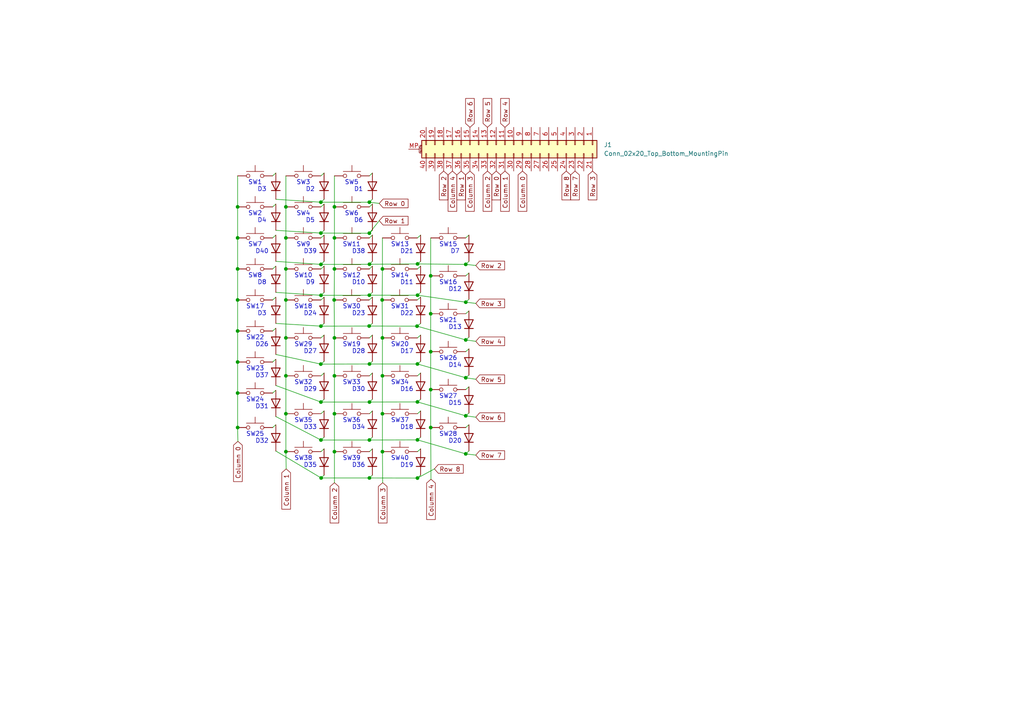
<source format=kicad_sch>
(kicad_sch
	(version 20250114)
	(generator "eeschema")
	(generator_version "9.0")
	(uuid "2a7cb3a0-55ad-4149-a150-1998cdea72ac")
	(paper "A4")
	(lib_symbols
		(symbol "Connector_Generic_MountingPin:Conn_02x20_Top_Bottom_MountingPin"
			(pin_names
				(offset 1.016)
				(hide yes)
			)
			(exclude_from_sim no)
			(in_bom yes)
			(on_board yes)
			(property "Reference" "J"
				(at 1.27 25.4 0)
				(effects
					(font
						(size 1.27 1.27)
					)
				)
			)
			(property "Value" "Conn_02x20_Top_Bottom_MountingPin"
				(at 2.54 -27.94 0)
				(effects
					(font
						(size 1.27 1.27)
					)
					(justify left)
				)
			)
			(property "Footprint" ""
				(at 0 0 0)
				(effects
					(font
						(size 1.27 1.27)
					)
					(hide yes)
				)
			)
			(property "Datasheet" "~"
				(at 0 0 0)
				(effects
					(font
						(size 1.27 1.27)
					)
					(hide yes)
				)
			)
			(property "Description" "Generic connectable mounting pin connector, double row, 02x20, top/bottom pin numbering scheme (row 1: 1...pins_per_row, row2: pins_per_row+1 ... num_pins), script generated (kicad-library-utils/schlib/autogen/connector/)"
				(at 0 0 0)
				(effects
					(font
						(size 1.27 1.27)
					)
					(hide yes)
				)
			)
			(property "ki_keywords" "connector"
				(at 0 0 0)
				(effects
					(font
						(size 1.27 1.27)
					)
					(hide yes)
				)
			)
			(property "ki_fp_filters" "Connector*:*_2x??-1MP*"
				(at 0 0 0)
				(effects
					(font
						(size 1.27 1.27)
					)
					(hide yes)
				)
			)
			(symbol "Conn_02x20_Top_Bottom_MountingPin_1_1"
				(rectangle
					(start -1.27 24.13)
					(end 3.81 -26.67)
					(stroke
						(width 0.254)
						(type default)
					)
					(fill
						(type background)
					)
				)
				(rectangle
					(start -1.27 22.987)
					(end 0 22.733)
					(stroke
						(width 0.1524)
						(type default)
					)
					(fill
						(type none)
					)
				)
				(rectangle
					(start -1.27 20.447)
					(end 0 20.193)
					(stroke
						(width 0.1524)
						(type default)
					)
					(fill
						(type none)
					)
				)
				(rectangle
					(start -1.27 17.907)
					(end 0 17.653)
					(stroke
						(width 0.1524)
						(type default)
					)
					(fill
						(type none)
					)
				)
				(rectangle
					(start -1.27 15.367)
					(end 0 15.113)
					(stroke
						(width 0.1524)
						(type default)
					)
					(fill
						(type none)
					)
				)
				(rectangle
					(start -1.27 12.827)
					(end 0 12.573)
					(stroke
						(width 0.1524)
						(type default)
					)
					(fill
						(type none)
					)
				)
				(rectangle
					(start -1.27 10.287)
					(end 0 10.033)
					(stroke
						(width 0.1524)
						(type default)
					)
					(fill
						(type none)
					)
				)
				(rectangle
					(start -1.27 7.747)
					(end 0 7.493)
					(stroke
						(width 0.1524)
						(type default)
					)
					(fill
						(type none)
					)
				)
				(rectangle
					(start -1.27 5.207)
					(end 0 4.953)
					(stroke
						(width 0.1524)
						(type default)
					)
					(fill
						(type none)
					)
				)
				(rectangle
					(start -1.27 2.667)
					(end 0 2.413)
					(stroke
						(width 0.1524)
						(type default)
					)
					(fill
						(type none)
					)
				)
				(rectangle
					(start -1.27 0.127)
					(end 0 -0.127)
					(stroke
						(width 0.1524)
						(type default)
					)
					(fill
						(type none)
					)
				)
				(rectangle
					(start -1.27 -2.413)
					(end 0 -2.667)
					(stroke
						(width 0.1524)
						(type default)
					)
					(fill
						(type none)
					)
				)
				(rectangle
					(start -1.27 -4.953)
					(end 0 -5.207)
					(stroke
						(width 0.1524)
						(type default)
					)
					(fill
						(type none)
					)
				)
				(rectangle
					(start -1.27 -7.493)
					(end 0 -7.747)
					(stroke
						(width 0.1524)
						(type default)
					)
					(fill
						(type none)
					)
				)
				(rectangle
					(start -1.27 -10.033)
					(end 0 -10.287)
					(stroke
						(width 0.1524)
						(type default)
					)
					(fill
						(type none)
					)
				)
				(rectangle
					(start -1.27 -12.573)
					(end 0 -12.827)
					(stroke
						(width 0.1524)
						(type default)
					)
					(fill
						(type none)
					)
				)
				(rectangle
					(start -1.27 -15.113)
					(end 0 -15.367)
					(stroke
						(width 0.1524)
						(type default)
					)
					(fill
						(type none)
					)
				)
				(rectangle
					(start -1.27 -17.653)
					(end 0 -17.907)
					(stroke
						(width 0.1524)
						(type default)
					)
					(fill
						(type none)
					)
				)
				(rectangle
					(start -1.27 -20.193)
					(end 0 -20.447)
					(stroke
						(width 0.1524)
						(type default)
					)
					(fill
						(type none)
					)
				)
				(rectangle
					(start -1.27 -22.733)
					(end 0 -22.987)
					(stroke
						(width 0.1524)
						(type default)
					)
					(fill
						(type none)
					)
				)
				(rectangle
					(start -1.27 -25.273)
					(end 0 -25.527)
					(stroke
						(width 0.1524)
						(type default)
					)
					(fill
						(type none)
					)
				)
				(polyline
					(pts
						(xy 0.254 -27.432) (xy 2.286 -27.432)
					)
					(stroke
						(width 0.1524)
						(type default)
					)
					(fill
						(type none)
					)
				)
				(rectangle
					(start 3.81 22.987)
					(end 2.54 22.733)
					(stroke
						(width 0.1524)
						(type default)
					)
					(fill
						(type none)
					)
				)
				(rectangle
					(start 3.81 20.447)
					(end 2.54 20.193)
					(stroke
						(width 0.1524)
						(type default)
					)
					(fill
						(type none)
					)
				)
				(rectangle
					(start 3.81 17.907)
					(end 2.54 17.653)
					(stroke
						(width 0.1524)
						(type default)
					)
					(fill
						(type none)
					)
				)
				(rectangle
					(start 3.81 15.367)
					(end 2.54 15.113)
					(stroke
						(width 0.1524)
						(type default)
					)
					(fill
						(type none)
					)
				)
				(rectangle
					(start 3.81 12.827)
					(end 2.54 12.573)
					(stroke
						(width 0.1524)
						(type default)
					)
					(fill
						(type none)
					)
				)
				(rectangle
					(start 3.81 10.287)
					(end 2.54 10.033)
					(stroke
						(width 0.1524)
						(type default)
					)
					(fill
						(type none)
					)
				)
				(rectangle
					(start 3.81 7.747)
					(end 2.54 7.493)
					(stroke
						(width 0.1524)
						(type default)
					)
					(fill
						(type none)
					)
				)
				(rectangle
					(start 3.81 5.207)
					(end 2.54 4.953)
					(stroke
						(width 0.1524)
						(type default)
					)
					(fill
						(type none)
					)
				)
				(rectangle
					(start 3.81 2.667)
					(end 2.54 2.413)
					(stroke
						(width 0.1524)
						(type default)
					)
					(fill
						(type none)
					)
				)
				(rectangle
					(start 3.81 0.127)
					(end 2.54 -0.127)
					(stroke
						(width 0.1524)
						(type default)
					)
					(fill
						(type none)
					)
				)
				(rectangle
					(start 3.81 -2.413)
					(end 2.54 -2.667)
					(stroke
						(width 0.1524)
						(type default)
					)
					(fill
						(type none)
					)
				)
				(rectangle
					(start 3.81 -4.953)
					(end 2.54 -5.207)
					(stroke
						(width 0.1524)
						(type default)
					)
					(fill
						(type none)
					)
				)
				(rectangle
					(start 3.81 -7.493)
					(end 2.54 -7.747)
					(stroke
						(width 0.1524)
						(type default)
					)
					(fill
						(type none)
					)
				)
				(rectangle
					(start 3.81 -10.033)
					(end 2.54 -10.287)
					(stroke
						(width 0.1524)
						(type default)
					)
					(fill
						(type none)
					)
				)
				(rectangle
					(start 3.81 -12.573)
					(end 2.54 -12.827)
					(stroke
						(width 0.1524)
						(type default)
					)
					(fill
						(type none)
					)
				)
				(rectangle
					(start 3.81 -15.113)
					(end 2.54 -15.367)
					(stroke
						(width 0.1524)
						(type default)
					)
					(fill
						(type none)
					)
				)
				(rectangle
					(start 3.81 -17.653)
					(end 2.54 -17.907)
					(stroke
						(width 0.1524)
						(type default)
					)
					(fill
						(type none)
					)
				)
				(rectangle
					(start 3.81 -20.193)
					(end 2.54 -20.447)
					(stroke
						(width 0.1524)
						(type default)
					)
					(fill
						(type none)
					)
				)
				(rectangle
					(start 3.81 -22.733)
					(end 2.54 -22.987)
					(stroke
						(width 0.1524)
						(type default)
					)
					(fill
						(type none)
					)
				)
				(rectangle
					(start 3.81 -25.273)
					(end 2.54 -25.527)
					(stroke
						(width 0.1524)
						(type default)
					)
					(fill
						(type none)
					)
				)
				(text "Mounting"
					(at 1.27 -27.051 0)
					(effects
						(font
							(size 0.381 0.381)
						)
					)
				)
				(pin passive line
					(at -5.08 22.86 0)
					(length 3.81)
					(name "Pin_1"
						(effects
							(font
								(size 1.27 1.27)
							)
						)
					)
					(number "1"
						(effects
							(font
								(size 1.27 1.27)
							)
						)
					)
				)
				(pin passive line
					(at -5.08 20.32 0)
					(length 3.81)
					(name "Pin_2"
						(effects
							(font
								(size 1.27 1.27)
							)
						)
					)
					(number "2"
						(effects
							(font
								(size 1.27 1.27)
							)
						)
					)
				)
				(pin passive line
					(at -5.08 17.78 0)
					(length 3.81)
					(name "Pin_3"
						(effects
							(font
								(size 1.27 1.27)
							)
						)
					)
					(number "3"
						(effects
							(font
								(size 1.27 1.27)
							)
						)
					)
				)
				(pin passive line
					(at -5.08 15.24 0)
					(length 3.81)
					(name "Pin_4"
						(effects
							(font
								(size 1.27 1.27)
							)
						)
					)
					(number "4"
						(effects
							(font
								(size 1.27 1.27)
							)
						)
					)
				)
				(pin passive line
					(at -5.08 12.7 0)
					(length 3.81)
					(name "Pin_5"
						(effects
							(font
								(size 1.27 1.27)
							)
						)
					)
					(number "5"
						(effects
							(font
								(size 1.27 1.27)
							)
						)
					)
				)
				(pin passive line
					(at -5.08 10.16 0)
					(length 3.81)
					(name "Pin_6"
						(effects
							(font
								(size 1.27 1.27)
							)
						)
					)
					(number "6"
						(effects
							(font
								(size 1.27 1.27)
							)
						)
					)
				)
				(pin passive line
					(at -5.08 7.62 0)
					(length 3.81)
					(name "Pin_7"
						(effects
							(font
								(size 1.27 1.27)
							)
						)
					)
					(number "7"
						(effects
							(font
								(size 1.27 1.27)
							)
						)
					)
				)
				(pin passive line
					(at -5.08 5.08 0)
					(length 3.81)
					(name "Pin_8"
						(effects
							(font
								(size 1.27 1.27)
							)
						)
					)
					(number "8"
						(effects
							(font
								(size 1.27 1.27)
							)
						)
					)
				)
				(pin passive line
					(at -5.08 2.54 0)
					(length 3.81)
					(name "Pin_9"
						(effects
							(font
								(size 1.27 1.27)
							)
						)
					)
					(number "9"
						(effects
							(font
								(size 1.27 1.27)
							)
						)
					)
				)
				(pin passive line
					(at -5.08 0 0)
					(length 3.81)
					(name "Pin_10"
						(effects
							(font
								(size 1.27 1.27)
							)
						)
					)
					(number "10"
						(effects
							(font
								(size 1.27 1.27)
							)
						)
					)
				)
				(pin passive line
					(at -5.08 -2.54 0)
					(length 3.81)
					(name "Pin_11"
						(effects
							(font
								(size 1.27 1.27)
							)
						)
					)
					(number "11"
						(effects
							(font
								(size 1.27 1.27)
							)
						)
					)
				)
				(pin passive line
					(at -5.08 -5.08 0)
					(length 3.81)
					(name "Pin_12"
						(effects
							(font
								(size 1.27 1.27)
							)
						)
					)
					(number "12"
						(effects
							(font
								(size 1.27 1.27)
							)
						)
					)
				)
				(pin passive line
					(at -5.08 -7.62 0)
					(length 3.81)
					(name "Pin_13"
						(effects
							(font
								(size 1.27 1.27)
							)
						)
					)
					(number "13"
						(effects
							(font
								(size 1.27 1.27)
							)
						)
					)
				)
				(pin passive line
					(at -5.08 -10.16 0)
					(length 3.81)
					(name "Pin_14"
						(effects
							(font
								(size 1.27 1.27)
							)
						)
					)
					(number "14"
						(effects
							(font
								(size 1.27 1.27)
							)
						)
					)
				)
				(pin passive line
					(at -5.08 -12.7 0)
					(length 3.81)
					(name "Pin_15"
						(effects
							(font
								(size 1.27 1.27)
							)
						)
					)
					(number "15"
						(effects
							(font
								(size 1.27 1.27)
							)
						)
					)
				)
				(pin passive line
					(at -5.08 -15.24 0)
					(length 3.81)
					(name "Pin_16"
						(effects
							(font
								(size 1.27 1.27)
							)
						)
					)
					(number "16"
						(effects
							(font
								(size 1.27 1.27)
							)
						)
					)
				)
				(pin passive line
					(at -5.08 -17.78 0)
					(length 3.81)
					(name "Pin_17"
						(effects
							(font
								(size 1.27 1.27)
							)
						)
					)
					(number "17"
						(effects
							(font
								(size 1.27 1.27)
							)
						)
					)
				)
				(pin passive line
					(at -5.08 -20.32 0)
					(length 3.81)
					(name "Pin_18"
						(effects
							(font
								(size 1.27 1.27)
							)
						)
					)
					(number "18"
						(effects
							(font
								(size 1.27 1.27)
							)
						)
					)
				)
				(pin passive line
					(at -5.08 -22.86 0)
					(length 3.81)
					(name "Pin_19"
						(effects
							(font
								(size 1.27 1.27)
							)
						)
					)
					(number "19"
						(effects
							(font
								(size 1.27 1.27)
							)
						)
					)
				)
				(pin passive line
					(at -5.08 -25.4 0)
					(length 3.81)
					(name "Pin_20"
						(effects
							(font
								(size 1.27 1.27)
							)
						)
					)
					(number "20"
						(effects
							(font
								(size 1.27 1.27)
							)
						)
					)
				)
				(pin passive line
					(at 1.27 -30.48 90)
					(length 3.048)
					(name "MountPin"
						(effects
							(font
								(size 1.27 1.27)
							)
						)
					)
					(number "MP"
						(effects
							(font
								(size 1.27 1.27)
							)
						)
					)
				)
				(pin passive line
					(at 7.62 22.86 180)
					(length 3.81)
					(name "Pin_21"
						(effects
							(font
								(size 1.27 1.27)
							)
						)
					)
					(number "21"
						(effects
							(font
								(size 1.27 1.27)
							)
						)
					)
				)
				(pin passive line
					(at 7.62 20.32 180)
					(length 3.81)
					(name "Pin_22"
						(effects
							(font
								(size 1.27 1.27)
							)
						)
					)
					(number "22"
						(effects
							(font
								(size 1.27 1.27)
							)
						)
					)
				)
				(pin passive line
					(at 7.62 17.78 180)
					(length 3.81)
					(name "Pin_23"
						(effects
							(font
								(size 1.27 1.27)
							)
						)
					)
					(number "23"
						(effects
							(font
								(size 1.27 1.27)
							)
						)
					)
				)
				(pin passive line
					(at 7.62 15.24 180)
					(length 3.81)
					(name "Pin_24"
						(effects
							(font
								(size 1.27 1.27)
							)
						)
					)
					(number "24"
						(effects
							(font
								(size 1.27 1.27)
							)
						)
					)
				)
				(pin passive line
					(at 7.62 12.7 180)
					(length 3.81)
					(name "Pin_25"
						(effects
							(font
								(size 1.27 1.27)
							)
						)
					)
					(number "25"
						(effects
							(font
								(size 1.27 1.27)
							)
						)
					)
				)
				(pin passive line
					(at 7.62 10.16 180)
					(length 3.81)
					(name "Pin_26"
						(effects
							(font
								(size 1.27 1.27)
							)
						)
					)
					(number "26"
						(effects
							(font
								(size 1.27 1.27)
							)
						)
					)
				)
				(pin passive line
					(at 7.62 7.62 180)
					(length 3.81)
					(name "Pin_27"
						(effects
							(font
								(size 1.27 1.27)
							)
						)
					)
					(number "27"
						(effects
							(font
								(size 1.27 1.27)
							)
						)
					)
				)
				(pin passive line
					(at 7.62 5.08 180)
					(length 3.81)
					(name "Pin_28"
						(effects
							(font
								(size 1.27 1.27)
							)
						)
					)
					(number "28"
						(effects
							(font
								(size 1.27 1.27)
							)
						)
					)
				)
				(pin passive line
					(at 7.62 2.54 180)
					(length 3.81)
					(name "Pin_29"
						(effects
							(font
								(size 1.27 1.27)
							)
						)
					)
					(number "29"
						(effects
							(font
								(size 1.27 1.27)
							)
						)
					)
				)
				(pin passive line
					(at 7.62 0 180)
					(length 3.81)
					(name "Pin_30"
						(effects
							(font
								(size 1.27 1.27)
							)
						)
					)
					(number "30"
						(effects
							(font
								(size 1.27 1.27)
							)
						)
					)
				)
				(pin passive line
					(at 7.62 -2.54 180)
					(length 3.81)
					(name "Pin_31"
						(effects
							(font
								(size 1.27 1.27)
							)
						)
					)
					(number "31"
						(effects
							(font
								(size 1.27 1.27)
							)
						)
					)
				)
				(pin passive line
					(at 7.62 -5.08 180)
					(length 3.81)
					(name "Pin_32"
						(effects
							(font
								(size 1.27 1.27)
							)
						)
					)
					(number "32"
						(effects
							(font
								(size 1.27 1.27)
							)
						)
					)
				)
				(pin passive line
					(at 7.62 -7.62 180)
					(length 3.81)
					(name "Pin_33"
						(effects
							(font
								(size 1.27 1.27)
							)
						)
					)
					(number "33"
						(effects
							(font
								(size 1.27 1.27)
							)
						)
					)
				)
				(pin passive line
					(at 7.62 -10.16 180)
					(length 3.81)
					(name "Pin_34"
						(effects
							(font
								(size 1.27 1.27)
							)
						)
					)
					(number "34"
						(effects
							(font
								(size 1.27 1.27)
							)
						)
					)
				)
				(pin passive line
					(at 7.62 -12.7 180)
					(length 3.81)
					(name "Pin_35"
						(effects
							(font
								(size 1.27 1.27)
							)
						)
					)
					(number "35"
						(effects
							(font
								(size 1.27 1.27)
							)
						)
					)
				)
				(pin passive line
					(at 7.62 -15.24 180)
					(length 3.81)
					(name "Pin_36"
						(effects
							(font
								(size 1.27 1.27)
							)
						)
					)
					(number "36"
						(effects
							(font
								(size 1.27 1.27)
							)
						)
					)
				)
				(pin passive line
					(at 7.62 -17.78 180)
					(length 3.81)
					(name "Pin_37"
						(effects
							(font
								(size 1.27 1.27)
							)
						)
					)
					(number "37"
						(effects
							(font
								(size 1.27 1.27)
							)
						)
					)
				)
				(pin passive line
					(at 7.62 -20.32 180)
					(length 3.81)
					(name "Pin_38"
						(effects
							(font
								(size 1.27 1.27)
							)
						)
					)
					(number "38"
						(effects
							(font
								(size 1.27 1.27)
							)
						)
					)
				)
				(pin passive line
					(at 7.62 -22.86 180)
					(length 3.81)
					(name "Pin_39"
						(effects
							(font
								(size 1.27 1.27)
							)
						)
					)
					(number "39"
						(effects
							(font
								(size 1.27 1.27)
							)
						)
					)
				)
				(pin passive line
					(at 7.62 -25.4 180)
					(length 3.81)
					(name "Pin_40"
						(effects
							(font
								(size 1.27 1.27)
							)
						)
					)
					(number "40"
						(effects
							(font
								(size 1.27 1.27)
							)
						)
					)
				)
			)
			(embedded_fonts no)
		)
		(symbol "Diode:1N4148WT"
			(pin_numbers
				(hide yes)
			)
			(pin_names
				(hide yes)
			)
			(exclude_from_sim no)
			(in_bom yes)
			(on_board yes)
			(property "Reference" "D"
				(at 0 2.54 0)
				(effects
					(font
						(size 1.27 1.27)
					)
				)
			)
			(property "Value" "1N4148WT"
				(at 0 -2.54 0)
				(effects
					(font
						(size 1.27 1.27)
					)
				)
			)
			(property "Footprint" "Diode_SMD:D_SOD-523"
				(at 0 -4.445 0)
				(effects
					(font
						(size 1.27 1.27)
					)
					(hide yes)
				)
			)
			(property "Datasheet" "https://www.diodes.com/assets/Datasheets/ds30396.pdf"
				(at 0 0 0)
				(effects
					(font
						(size 1.27 1.27)
					)
					(hide yes)
				)
			)
			(property "Description" "75V 0.15A Fast switching Diode, SOD-523"
				(at 0 0 0)
				(effects
					(font
						(size 1.27 1.27)
					)
					(hide yes)
				)
			)
			(property "Sim.Device" "D"
				(at 0 0 0)
				(effects
					(font
						(size 1.27 1.27)
					)
					(hide yes)
				)
			)
			(property "Sim.Pins" "1=K 2=A"
				(at 0 0 0)
				(effects
					(font
						(size 1.27 1.27)
					)
					(hide yes)
				)
			)
			(property "ki_keywords" "diode"
				(at 0 0 0)
				(effects
					(font
						(size 1.27 1.27)
					)
					(hide yes)
				)
			)
			(property "ki_fp_filters" "D*SOD?523*"
				(at 0 0 0)
				(effects
					(font
						(size 1.27 1.27)
					)
					(hide yes)
				)
			)
			(symbol "1N4148WT_0_1"
				(polyline
					(pts
						(xy -1.27 1.27) (xy -1.27 -1.27)
					)
					(stroke
						(width 0.254)
						(type default)
					)
					(fill
						(type none)
					)
				)
				(polyline
					(pts
						(xy 1.27 1.27) (xy 1.27 -1.27) (xy -1.27 0) (xy 1.27 1.27)
					)
					(stroke
						(width 0.254)
						(type default)
					)
					(fill
						(type none)
					)
				)
				(polyline
					(pts
						(xy 1.27 0) (xy -1.27 0)
					)
					(stroke
						(width 0)
						(type default)
					)
					(fill
						(type none)
					)
				)
			)
			(symbol "1N4148WT_1_1"
				(pin passive line
					(at -3.81 0 0)
					(length 2.54)
					(name "K"
						(effects
							(font
								(size 1.27 1.27)
							)
						)
					)
					(number "1"
						(effects
							(font
								(size 1.27 1.27)
							)
						)
					)
				)
				(pin passive line
					(at 3.81 0 180)
					(length 2.54)
					(name "A"
						(effects
							(font
								(size 1.27 1.27)
							)
						)
					)
					(number "2"
						(effects
							(font
								(size 1.27 1.27)
							)
						)
					)
				)
			)
			(embedded_fonts no)
		)
		(symbol "Switch:SW_Push"
			(pin_numbers
				(hide yes)
			)
			(pin_names
				(offset 1.016)
				(hide yes)
			)
			(exclude_from_sim no)
			(in_bom yes)
			(on_board yes)
			(property "Reference" "SW"
				(at 1.27 2.54 0)
				(effects
					(font
						(size 1.27 1.27)
					)
					(justify left)
				)
			)
			(property "Value" "SW_Push"
				(at 0 -1.524 0)
				(effects
					(font
						(size 1.27 1.27)
					)
				)
			)
			(property "Footprint" ""
				(at 0 5.08 0)
				(effects
					(font
						(size 1.27 1.27)
					)
					(hide yes)
				)
			)
			(property "Datasheet" "~"
				(at 0 5.08 0)
				(effects
					(font
						(size 1.27 1.27)
					)
					(hide yes)
				)
			)
			(property "Description" "Push button switch, generic, two pins"
				(at 0 0 0)
				(effects
					(font
						(size 1.27 1.27)
					)
					(hide yes)
				)
			)
			(property "ki_keywords" "switch normally-open pushbutton push-button"
				(at 0 0 0)
				(effects
					(font
						(size 1.27 1.27)
					)
					(hide yes)
				)
			)
			(symbol "SW_Push_0_1"
				(circle
					(center -2.032 0)
					(radius 0.508)
					(stroke
						(width 0)
						(type default)
					)
					(fill
						(type none)
					)
				)
				(polyline
					(pts
						(xy 0 1.27) (xy 0 3.048)
					)
					(stroke
						(width 0)
						(type default)
					)
					(fill
						(type none)
					)
				)
				(circle
					(center 2.032 0)
					(radius 0.508)
					(stroke
						(width 0)
						(type default)
					)
					(fill
						(type none)
					)
				)
				(polyline
					(pts
						(xy 2.54 1.27) (xy -2.54 1.27)
					)
					(stroke
						(width 0)
						(type default)
					)
					(fill
						(type none)
					)
				)
				(pin passive line
					(at -5.08 0 0)
					(length 2.54)
					(name "1"
						(effects
							(font
								(size 1.27 1.27)
							)
						)
					)
					(number "1"
						(effects
							(font
								(size 1.27 1.27)
							)
						)
					)
				)
				(pin passive line
					(at 5.08 0 180)
					(length 2.54)
					(name "2"
						(effects
							(font
								(size 1.27 1.27)
							)
						)
					)
					(number "2"
						(effects
							(font
								(size 1.27 1.27)
							)
						)
					)
				)
			)
			(embedded_fonts no)
		)
	)
	(text "D28"
		(exclude_from_sim no)
		(at 104 102 0)
		(effects
			(font
				(size 1.27 1.27)
			)
		)
		(uuid "0418ef65-085c-440f-b690-d0e8d23f19d8")
	)
	(text "SW29"
		(exclude_from_sim no)
		(at 88 100 0)
		(effects
			(font
				(size 1.27 1.27)
			)
		)
		(uuid "08a305b2-9c11-42f3-a61e-6b12cbae0ad2")
	)
	(text "SW6"
		(exclude_from_sim no)
		(at 102 62 0)
		(effects
			(font
				(size 1.27 1.27)
			)
		)
		(uuid "0faf2d7b-5d12-4b71-9356-07016f480780")
	)
	(text "SW26"
		(exclude_from_sim no)
		(at 130 104 0)
		(effects
			(font
				(size 1.27 1.27)
			)
		)
		(uuid "101eeb2a-3508-4296-bba0-2dd54d6416ab")
	)
	(text "SW33"
		(exclude_from_sim no)
		(at 102 111 0)
		(effects
			(font
				(size 1.27 1.27)
			)
		)
		(uuid "15268dbb-130f-4c95-8b5e-b928a1bedcfa")
	)
	(text "D9"
		(exclude_from_sim no)
		(at 90 82 0)
		(effects
			(font
				(size 1.27 1.27)
			)
		)
		(uuid "1da920c8-7d7a-46cf-b023-e48648708dfa")
	)
	(text "SW11"
		(exclude_from_sim no)
		(at 102 71 0)
		(effects
			(font
				(size 1.27 1.27)
			)
		)
		(uuid "2100a46b-824b-45af-aedb-8d7434948d2e")
	)
	(text "SW39"
		(exclude_from_sim no)
		(at 102 133 0)
		(effects
			(font
				(size 1.27 1.27)
			)
		)
		(uuid "21fd2aa2-18d8-4f2c-8a9c-ebf596b75788")
	)
	(text "SW12"
		(exclude_from_sim no)
		(at 102 80 0)
		(effects
			(font
				(size 1.27 1.27)
			)
		)
		(uuid "29ee991e-79b3-4d9c-bae9-98c5bb2e5f0d")
	)
	(text "SW19"
		(exclude_from_sim no)
		(at 102 100 0)
		(effects
			(font
				(size 1.27 1.27)
			)
		)
		(uuid "2e1cdbea-1a36-4c64-bf01-743819dd44ad")
	)
	(text "D27"
		(exclude_from_sim no)
		(at 90 102 0)
		(effects
			(font
				(size 1.27 1.27)
			)
		)
		(uuid "32c72ae7-c410-422f-993d-40d0b0cfb2a2")
	)
	(text "SW14"
		(exclude_from_sim no)
		(at 116 80 0)
		(effects
			(font
				(size 1.27 1.27)
			)
		)
		(uuid "32e661e2-4026-4f60-8a63-9118fbc56d56")
	)
	(text "SW34"
		(exclude_from_sim no)
		(at 116 111 0)
		(effects
			(font
				(size 1.27 1.27)
			)
		)
		(uuid "3a9ae806-0ba7-4249-aa23-6bcd962f5138")
	)
	(text "D35"
		(exclude_from_sim no)
		(at 90 135 0)
		(effects
			(font
				(size 1.27 1.27)
			)
		)
		(uuid "3aa55d11-d220-42ce-8909-b07567253b80")
	)
	(text "D24"
		(exclude_from_sim no)
		(at 90 91 0)
		(effects
			(font
				(size 1.27 1.27)
			)
		)
		(uuid "3fe61853-5e12-4dfa-b40b-2c50d0b4d3cd")
	)
	(text "D8"
		(exclude_from_sim no)
		(at 76 82 0)
		(effects
			(font
				(size 1.27 1.27)
			)
		)
		(uuid "4260f721-5dc7-491e-af6b-f99bd9d10982")
	)
	(text "SW38"
		(exclude_from_sim no)
		(at 88 133 0)
		(effects
			(font
				(size 1.27 1.27)
			)
		)
		(uuid "43caaf4b-fac3-4bf4-b975-0de78ce6f242")
	)
	(text "D19"
		(exclude_from_sim no)
		(at 118 135 0)
		(effects
			(font
				(size 1.27 1.27)
			)
		)
		(uuid "44218b8a-05d9-4d38-b6ee-ccfaec5ff6a1")
	)
	(text "SW7"
		(exclude_from_sim no)
		(at 74 71 0)
		(effects
			(font
				(size 1.27 1.27)
			)
		)
		(uuid "4435ba64-aece-44e1-add2-928b36d00719")
	)
	(text "D33"
		(exclude_from_sim no)
		(at 90 124 0)
		(effects
			(font
				(size 1.27 1.27)
			)
		)
		(uuid "44f0323f-a861-4876-bb7a-a2782fe3435d")
	)
	(text "SW31"
		(exclude_from_sim no)
		(at 116 89 0)
		(effects
			(font
				(size 1.27 1.27)
			)
		)
		(uuid "4964f75a-4ed0-4258-975c-12c1f326d6a6")
	)
	(text "D31"
		(exclude_from_sim no)
		(at 76 118 0)
		(effects
			(font
				(size 1.27 1.27)
			)
		)
		(uuid "4bbf4489-fdcf-474e-9433-5058d6a17f62")
	)
	(text "D6"
		(exclude_from_sim no)
		(at 104 64 0)
		(effects
			(font
				(size 1.27 1.27)
			)
		)
		(uuid "4e3e1b24-438f-4665-b743-e41676f55227")
	)
	(text "SW17"
		(exclude_from_sim no)
		(at 74 89 0)
		(effects
			(font
				(size 1.27 1.27)
			)
		)
		(uuid "4eb56ad3-bb0a-45da-857b-67ea0875793d")
	)
	(text "D40"
		(exclude_from_sim no)
		(at 76 73 0)
		(effects
			(font
				(size 1.27 1.27)
			)
		)
		(uuid "4f10bae8-a906-4c7d-900d-692482a5cad2")
	)
	(text "D7"
		(exclude_from_sim no)
		(at 132 73 0)
		(effects
			(font
				(size 1.27 1.27)
			)
		)
		(uuid "50f3bf0b-1168-4cfa-b1d9-785d85242287")
	)
	(text "SW36"
		(exclude_from_sim no)
		(at 102 122 0)
		(effects
			(font
				(size 1.27 1.27)
			)
		)
		(uuid "546cd8f4-beab-4a6c-874e-771865e9ae3f")
	)
	(text "D29"
		(exclude_from_sim no)
		(at 90 113 0)
		(effects
			(font
				(size 1.27 1.27)
			)
		)
		(uuid "58f7c35a-b15a-49b3-9e69-d73a78b614d3")
	)
	(text "SW28"
		(exclude_from_sim no)
		(at 130 126 0)
		(effects
			(font
				(size 1.27 1.27)
			)
		)
		(uuid "59c04870-9b9a-4032-918c-35519b73d4ee")
	)
	(text "D13"
		(exclude_from_sim no)
		(at 132 95 0)
		(effects
			(font
				(size 1.27 1.27)
			)
		)
		(uuid "5ac52f8a-b1f5-4341-b7a4-4df3567ab5f2")
	)
	(text "D37"
		(exclude_from_sim no)
		(at 76 109 0)
		(effects
			(font
				(size 1.27 1.27)
			)
		)
		(uuid "5d7e7411-dca0-40c9-a0bf-33230ebb96d5")
	)
	(text "D5"
		(exclude_from_sim no)
		(at 90 64 0)
		(effects
			(font
				(size 1.27 1.27)
			)
		)
		(uuid "5e3682bb-a632-4fc6-a621-b01a34cef34d")
	)
	(text "D26"
		(exclude_from_sim no)
		(at 76 100 0)
		(effects
			(font
				(size 1.27 1.27)
			)
		)
		(uuid "5fc7b63b-ab54-4c2c-91f7-7c3b964536fc")
	)
	(text "D16"
		(exclude_from_sim no)
		(at 118 113 0)
		(effects
			(font
				(size 1.27 1.27)
			)
		)
		(uuid "69961f02-4fc8-4aba-9f76-2b7d9592499f")
	)
	(text "SW22"
		(exclude_from_sim no)
		(at 74 98 0)
		(effects
			(font
				(size 1.27 1.27)
			)
		)
		(uuid "6a5922dd-e450-46e4-a3b4-58ab08efdbf1")
	)
	(text "D10"
		(exclude_from_sim no)
		(at 104 82 0)
		(effects
			(font
				(size 1.27 1.27)
			)
		)
		(uuid "6af2a617-4401-4596-8464-f06031fa887f")
	)
	(text "SW25"
		(exclude_from_sim no)
		(at 74 126 0)
		(effects
			(font
				(size 1.27 1.27)
			)
		)
		(uuid "702438e8-9ce3-47ff-b998-c1893f0a7b93")
	)
	(text "SW21"
		(exclude_from_sim no)
		(at 130 93 0)
		(effects
			(font
				(size 1.27 1.27)
			)
		)
		(uuid "714c1bee-c29f-4d00-b019-4399af84cb81")
	)
	(text "D22"
		(exclude_from_sim no)
		(at 118 91 0)
		(effects
			(font
				(size 1.27 1.27)
			)
		)
		(uuid "76744d60-cfb3-417e-bbb7-c6f6268b1906")
	)
	(text "SW32"
		(exclude_from_sim no)
		(at 88 111 0)
		(effects
			(font
				(size 1.27 1.27)
			)
		)
		(uuid "7c13efba-875f-4304-8b43-0ffe6f7df19a")
	)
	(text "SW5"
		(exclude_from_sim no)
		(at 102 53 0)
		(effects
			(font
				(size 1.27 1.27)
			)
		)
		(uuid "7d1245de-e457-404d-939b-3729bdf0a9e4")
	)
	(text "D20"
		(exclude_from_sim no)
		(at 132 128 0)
		(effects
			(font
				(size 1.27 1.27)
			)
		)
		(uuid "7f89c7d5-0d6b-4245-863e-c90c0fcd8bdb")
	)
	(text "SW9"
		(exclude_from_sim no)
		(at 88 71 0)
		(effects
			(font
				(size 1.27 1.27)
			)
		)
		(uuid "80059953-5060-49e9-8c86-36017b09e694")
	)
	(text "D38"
		(exclude_from_sim no)
		(at 104 73 0)
		(effects
			(font
				(size 1.27 1.27)
			)
		)
		(uuid "867ebd87-a8ca-4a85-9530-86c88b403ab1")
	)
	(text "D3"
		(exclude_from_sim no)
		(at 76 91 0)
		(effects
			(font
				(size 1.27 1.27)
			)
		)
		(uuid "889e35f6-dd37-4e76-9bc0-4f37a8ec5694")
	)
	(text "SW27"
		(exclude_from_sim no)
		(at 130 115 0)
		(effects
			(font
				(size 1.27 1.27)
			)
		)
		(uuid "8acb1de6-3b90-4ad1-b25f-47e97919521e")
	)
	(text "D2"
		(exclude_from_sim no)
		(at 90 55 0)
		(effects
			(font
				(size 1.27 1.27)
			)
		)
		(uuid "91c2c6a8-c379-4966-9bff-f4fdd71d6b77")
	)
	(text "SW30"
		(exclude_from_sim no)
		(at 102 89 0)
		(effects
			(font
				(size 1.27 1.27)
			)
		)
		(uuid "933d7ffc-5b08-42ef-bcb4-0bfc0dee2791")
	)
	(text "SW1"
		(exclude_from_sim no)
		(at 74 53 0)
		(effects
			(font
				(size 1.27 1.27)
			)
		)
		(uuid "98d65a9c-50ac-4afa-b065-8a9c09518270")
	)
	(text "SW8"
		(exclude_from_sim no)
		(at 74 80 0)
		(effects
			(font
				(size 1.27 1.27)
			)
		)
		(uuid "9dff758a-3d9d-4ac9-b390-8b49214355a8")
	)
	(text "D30"
		(exclude_from_sim no)
		(at 104 113 0)
		(effects
			(font
				(size 1.27 1.27)
			)
		)
		(uuid "a41967f2-7c9c-4aaa-b962-c22b5ac0cf36")
	)
	(text "SW23"
		(exclude_from_sim no)
		(at 74 107 0)
		(effects
			(font
				(size 1.27 1.27)
			)
		)
		(uuid "a4544868-7049-4f13-9e3f-1843cd5fe636")
	)
	(text "SW24"
		(exclude_from_sim no)
		(at 74 116 0)
		(effects
			(font
				(size 1.27 1.27)
			)
		)
		(uuid "a49178eb-9ba5-486f-b7b3-cbcd346fc697")
	)
	(text "D21"
		(exclude_from_sim no)
		(at 118 73 0)
		(effects
			(font
				(size 1.27 1.27)
			)
		)
		(uuid "a57d4f41-92e2-4687-b06d-006346f07980")
	)
	(text "D23"
		(exclude_from_sim no)
		(at 104 91 0)
		(effects
			(font
				(size 1.27 1.27)
			)
		)
		(uuid "ac5887bf-3a2a-4c9c-a660-00f6b43042e8")
	)
	(text "D1"
		(exclude_from_sim no)
		(at 104 55 0)
		(effects
			(font
				(size 1.27 1.27)
			)
		)
		(uuid "aeb9e359-e394-4c74-bec8-797cebb22343")
	)
	(text "SW35"
		(exclude_from_sim no)
		(at 88 122 0)
		(effects
			(font
				(size 1.27 1.27)
			)
		)
		(uuid "b85b18bd-c23e-4418-ae0e-45a67b1bce5c")
	)
	(text "SW20"
		(exclude_from_sim no)
		(at 116 100 0)
		(effects
			(font
				(size 1.27 1.27)
			)
		)
		(uuid "b9cd599c-0649-484a-8f4d-1e0c84ed10d0")
	)
	(text "SW3"
		(exclude_from_sim no)
		(at 88 53 0)
		(effects
			(font
				(size 1.27 1.27)
			)
		)
		(uuid "b9ef497a-e48c-4bea-aba7-c7cf5891b0b0")
	)
	(text "SW18"
		(exclude_from_sim no)
		(at 88 89 0)
		(effects
			(font
				(size 1.27 1.27)
			)
		)
		(uuid "bfa9f690-ba3d-4ccd-aac9-4b72867b4684")
	)
	(text "D4"
		(exclude_from_sim no)
		(at 76 64 0)
		(effects
			(font
				(size 1.27 1.27)
			)
		)
		(uuid "c1d2249b-499b-4c6b-82f1-a4cfd723cbb1")
	)
	(text "D36"
		(exclude_from_sim no)
		(at 104 135 0)
		(effects
			(font
				(size 1.27 1.27)
			)
		)
		(uuid "c3853833-0a56-4f28-81b9-fa26cf5784e3")
	)
	(text "SW37"
		(exclude_from_sim no)
		(at 116 122 0)
		(effects
			(font
				(size 1.27 1.27)
			)
		)
		(uuid "c653501c-563e-4fe0-9849-8466da916914")
	)
	(text "D18"
		(exclude_from_sim no)
		(at 118 124 0)
		(effects
			(font
				(size 1.27 1.27)
			)
		)
		(uuid "c68eb836-e594-479c-8c1b-a0d631de0751")
	)
	(text "D17"
		(exclude_from_sim no)
		(at 118 102 0)
		(effects
			(font
				(size 1.27 1.27)
			)
		)
		(uuid "ca80296c-12b9-494d-85c7-274662ba18b4")
	)
	(text "SW13"
		(exclude_from_sim no)
		(at 116 71 0)
		(effects
			(font
				(size 1.27 1.27)
			)
		)
		(uuid "ca88f4c1-8b98-4256-b7d1-58134198c396")
	)
	(text "D15"
		(exclude_from_sim no)
		(at 132 117 0)
		(effects
			(font
				(size 1.27 1.27)
			)
		)
		(uuid "cbc42041-cb4b-48a7-9a4c-5ae2fb2f813e")
	)
	(text "SW2"
		(exclude_from_sim no)
		(at 74 62 0)
		(effects
			(font
				(size 1.27 1.27)
			)
		)
		(uuid "ce2274d0-7aa8-4547-a86d-81231c396190")
	)
	(text "SW15"
		(exclude_from_sim no)
		(at 130 71 0)
		(effects
			(font
				(size 1.27 1.27)
			)
		)
		(uuid "d737dc64-7a8b-4e0f-a695-20c9b06e4f10")
	)
	(text "D11"
		(exclude_from_sim no)
		(at 118 82 0)
		(effects
			(font
				(size 1.27 1.27)
			)
		)
		(uuid "d888dde2-d136-4d79-acb1-7e8550d6edaa")
	)
	(text "SW16"
		(exclude_from_sim no)
		(at 130 82 0)
		(effects
			(font
				(size 1.27 1.27)
			)
		)
		(uuid "e6e431f4-ebbc-42eb-868b-4718cc4de3bd")
	)
	(text "D14"
		(exclude_from_sim no)
		(at 132 106 0)
		(effects
			(font
				(size 1.27 1.27)
			)
		)
		(uuid "e8be4a24-6a87-4837-bb7b-db88257002af")
	)
	(text "SW4"
		(exclude_from_sim no)
		(at 88 62 0)
		(effects
			(font
				(size 1.27 1.27)
			)
		)
		(uuid "e8efb846-b136-4781-9ee1-a185c6278e86")
	)
	(text "SW40"
		(exclude_from_sim no)
		(at 116 133 0)
		(effects
			(font
				(size 1.27 1.27)
			)
		)
		(uuid "f2ca8162-a403-4757-a0dd-0819f53c5d1c")
	)
	(text "D12"
		(exclude_from_sim no)
		(at 132 84 0)
		(effects
			(font
				(size 1.27 1.27)
			)
		)
		(uuid "f47a169c-69cc-4320-bcf0-bfc4b6fd4d7e")
	)
	(text "D3"
		(exclude_from_sim no)
		(at 76 55 0)
		(effects
			(font
				(size 1.27 1.27)
			)
		)
		(uuid "f74b84d7-edbc-4e4f-89b0-4f6229204d53")
	)
	(text "D39"
		(exclude_from_sim no)
		(at 90 73 0)
		(effects
			(font
				(size 1.27 1.27)
			)
		)
		(uuid "f77b9772-7c36-4f89-a2db-0f23f6f656e6")
	)
	(text "D34"
		(exclude_from_sim no)
		(at 104 124 0)
		(effects
			(font
				(size 1.27 1.27)
			)
		)
		(uuid "f86780e4-a19f-4f36-a4b7-f97bd46708ef")
	)
	(text "D32"
		(exclude_from_sim no)
		(at 76 128 0)
		(effects
			(font
				(size 1.27 1.27)
			)
		)
		(uuid "f96524f8-4e78-4245-9bd8-cfff4320f512")
	)
	(text "SW10"
		(exclude_from_sim no)
		(at 88 80 0)
		(effects
			(font
				(size 1.27 1.27)
			)
		)
		(uuid "fb0ff5ec-e7fb-48d3-82fd-8d7f7b40ab16")
	)
	(junction
		(at 93.08 116.6126)
		(diameter 0)
		(color 0 0 0 0)
		(uuid "013f143b-e931-4ce2-b440-0d26fba26a3f")
	)
	(junction
		(at 121.08 138.6566)
		(diameter 0)
		(color 0 0 0 0)
		(uuid "0487f123-9c69-42a0-b1c9-89f741b2eb39")
	)
	(junction
		(at 97 78)
		(diameter 0)
		(color 0 0 0 0)
		(uuid "0ede5c39-cc2b-4c21-9e14-a806e7eb3c4f")
	)
	(junction
		(at 110.92 98)
		(diameter 0)
		(color 0 0 0 0)
		(uuid "124c38f6-37f3-4f2b-b35e-e917cdd3d93f")
	)
	(junction
		(at 97 69)
		(diameter 0)
		(color 0 0 0 0)
		(uuid "155e344b-e0ef-4e2e-8864-4c15de14a6b8")
	)
	(junction
		(at 93.0668 67.6046)
		(diameter 0)
		(color 0 0 0 0)
		(uuid "2552c837-b3a2-49ff-95ec-98968e8ecc83")
	)
	(junction
		(at 135.08 131.6444)
		(diameter 0)
		(color 0 0 0 0)
		(uuid "26b172d9-89cf-43a6-af0d-9c91ef878c1d")
	)
	(junction
		(at 107.12 67.6373)
		(diameter 0)
		(color 0 0 0 0)
		(uuid "277c9824-5a4a-4329-baf0-fce90b264595")
	)
	(junction
		(at 82.92 131)
		(diameter 0)
		(color 0 0 0 0)
		(uuid "29366455-0e6f-45d8-8fe3-44ce88eeb762")
	)
	(junction
		(at 135.0953 87.6524)
		(diameter 0)
		(color 0 0 0 0)
		(uuid "295e676e-cf89-4ec7-a332-0092cee8a4a3")
	)
	(junction
		(at 124.92 80)
		(diameter 0)
		(color 0 0 0 0)
		(uuid "2a639cb2-b57e-4372-83c0-ca9a57421279")
	)
	(junction
		(at 93.14 138.632)
		(diameter 0)
		(color 0 0 0 0)
		(uuid "2c41a4f2-d281-4fe7-ad8b-e8c1c680fb17")
	)
	(junction
		(at 97 60)
		(diameter 0)
		(color 0 0 0 0)
		(uuid "3066f16e-fec5-42df-b16b-d08be08a1127")
	)
	(junction
		(at 107.1659 105.5732)
		(diameter 0)
		(color 0 0 0 0)
		(uuid "32ff255f-d551-4e5e-bf7a-e0081ba3a098")
	)
	(junction
		(at 68.92 87)
		(diameter 0)
		(color 0 0 0 0)
		(uuid "378d7d13-ced6-4b96-93ec-802ce0d3f2e9")
	)
	(junction
		(at 68.92 124)
		(diameter 0)
		(color 0 0 0 0)
		(uuid "38fe9b04-4b09-48bd-865c-988d72f96cb5")
	)
	(junction
		(at 68.92 96)
		(diameter 0)
		(color 0 0 0 0)
		(uuid "3d081368-07ce-438b-ba3b-153c15804638")
	)
	(junction
		(at 82.92 120)
		(diameter 0)
		(color 0 0 0 0)
		(uuid "41c07fde-8364-4213-8500-d6a508846098")
	)
	(junction
		(at 107.12 85.6214)
		(diameter 0)
		(color 0 0 0 0)
		(uuid "44e25bbb-6434-4604-b2c9-63bb8f11e1d6")
	)
	(junction
		(at 68.92 105)
		(diameter 0)
		(color 0 0 0 0)
		(uuid "46279471-2ec3-4f7a-8f5e-7e66f66e3b39")
	)
	(junction
		(at 124.92 113)
		(diameter 0)
		(color 0 0 0 0)
		(uuid "4e7796a9-7bd1-4476-b2b5-098db0a81e37")
	)
	(junction
		(at 82.92 60)
		(diameter 0)
		(color 0 0 0 0)
		(uuid "595b3e6c-8ef1-4bd8-882a-4ff8463986fa")
	)
	(junction
		(at 82.92 78)
		(diameter 0)
		(color 0 0 0 0)
		(uuid "5d625ab0-a8c4-4500-b67f-abf876a2ba0c")
	)
	(junction
		(at 107.0676 94.5665)
		(diameter 0)
		(color 0 0 0 0)
		(uuid "5e1b0f73-4e66-47ac-a549-c56d3a019090")
	)
	(junction
		(at 121.08 127.5844)
		(diameter 0)
		(color 0 0 0 0)
		(uuid "60768d99-435a-4f6e-bdc6-99f8b106a684")
	)
	(junction
		(at 107.1659 116.6126)
		(diameter 0)
		(color 0 0 0 0)
		(uuid "62070ec3-d98e-4be8-ad8c-184fb174fe38")
	)
	(junction
		(at 135.08 76.6785)
		(diameter 0)
		(color 0 0 0 0)
		(uuid "6296cb2c-f775-4714-8a90-8ddabea9aab3")
	)
	(junction
		(at 93.08 94.5993)
		(diameter 0)
		(color 0 0 0 0)
		(uuid "690949b1-0125-4372-b3c6-79fc4ec7c7c5")
	)
	(junction
		(at 93.0996 85.6542)
		(diameter 0)
		(color 0 0 0 0)
		(uuid "6942d96d-a1cd-4ebb-add9-c7ef83ea6eb6")
	)
	(junction
		(at 93.0472 105.606)
		(diameter 0)
		(color 0 0 0 0)
		(uuid "6acdb459-95c4-4b6b-a556-88eed27f6a28")
	)
	(junction
		(at 124.92 91)
		(diameter 0)
		(color 0 0 0 0)
		(uuid "6c44e6dc-4c51-4f6c-9775-02402658f801")
	)
	(junction
		(at 110.92 131)
		(diameter 0)
		(color 0 0 0 0)
		(uuid "72f2ecd1-c1c3-42c7-8b08-d5ea8bab9964")
	)
	(junction
		(at 93.0889 127.6254)
		(diameter 0)
		(color 0 0 0 0)
		(uuid "75a28693-80e9-4db6-ad9e-6676f9f07bff")
	)
	(junction
		(at 107.1421 127.6254)
		(diameter 0)
		(color 0 0 0 0)
		(uuid "75a3f06f-622e-412d-ab2c-2947ac89b7a6")
	)
	(junction
		(at 93.0641 58.6479)
		(diameter 0)
		(color 0 0 0 0)
		(uuid "7be69f33-539c-4342-af92-58a40bf51c9b")
	)
	(junction
		(at 121.0749 105.571)
		(diameter 0)
		(color 0 0 0 0)
		(uuid "7d718dcb-1293-4462-aa3d-e293298cdd79")
	)
	(junction
		(at 121.1055 76.5508)
		(diameter 0)
		(color 0 0 0 0)
		(uuid "7dc7c25f-63fb-4018-a16c-f16adbd663e4")
	)
	(junction
		(at 135.08 109.5675)
		(diameter 0)
		(color 0 0 0 0)
		(uuid "7eca56e3-fd9e-4430-8529-e3abeaed76d0")
	)
	(junction
		(at 135.08 98.5936)
		(diameter 0)
		(color 0 0 0 0)
		(uuid "86969e66-facb-41ad-9062-1ff7ecd4a4f7")
	)
	(junction
		(at 121.1076 85.6214)
		(diameter 0)
		(color 0 0 0 0)
		(uuid "8ea4f2f0-9aa6-4d11-9bc6-36a57fb1fcfb")
	)
	(junction
		(at 107.16 76.6426)
		(diameter 0)
		(color 0 0 0 0)
		(uuid "932b5f79-833f-4f1c-a8e2-4fc12998d07d")
	)
	(junction
		(at 82.92 109)
		(diameter 0)
		(color 0 0 0 0)
		(uuid "9437dcba-87fa-4bf2-a014-f0da4b891d5f")
	)
	(junction
		(at 110.92 109)
		(diameter 0)
		(color 0 0 0 0)
		(uuid "946c08ad-e003-4c01-adea-9c657b88ee2b")
	)
	(junction
		(at 110.92 120)
		(diameter 0)
		(color 0 0 0 0)
		(uuid "98e78e27-b8c8-4c73-8933-2313c25791ff")
	)
	(junction
		(at 68.92 78)
		(diameter 0)
		(color 0 0 0 0)
		(uuid "993ddef0-9f0f-4f9d-9688-21e6f5bf057a")
	)
	(junction
		(at 68.92 69)
		(diameter 0)
		(color 0 0 0 0)
		(uuid "a233d5bd-eac5-44c5-8d44-8d022f256a15")
	)
	(junction
		(at 124.92 124)
		(diameter 0)
		(color 0 0 0 0)
		(uuid "a3bc4caa-491b-462c-b3aa-484685033f60")
	)
	(junction
		(at 110.92 78)
		(diameter 0)
		(color 0 0 0 0)
		(uuid "a7f7b312-2b00-4268-a626-42a3ba6cadae")
	)
	(junction
		(at 68.92 60)
		(diameter 0)
		(color 0 0 0 0)
		(uuid "b261050f-a74d-4e44-9288-6fd3b89a383d")
	)
	(junction
		(at 97 109)
		(diameter 0)
		(color 0 0 0 0)
		(uuid "b49f06cd-af75-4666-b4e9-b7b78398ea40")
	)
	(junction
		(at 68.92 114)
		(diameter 0)
		(color 0 0 0 0)
		(uuid "b58aea06-4e48-438a-8c1b-5a2703526ff3")
	)
	(junction
		(at 135.08 120.6069)
		(diameter 0)
		(color 0 0 0 0)
		(uuid "b6fc11d1-b884-4595-b822-bfb759db97b4")
	)
	(junction
		(at 97 120)
		(diameter 0)
		(color 0 0 0 0)
		(uuid "b74c4d4b-61cb-4f66-bfba-c323d42dd7d7")
	)
	(junction
		(at 82.92 98)
		(diameter 0)
		(color 0 0 0 0)
		(uuid "b9eae2bd-1234-452f-990c-8f8f83ddbe1f")
	)
	(junction
		(at 107.1234 58.6479)
		(diameter 0)
		(color 0 0 0 0)
		(uuid "bcccae1c-eaa6-4f4b-8147-cb0fa1081dfa")
	)
	(junction
		(at 97 131)
		(diameter 0)
		(color 0 0 0 0)
		(uuid "bd16b570-1e7d-4ed0-be2d-e3035af3d851")
	)
	(junction
		(at 110.84 87)
		(diameter 0)
		(color 0 0 0 0)
		(uuid "c92f902c-e221-42c5-8843-a779ad9c17fd")
	)
	(junction
		(at 120.957 94.5993)
		(diameter 0)
		(color 0 0 0 0)
		(uuid "cb52467f-dd8c-4897-8d99-381a36b254d1")
	)
	(junction
		(at 82.92 87)
		(diameter 0)
		(color 0 0 0 0)
		(uuid "cc580bc9-b092-486e-bf77-32f358f1779a")
	)
	(junction
		(at 93.08 76.6918)
		(diameter 0)
		(color 0 0 0 0)
		(uuid "d1a287b1-7755-4a3a-8b3d-504b89851998")
	)
	(junction
		(at 107.144 138.632)
		(diameter 0)
		(color 0 0 0 0)
		(uuid "d39f2443-4d47-452d-8249-85b706e8875a")
	)
	(junction
		(at 82.92 69)
		(diameter 0)
		(color 0 0 0 0)
		(uuid "e522120b-1996-4c5a-a747-453e2e9134a2")
	)
	(junction
		(at 121.0749 116.5777)
		(diameter 0)
		(color 0 0 0 0)
		(uuid "e6da4265-e840-4a58-bcae-de0059200b95")
	)
	(junction
		(at 97 98)
		(diameter 0)
		(color 0 0 0 0)
		(uuid "e850bc62-8f1e-4368-b664-1cf9aaae482e")
	)
	(junction
		(at 96.92 87)
		(diameter 0)
		(color 0 0 0 0)
		(uuid "ed7b80c8-c19b-4913-8c39-adecf1739e54")
	)
	(junction
		(at 124.92 102)
		(diameter 0)
		(color 0 0 0 0)
		(uuid "f1e40123-c5d7-4bbc-97fc-07e1f28321dd")
	)
	(wire
		(pts
			(xy 97 120) (xy 97 131)
		)
		(stroke
			(width 0)
			(type default)
		)
		(uuid "03d2bdaf-ad03-49e3-af7a-3a8cdaf5164c")
	)
	(wire
		(pts
			(xy 80 57.81) (xy 93.0641 58.6479)
		)
		(stroke
			(width 0)
			(type default)
		)
		(uuid "0437a93a-cf9a-4b91-89fc-beef3dbce092")
	)
	(wire
		(pts
			(xy 107.1234 58.6479) (xy 110 59)
		)
		(stroke
			(width 0)
			(type default)
		)
		(uuid "05243fda-42e4-4526-b43f-c8cc7008c699")
	)
	(wire
		(pts
			(xy 97 131) (xy 97 140)
		)
		(stroke
			(width 0)
			(type default)
		)
		(uuid "06f1b69c-cb8e-429f-93ed-d509387e8b80")
	)
	(wire
		(pts
			(xy 107.144 138.632) (xy 121.08 138.6566)
		)
		(stroke
			(width 0)
			(type default)
		)
		(uuid "07f5e149-bd1a-48ca-baaf-70cef8c97bc5")
	)
	(wire
		(pts
			(xy 93.0889 127.6254) (xy 107.1421 127.6254)
		)
		(stroke
			(width 0)
			(type default)
		)
		(uuid "0b16ab64-d528-4b0b-a641-fea98934532a")
	)
	(wire
		(pts
			(xy 135.0953 87.6524) (xy 138 88)
		)
		(stroke
			(width 0)
			(type default)
		)
		(uuid "0bbbd72d-6d96-499f-bbc7-50e5560c08ac")
	)
	(wire
		(pts
			(xy 82.92 87) (xy 82.92 98)
		)
		(stroke
			(width 0)
			(type default)
		)
		(uuid "0c3b09d6-fb38-40ee-9fdf-dca5d600e738")
	)
	(wire
		(pts
			(xy 108 66.81) (xy 107.12 67.6373)
		)
		(stroke
			(width 0)
			(type default)
		)
		(uuid "0fc18f9a-3f39-4c8c-8e40-7745060ba267")
	)
	(wire
		(pts
			(xy 108 137.81) (xy 107.144 138.632)
		)
		(stroke
			(width 0)
			(type default)
		)
		(uuid "1000c74d-ed6e-4e03-8d25-64f45bc0c330")
	)
	(wire
		(pts
			(xy 122 75.81) (xy 121.1055 76.5508)
		)
		(stroke
			(width 0)
			(type default)
		)
		(uuid "114413cf-e7b0-4fbf-98a4-cac5db26e146")
	)
	(wire
		(pts
			(xy 79.08 96) (xy 80 95.19)
		)
		(stroke
			(width 0)
			(type default)
		)
		(uuid "123caeab-7706-4455-8fc0-e647a42f9187")
	)
	(wire
		(pts
			(xy 121.08 131) (xy 122 130.19)
		)
		(stroke
			(width 0)
			(type default)
		)
		(uuid "1251482e-6ebe-43ad-ac9a-e549d46fb138")
	)
	(wire
		(pts
			(xy 82.92 60) (xy 82.92 69)
		)
		(stroke
			(width 0)
			(type default)
		)
		(uuid "14b92240-a298-4571-a8d4-705087106414")
	)
	(wire
		(pts
			(xy 94 57.81) (xy 93.0641 58.6479)
		)
		(stroke
			(width 0)
			(type default)
		)
		(uuid "1816c623-5c97-4922-8faf-385d32f8d788")
	)
	(wire
		(pts
			(xy 108 104.81) (xy 107.1659 105.5732)
		)
		(stroke
			(width 0)
			(type default)
		)
		(uuid "1856c21b-7cd3-4d72-b7e6-9aef16bfb422")
	)
	(wire
		(pts
			(xy 107.16 51) (xy 108 50.19)
		)
		(stroke
			(width 0)
			(type default)
		)
		(uuid "1a802e1c-8435-45e2-a097-76f853f1ffd5")
	)
	(wire
		(pts
			(xy 80 130.81) (xy 93.14 138.632)
		)
		(stroke
			(width 0)
			(type default)
		)
		(uuid "1a8c9cdb-a4bc-4243-b864-19851abec186")
	)
	(wire
		(pts
			(xy 121 87) (xy 122 86.19)
		)
		(stroke
			(width 0)
			(type default)
		)
		(uuid "1b26d54e-a9e1-4336-8413-060a806b07c6")
	)
	(wire
		(pts
			(xy 107.16 76.6426) (xy 121.1055 76.5508)
		)
		(stroke
			(width 0)
			(type default)
		)
		(uuid "1c53919b-f0e4-4bf2-a257-75fca69bc00e")
	)
	(wire
		(pts
			(xy 135.08 109.5675) (xy 138 110)
		)
		(stroke
			(width 0)
			(type default)
		)
		(uuid "22879c48-f278-4935-bb49-de8ff3db1324")
	)
	(wire
		(pts
			(xy 135.08 113) (xy 136 112.19)
		)
		(stroke
			(width 0)
			(type default)
		)
		(uuid "24f5973f-52eb-437b-a9d4-000e72d6720b")
	)
	(wire
		(pts
			(xy 107.1659 105.5732) (xy 121.0749 105.571)
		)
		(stroke
			(width 0)
			(type default)
		)
		(uuid "26156280-313f-41d9-828a-0f354a213e14")
	)
	(wire
		(pts
			(xy 108 93.81) (xy 107.0676 94.5665)
		)
		(stroke
			(width 0)
			(type default)
		)
		(uuid "28c52b9e-1f57-4cfa-b85b-8410c6b110ca")
	)
	(wire
		(pts
			(xy 97 60) (xy 97 69)
		)
		(stroke
			(width 0)
			(type default)
		)
		(uuid "298232cb-63f1-4df9-83ff-cc03108f8687")
	)
	(wire
		(pts
			(xy 120.957 94.5993) (xy 135.08 98.5936)
		)
		(stroke
			(width 0)
			(type default)
		)
		(uuid "29a66399-00c7-42a3-8695-0dded733e61b")
	)
	(wire
		(pts
			(xy 108 75.81) (xy 107.16 76.6426)
		)
		(stroke
			(width 0)
			(type default)
		)
		(uuid "2bd2324d-9203-420a-b5e6-e1df7a58dc9b")
	)
	(wire
		(pts
			(xy 80 93.81) (xy 93.08 94.5993)
		)
		(stroke
			(width 0)
			(type default)
		)
		(uuid "2bd8d7d3-9f7f-43a0-b2dd-571bb52bb23e")
	)
	(wire
		(pts
			(xy 93.08 116.6126) (xy 107.1659 116.6126)
		)
		(stroke
			(width 0)
			(type default)
		)
		(uuid "2f677303-b0f4-4919-9004-84caa9c57301")
	)
	(wire
		(pts
			(xy 136 108.81) (xy 135.08 109.5675)
		)
		(stroke
			(width 0)
			(type default)
		)
		(uuid "2f72642d-2a6b-406a-beca-4d3bfeaeb7cc")
	)
	(wire
		(pts
			(xy 79.08 69) (xy 80 68.19)
		)
		(stroke
			(width 0)
			(type default)
		)
		(uuid "3031764c-d4f0-4ace-b84d-f2fc563d2129")
	)
	(wire
		(pts
			(xy 96.92 87) (xy 97 98)
		)
		(stroke
			(width 0)
			(type default)
		)
		(uuid "3194f575-bfb6-4564-a873-9951c0fa454c")
	)
	(wire
		(pts
			(xy 68.92 87) (xy 68.92 96)
		)
		(stroke
			(width 0)
			(type default)
		)
		(uuid "324943c4-d740-4ab4-be79-cdd0ea144ba6")
	)
	(wire
		(pts
			(xy 110.92 78) (xy 110.84 87)
		)
		(stroke
			(width 0)
			(type default)
		)
		(uuid "349308ba-201d-4df8-b53f-ecef3a1d5ab5")
	)
	(wire
		(pts
			(xy 136 97.81) (xy 135.08 98.5936)
		)
		(stroke
			(width 0)
			(type default)
		)
		(uuid "38c3724d-a164-485d-9845-689eb33bb56b")
	)
	(wire
		(pts
			(xy 97 109) (xy 97 120)
		)
		(stroke
			(width 0)
			(type default)
		)
		(uuid "393be2ed-be01-4974-9d25-821a12eb827c")
	)
	(wire
		(pts
			(xy 79.08 51) (xy 80 50.19)
		)
		(stroke
			(width 0)
			(type default)
		)
		(uuid "3963a3db-9a25-408d-a333-5a2e9cad6ebf")
	)
	(wire
		(pts
			(xy 124.92 80) (xy 124.92 91)
		)
		(stroke
			(width 0)
			(type default)
		)
		(uuid "3ba4a943-b010-4901-9f75-fd75aec558a5")
	)
	(wire
		(pts
			(xy 93.0641 58.6479) (xy 107.1234 58.6479)
		)
		(stroke
			(width 0)
			(type default)
		)
		(uuid "3e558751-aca1-407a-a4b5-d23a9135cbad")
	)
	(wire
		(pts
			(xy 121.08 98) (xy 122 97.19)
		)
		(stroke
			(width 0)
			(type default)
		)
		(uuid "3fafb58a-a123-47d9-bcfa-0e852e7062a9")
	)
	(wire
		(pts
			(xy 68.92 60) (xy 68.92 69)
		)
		(stroke
			(width 0)
			(type default)
		)
		(uuid "4018c2ca-9619-4ec7-8449-f6822e8d4b80")
	)
	(wire
		(pts
			(xy 93.08 51) (xy 94 50.19)
		)
		(stroke
			(width 0)
			(type default)
		)
		(uuid "42739af3-0f96-44eb-ae2b-486bf6e80f1b")
	)
	(wire
		(pts
			(xy 107.12 67.6373) (xy 93.0668 67.6046)
		)
		(stroke
			(width 0)
			(type default)
		)
		(uuid "42893c46-69d5-43dd-a2bc-f0823e0ec43b")
	)
	(wire
		(pts
			(xy 124.92 102) (xy 124.92 113)
		)
		(stroke
			(width 0)
			(type default)
		)
		(uuid "42f264a1-262d-42db-8bf9-16f62fc70a67")
	)
	(wire
		(pts
			(xy 108 126.81) (xy 107.1421 127.6254)
		)
		(stroke
			(width 0)
			(type default)
		)
		(uuid "43c7ae9a-76e5-448f-a694-c23c248bf52f")
	)
	(wire
		(pts
			(xy 122 126.81) (xy 121.08 127.5844)
		)
		(stroke
			(width 0)
			(type default)
		)
		(uuid "44f6a677-fffe-42e9-9d4a-c635f0dd3ff3")
	)
	(wire
		(pts
			(xy 110.92 69) (xy 110.92 78)
		)
		(stroke
			(width 0)
			(type default)
		)
		(uuid "461a21b0-6ac8-4530-a809-a003bbea70c8")
	)
	(wire
		(pts
			(xy 93.08 94.5993) (xy 107.0676 94.5665)
		)
		(stroke
			(width 0)
			(type default)
		)
		(uuid "46a5f876-bde4-422c-ac6e-d907c6523ab9")
	)
	(wire
		(pts
			(xy 122 115.81) (xy 121.0749 116.5777)
		)
		(stroke
			(width 0)
			(type default)
		)
		(uuid "47b127fa-e820-4f26-b562-900769a580d3")
	)
	(wire
		(pts
			(xy 79.08 78) (xy 80 77.19)
		)
		(stroke
			(width 0)
			(type default)
		)
		(uuid "4976031e-cf08-4677-9560-0a65d56dbb52")
	)
	(wire
		(pts
			(xy 68.92 78) (xy 68.92 87)
		)
		(stroke
			(width 0)
			(type default)
		)
		(uuid "49d20bb2-c1c2-4257-9648-090261c68493")
	)
	(wire
		(pts
			(xy 93.08 98) (xy 94 97.19)
		)
		(stroke
			(width 0)
			(type default)
		)
		(uuid "527a5c62-b43c-47a1-b851-304eb34e6887")
	)
	(wire
		(pts
			(xy 93.08 87) (xy 94 86.19)
		)
		(stroke
			(width 0)
			(type default)
		)
		(uuid "53c1de46-d6ca-448a-ae75-aec21332aa25")
	)
	(wire
		(pts
			(xy 108 115.81) (xy 107.1659 116.6126)
		)
		(stroke
			(width 0)
			(type default)
		)
		(uuid "54b59e78-670f-4803-a0bd-4e3c2c215924")
	)
	(wire
		(pts
			(xy 79.08 60) (xy 80 59.19)
		)
		(stroke
			(width 0)
			(type default)
		)
		(uuid "5c1545ef-a33c-4f30-aaca-1baa16fbc614")
	)
	(wire
		(pts
			(xy 82.92 78) (xy 82.92 87)
		)
		(stroke
			(width 0)
			(type default)
		)
		(uuid "5d458d1b-c56e-4721-85e7-4b1a094c52d8")
	)
	(wire
		(pts
			(xy 93.08 131) (xy 94 130.19)
		)
		(stroke
			(width 0)
			(type default)
		)
		(uuid "5ec85215-15d3-45c1-ba8d-58512ce1dd35")
	)
	(wire
		(pts
			(xy 107.08 87) (xy 108 86.19)
		)
		(stroke
			(width 0)
			(type default)
		)
		(uuid "613e72b4-8707-4f45-b607-2d43185c532e")
	)
	(wire
		(pts
			(xy 122 84.81) (xy 121.1076 85.6214)
		)
		(stroke
			(width 0)
			(type default)
		)
		(uuid "61af7109-f18d-43bb-b082-4e31aeba4992")
	)
	(wire
		(pts
			(xy 80 102.81) (xy 93.0472 105.606)
		)
		(stroke
			(width 0)
			(type default)
		)
		(uuid "65f7f411-0652-4773-a5cc-bb8b86f227fe")
	)
	(wire
		(pts
			(xy 94 115.81) (xy 93.08 116.6126)
		)
		(stroke
			(width 0)
			(type default)
		)
		(uuid "6775b58f-2e7b-461d-88c0-a17319936669")
	)
	(wire
		(pts
			(xy 121.08 78) (xy 122 77.19)
		)
		(stroke
			(width 0)
			(type default)
		)
		(uuid "6950a68c-1dcb-4f62-8245-9c45aeec34d3")
	)
	(wire
		(pts
			(xy 110.92 98) (xy 110.92 109)
		)
		(stroke
			(width 0)
			(type default)
		)
		(uuid "6a24df96-55b9-40e0-8d47-873dfd844ee2")
	)
	(wire
		(pts
			(xy 110.84 87) (xy 110.92 98)
		)
		(stroke
			(width 0)
			(type default)
		)
		(uuid "6c5c1aa7-e412-480a-bf44-5a5fdf816a94")
	)
	(wire
		(pts
			(xy 97 78) (xy 96.92 87)
		)
		(stroke
			(width 0)
			(type default)
		)
		(uuid "701bf6e7-2a56-4191-ad9f-a387fe4d0283")
	)
	(wire
		(pts
			(xy 107.12 85.6214) (xy 121.1076 85.6214)
		)
		(stroke
			(width 0)
			(type default)
		)
		(uuid "72909ecb-de7c-49cf-badb-41f473ccbef6")
	)
	(wire
		(pts
			(xy 107.0676 94.5665) (xy 120.957 94.5993)
		)
		(stroke
			(width 0)
			(type default)
		)
		(uuid "75340f35-3af1-44b2-9b11-7461589994ab")
	)
	(wire
		(pts
			(xy 93.08 69) (xy 94 68.19)
		)
		(stroke
			(width 0)
			(type default)
		)
		(uuid "755cef9d-429c-4aeb-9202-184426abc206")
	)
	(wire
		(pts
			(xy 79.08 105) (xy 80 104.19)
		)
		(stroke
			(width 0)
			(type default)
		)
		(uuid "75604d52-8d65-457e-93a0-916f87960c2c")
	)
	(wire
		(pts
			(xy 107.16 78) (xy 108 77.19)
		)
		(stroke
			(width 0)
			(type default)
		)
		(uuid "7a43f4bf-9db2-474a-a1c3-1a74c6ead28b")
	)
	(wire
		(pts
			(xy 136 119.81) (xy 135.08 120.6069)
		)
		(stroke
			(width 0)
			(type default)
		)
		(uuid "7b90c5ea-2188-45cd-ba8e-a070828e05fb")
	)
	(wire
		(pts
			(xy 135.0953 87.6524) (xy 121.1076 85.6214)
		)
		(stroke
			(width 0)
			(type default)
		)
		(uuid "7ee5e07a-fa82-44f7-b207-63188189cf6e")
	)
	(wire
		(pts
			(xy 93.0472 105.606) (xy 107.1659 105.5732)
		)
		(stroke
			(width 0)
			(type default)
		)
		(uuid "81f4c0c7-7833-4447-aca1-5cd5432e4e68")
	)
	(wire
		(pts
			(xy 82.92 109) (xy 82.92 120)
		)
		(stroke
			(width 0)
			(type default)
		)
		(uuid "83bb415b-b763-4f4d-a5df-f8628d7528c0")
	)
	(wire
		(pts
			(xy 110.92 131) (xy 111 140)
		)
		(stroke
			(width 0)
			(type default)
		)
		(uuid "87b48995-369b-4a15-bf96-6286f4466be3")
	)
	(wire
		(pts
			(xy 82.92 131) (xy 82.92 120)
		)
		(stroke
			(width 0)
			(type default)
		)
		(uuid "8828a5b6-3574-4ba8-b551-df75e60cb77c")
	)
	(wire
		(pts
			(xy 80 75.81) (xy 93.08 76.6918)
		)
		(stroke
			(width 0)
			(type default)
		)
		(uuid "893af96b-e50c-4063-b9c8-34d3649288c5")
	)
	(wire
		(pts
			(xy 121.0749 105.571) (xy 135.08 109.5675)
		)
		(stroke
			(width 0)
			(type default)
		)
		(uuid "8ba18e8b-d538-45a8-b2d1-f53a9f4ea137")
	)
	(wire
		(pts
			(xy 68.92 69) (xy 68.92 78)
		)
		(stroke
			(width 0)
			(type default)
		)
		(uuid "8c7f44f8-2184-4b9f-b10f-c58c8b884b79")
	)
	(wire
		(pts
			(xy 107.16 69) (xy 108 68.19)
		)
		(stroke
			(width 0)
			(type default)
		)
		(uuid "8c84ea73-ab3c-41e8-85d6-e47056f90d26")
	)
	(wire
		(pts
			(xy 68.92 105) (xy 68.92 114)
		)
		(stroke
			(width 0)
			(type default)
		)
		(uuid "8f72a687-4af7-43dc-b957-1cd13c308ec3")
	)
	(wire
		(pts
			(xy 110.92 109) (xy 110.92 120)
		)
		(stroke
			(width 0)
			(type default)
		)
		(uuid "9102548e-5e02-4377-b410-a2f4bab1f7fb")
	)
	(wire
		(pts
			(xy 121.08 120) (xy 122 119.19)
		)
		(stroke
			(width 0)
			(type default)
		)
		(uuid "9186132e-afb3-4f37-a244-29d4d985f29e")
	)
	(wire
		(pts
			(xy 121.08 109) (xy 122 108.19)
		)
		(stroke
			(width 0)
			(type default)
		)
		(uuid "93b4c79e-2c37-4989-bc85-d90cb763903a")
	)
	(wire
		(pts
			(xy 93.08 78) (xy 94 77.19)
		)
		(stroke
			(width 0)
			(type default)
		)
		(uuid "9480d6c2-b35c-4dd9-a809-b9787dcdc70b")
	)
	(wire
		(pts
			(xy 135.08 91) (xy 136 90.19)
		)
		(stroke
			(width 0)
			(type default)
		)
		(uuid "949b8156-c803-4482-b0b4-bee2df3361eb")
	)
	(wire
		(pts
			(xy 135.08 69) (xy 136 68.19)
		)
		(stroke
			(width 0)
			(type default)
		)
		(uuid "95765107-1f3b-40ba-a71b-19133fe2aa70")
	)
	(wire
		(pts
			(xy 107.16 109) (xy 108 108.19)
		)
		(stroke
			(width 0)
			(type default)
		)
		(uuid "974943ba-af77-492a-9fd2-bf6b4deb8437")
	)
	(wire
		(pts
			(xy 80 120.81) (xy 93.0889 127.6254)
		)
		(stroke
			(width 0)
			(type default)
		)
		(uuid "9f7f76b6-b7d2-4476-8d36-b41378bdf035")
	)
	(wire
		(pts
			(xy 82.92 131) (xy 83 136)
		)
		(stroke
			(width 0)
			(type default)
		)
		(uuid "9fc45514-69fa-40f6-ba9b-1d8939fc75af")
	)
	(wire
		(pts
			(xy 107.16 120) (xy 108 119.19)
		)
		(stroke
			(width 0)
			(type default)
		)
		(uuid "a365c8dc-e3b7-47f5-af71-ac7a8e05a979")
	)
	(wire
		(pts
			(xy 135.08 120.6069) (xy 138 121)
		)
		(stroke
			(width 0)
			(type default)
		)
		(uuid "a3a5cff1-a5f0-4e26-a444-d863a50afa41")
	)
	(wire
		(pts
			(xy 122 104.81) (xy 121.0749 105.571)
		)
		(stroke
			(width 0)
			(type default)
		)
		(uuid "a3c8358b-b00f-4a5e-8a8a-923d811c64da")
	)
	(wire
		(pts
			(xy 107.1421 127.6254) (xy 121.08 127.5844)
		)
		(stroke
			(width 0)
			(type default)
		)
		(uuid "a42157c6-ef6d-468b-b0c0-028511d591ee")
	)
	(wire
		(pts
			(xy 94 126.81) (xy 93.0889 127.6254)
		)
		(stroke
			(width 0)
			(type default)
		)
		(uuid "a4c13e97-ef37-46a7-a2f4-a0c1eba3f508")
	)
	(wire
		(pts
			(xy 124.92 113) (xy 124.92 124)
		)
		(stroke
			(width 0)
			(type default)
		)
		(uuid "a7a6bacf-c8c2-489d-9041-d51bef7d877f")
	)
	(wire
		(pts
			(xy 93.08 109) (xy 94 108.19)
		)
		(stroke
			(width 0)
			(type default)
		)
		(uuid "a8278741-8793-46c5-b5da-61e1a66fc87d")
	)
	(wire
		(pts
			(xy 136 86.81) (xy 135.0953 87.6524)
		)
		(stroke
			(width 0)
			(type default)
		)
		(uuid "aa8be995-595c-4f19-9875-15d1a3d76bb0")
	)
	(wire
		(pts
			(xy 93.08 60) (xy 94 59.19)
		)
		(stroke
			(width 0)
			(type default)
		)
		(uuid "ac819ca7-0551-4db5-995f-eb31974d6809")
	)
	(wire
		(pts
			(xy 121.1055 76.5508) (xy 135.08 76.6785)
		)
		(stroke
			(width 0)
			(type default)
		)
		(uuid "ac97b51e-de05-407b-8881-fbd272b426f0")
	)
	(wire
		(pts
			(xy 82.92 69) (xy 82.92 78)
		)
		(stroke
			(width 0)
			(type default)
		)
		(uuid "afe5cfba-15e1-42a3-8260-20c51676680a")
	)
	(wire
		(pts
			(xy 107.16 60) (xy 108 59.19)
		)
		(stroke
			(width 0)
			(type default)
		)
		(uuid "b1b34917-c8ed-4aed-8b22-0be277933b1a")
	)
	(wire
		(pts
			(xy 68.92 51) (xy 68.92 60)
		)
		(stroke
			(width 0)
			(type default)
		)
		(uuid "b48eaeb2-5a7c-46f8-9e9e-8440dffa5d50")
	)
	(wire
		(pts
			(xy 68.92 124) (xy 69 128)
		)
		(stroke
			(width 0)
			(type default)
		)
		(uuid "b741f698-1b9c-4883-84f4-55bfb36df69f")
	)
	(wire
		(pts
			(xy 135.08 76.6785) (xy 138 77)
		)
		(stroke
			(width 0)
			(type default)
		)
		(uuid "ba3434a8-de9e-4c51-8535-938c13c31988")
	)
	(wire
		(pts
			(xy 97 69) (xy 97 78)
		)
		(stroke
			(width 0)
			(type default)
		)
		(uuid "bac155b3-3b09-4ca2-982f-60daa1b275bc")
	)
	(wire
		(pts
			(xy 93.08 120) (xy 94 119.19)
		)
		(stroke
			(width 0)
			(type default)
		)
		(uuid "c34fd58a-5fa5-49d9-8c1b-80b71f0571b1")
	)
	(wire
		(pts
			(xy 93.0996 85.6542) (xy 107.12 85.6214)
		)
		(stroke
			(width 0)
			(type default)
		)
		(uuid "c3f862e4-f769-4658-9338-4f62a8322782")
	)
	(wire
		(pts
			(xy 80 111.81) (xy 93.08 116.6126)
		)
		(stroke
			(width 0)
			(type default)
		)
		(uuid "c482c634-42f9-4800-8443-d60807664390")
	)
	(wire
		(pts
			(xy 107.16 131) (xy 108 130.19)
		)
		(stroke
			(width 0)
			(type default)
		)
		(uuid "c4e3c144-0f28-49c4-8c79-876dbcc33ef5")
	)
	(wire
		(pts
			(xy 107.12 67.6373) (xy 110 64)
		)
		(stroke
			(width 0)
			(type default)
		)
		(uuid "c66ff8a1-7431-45ab-8a02-eab649dff3d3")
	)
	(wire
		(pts
			(xy 93.08 76.6918) (xy 107.16 76.6426)
		)
		(stroke
			(width 0)
			(type default)
		)
		(uuid "c955f85a-e25e-46eb-8e8f-eb7bf45d5840")
	)
	(wire
		(pts
			(xy 135.08 124) (xy 136 123.19)
		)
		(stroke
			(width 0)
			(type default)
		)
		(uuid "ca81113d-1e04-420f-bbc3-cddf0c30eb91")
	)
	(wire
		(pts
			(xy 135.08 98.5936) (xy 138 99)
		)
		(stroke
			(width 0)
			(type default)
		)
		(uuid "ccf8839b-1830-4ddb-a1c4-c854add85970")
	)
	(wire
		(pts
			(xy 82.92 60) (xy 82.92 51)
		)
		(stroke
			(width 0)
			(type default)
		)
		(uuid "ccfd77a6-3105-4a11-a2bc-064674b47a45")
	)
	(wire
		(pts
			(xy 122 93.81) (xy 120.957 94.5993)
		)
		(stroke
			(width 0)
			(type default)
		)
		(uuid "cda31c11-6a91-4d6f-8bc6-3ac421e0bbdb")
	)
	(wire
		(pts
			(xy 68.92 96) (xy 68.92 105)
		)
		(stroke
			(width 0)
			(type default)
		)
		(uuid "ce063d8b-fa75-4001-bcaa-1ce412547967")
	)
	(wire
		(pts
			(xy 94 66.81) (xy 93.0668 67.6046)
		)
		(stroke
			(width 0)
			(type default)
		)
		(uuid "cec7b9ba-26fd-4704-b8bb-acb099f12f89")
	)
	(wire
		(pts
			(xy 94 75.81) (xy 93.08 76.6918)
		)
		(stroke
			(width 0)
			(type default)
		)
		(uuid "cfb96961-777b-4b6a-a528-eda676813f43")
	)
	(wire
		(pts
			(xy 79.08 114) (xy 80 113.19)
		)
		(stroke
			(width 0)
			(type default)
		)
		(uuid "cffa116a-b121-44ed-babf-0179fa1b7247")
	)
	(wire
		(pts
			(xy 107.1234 58.6479) (xy 108 57.81)
		)
		(stroke
			(width 0)
			(type default)
		)
		(uuid "d2cc8867-e3dd-41c7-a94e-f6bb7671ae14")
	)
	(wire
		(pts
			(xy 110.92 120) (xy 110.92 131)
		)
		(stroke
			(width 0)
			(type default)
		)
		(uuid "d575ece3-e0c5-41bb-b359-c7fccbd00f41")
	)
	(wire
		(pts
			(xy 97 98) (xy 97 109)
		)
		(stroke
			(width 0)
			(type default)
		)
		(uuid "d58c0f6c-2c30-453b-a878-a0888fbf40e6")
	)
	(wire
		(pts
			(xy 121.0749 116.5777) (xy 135.08 120.6069)
		)
		(stroke
			(width 0)
			(type default)
		)
		(uuid "d6654ed8-05f4-4838-8f56-e6ecfee3a5b3")
	)
	(wire
		(pts
			(xy 94 137.81) (xy 93.14 138.632)
		)
		(stroke
			(width 0)
			(type default)
		)
		(uuid "d7ac55dc-170d-4a40-b6d3-2bc866a127e3")
	)
	(wire
		(pts
			(xy 136 130.81) (xy 135.08 131.6444)
		)
		(stroke
			(width 0)
			(type default)
		)
		(uuid "d7b3da02-d540-4da8-b196-e9fbae35e610")
	)
	(wire
		(pts
			(xy 121.08 138.6566) (xy 126 136)
		)
		(stroke
			(width 0)
			(type default)
		)
		(uuid "d84ab203-e3b0-4947-8d63-0e545a601017")
	)
	(wire
		(pts
			(xy 93.14 138.632) (xy 107.144 138.632)
		)
		(stroke
			(width 0)
			(type default)
		)
		(uuid "daffd2e8-de2c-4992-ad3a-64d7ba90a2e9")
	)
	(wire
		(pts
			(xy 108 84.81) (xy 107.12 85.6214)
		)
		(stroke
			(width 0)
			(type default)
		)
		(uuid "dc3e7161-bed4-416b-af32-bfaacfb39047")
	)
	(wire
		(pts
			(xy 135.08 80) (xy 136 79.19)
		)
		(stroke
			(width 0)
			(type default)
		)
		(uuid "deadc843-23cd-4cec-9f35-3a2b16ae1bf0")
	)
	(wire
		(pts
			(xy 94 104.81) (xy 93.0472 105.606)
		)
		(stroke
			(width 0)
			(type default)
		)
		(uuid "dee55fca-5322-4273-9ca4-851a27e419c1")
	)
	(wire
		(pts
			(xy 97 51) (xy 97 60)
		)
		(stroke
			(width 0)
			(type default)
		)
		(uuid "df46c36a-3713-4218-9da4-f498eec7c899")
	)
	(wire
		(pts
			(xy 68.92 114) (xy 68.92 124)
		)
		(stroke
			(width 0)
			(type default)
		)
		(uuid "e0c69b08-cadc-406b-954a-04e052755752")
	)
	(wire
		(pts
			(xy 124.92 124) (xy 125 139)
		)
		(stroke
			(width 0)
			(type default)
		)
		(uuid "e4322ed2-9328-4c4d-a147-9a4aa0f0d967")
	)
	(wire
		(pts
			(xy 80 84.81) (xy 93.0996 85.6542)
		)
		(stroke
			(width 0)
			(type default)
		)
		(uuid "e446a99f-f4eb-43e4-9c3a-0dd9df846255")
	)
	(wire
		(pts
			(xy 135.08 131.6444) (xy 138 132)
		)
		(stroke
			(width 0)
			(type default)
		)
		(uuid "e4512a75-cd70-4a45-ad19-6de1cbfab2bc")
	)
	(wire
		(pts
			(xy 80 66.81) (xy 93.0668 67.6046)
		)
		(stroke
			(width 0)
			(type default)
		)
		(uuid "e6be39ac-4720-450c-a36c-2b3c10a0c16c")
	)
	(wire
		(pts
			(xy 79.08 87) (xy 80 86.19)
		)
		(stroke
			(width 0)
			(type default)
		)
		(uuid "e7b7c0e6-b945-48a4-a02e-edc19da8f1ad")
	)
	(wire
		(pts
			(xy 121.08 69) (xy 122 68.19)
		)
		(stroke
			(width 0)
			(type default)
		)
		(uuid "e901313c-b598-422c-91d4-860ac422ca3d")
	)
	(wire
		(pts
			(xy 107.1659 116.6126) (xy 121.0749 116.5777)
		)
		(stroke
			(width 0)
			(type default)
		)
		(uuid "e9776561-1894-46a4-b272-1218080137a6")
	)
	(wire
		(pts
			(xy 107.16 98) (xy 108 97.19)
		)
		(stroke
			(width 0)
			(type default)
		)
		(uuid "ebdd440a-62a4-4001-80a4-05ee7b958f79")
	)
	(wire
		(pts
			(xy 94 84.81) (xy 93.0996 85.6542)
		)
		(stroke
			(width 0)
			(type default)
		)
		(uuid "ebf83ff3-e66d-4df9-b20e-225118bd24c2")
	)
	(wire
		(pts
			(xy 82.92 98) (xy 82.92 109)
		)
		(stroke
			(width 0)
			(type default)
		)
		(uuid "ed3e47e7-272e-4682-9722-71cb143b80ff")
	)
	(wire
		(pts
			(xy 121.08 127.5844) (xy 135.08 131.6444)
		)
		(stroke
			(width 0)
			(type default)
		)
		(uuid "ef5f3763-2d35-4eaf-81e0-2608c3a88277")
	)
	(wire
		(pts
			(xy 135.08 102) (xy 136 101.19)
		)
		(stroke
			(width 0)
			(type default)
		)
		(uuid "ef9ce866-9b4d-4019-9c11-2e225ed2d285")
	)
	(wire
		(pts
			(xy 122 137.81) (xy 121.08 138.6566)
		)
		(stroke
			(width 0)
			(type default)
		)
		(uuid "f15a51fd-9231-41df-a193-79872f94a5c5")
	)
	(wire
		(pts
			(xy 124.92 69) (xy 124.92 80)
		)
		(stroke
			(width 0)
			(type default)
		)
		(uuid "f30e5415-cfeb-49e4-a8af-a1f308c2fe66")
	)
	(wire
		(pts
			(xy 94 93.81) (xy 93.08 94.5993)
		)
		(stroke
			(width 0)
			(type default)
		)
		(uuid "f66b4202-9947-4370-bd56-2bfbd77f3e79")
	)
	(wire
		(pts
			(xy 136 75.81) (xy 135.08 76.6785)
		)
		(stroke
			(width 0)
			(type default)
		)
		(uuid "fb203263-7dec-49f8-ba78-46f4b32784ea")
	)
	(wire
		(pts
			(xy 124.92 91) (xy 124.92 102)
		)
		(stroke
			(width 0)
			(type default)
		)
		(uuid "fd2e9477-a71a-48d7-a128-9f8dbb6bb2de")
	)
	(wire
		(pts
			(xy 79.08 124) (xy 80 123.19)
		)
		(stroke
			(width 0)
			(type default)
		)
		(uuid "ff2ebe5b-9fe6-4092-b42e-f2a52afa27ff")
	)
	(global_label "Row 7"
		(shape input)
		(at 138 132 0)
		(fields_autoplaced yes)
		(effects
			(font
				(size 1.27 1.27)
			)
			(justify left)
		)
		(uuid "05696d7b-565a-4e23-9775-440486506dde")
		(property "Intersheetrefs" "${INTERSHEET_REFS}"
			(at 146.9118 132 0)
			(effects
				(font
					(size 1.27 1.27)
				)
				(justify left)
				(hide yes)
			)
		)
	)
	(global_label "Column 2"
		(shape input)
		(at 141.38 49.62 270)
		(fields_autoplaced yes)
		(effects
			(font
				(size 1.27 1.27)
			)
			(justify right)
		)
		(uuid "1c012703-8b66-4a44-8abe-09a52dc6ef3f")
		(property "Intersheetrefs" "${INTERSHEET_REFS}"
			(at 141.38 61.8578 90)
			(effects
				(font
					(size 1.27 1.27)
				)
				(justify right)
				(hide yes)
			)
		)
	)
	(global_label "Row 5"
		(shape input)
		(at 141.38 36.92 90)
		(fields_autoplaced yes)
		(effects
			(font
				(size 1.27 1.27)
			)
			(justify left)
		)
		(uuid "24582541-408c-4f15-a075-3e932c065190")
		(property "Intersheetrefs" "${INTERSHEET_REFS}"
			(at 141.38 28.0082 90)
			(effects
				(font
					(size 1.27 1.27)
				)
				(justify left)
				(hide yes)
			)
		)
	)
	(global_label "Column 3"
		(shape input)
		(at 111 140 270)
		(fields_autoplaced yes)
		(effects
			(font
				(size 1.27 1.27)
			)
			(justify right)
		)
		(uuid "2879bc97-7a88-4094-b414-06544fe20e46")
		(property "Intersheetrefs" "${INTERSHEET_REFS}"
			(at 111 152.2378 90)
			(effects
				(font
					(size 1.27 1.27)
				)
				(justify right)
				(hide yes)
			)
		)
	)
	(global_label "Column 1"
		(shape input)
		(at 146.46 49.62 270)
		(fields_autoplaced yes)
		(effects
			(font
				(size 1.27 1.27)
			)
			(justify right)
		)
		(uuid "362c603a-a9dd-4749-af7f-f655c1958bc0")
		(property "Intersheetrefs" "${INTERSHEET_REFS}"
			(at 146.46 61.8578 90)
			(effects
				(font
					(size 1.27 1.27)
				)
				(justify right)
				(hide yes)
			)
		)
	)
	(global_label "Column 0"
		(shape input)
		(at 69 128 270)
		(fields_autoplaced yes)
		(effects
			(font
				(size 1.27 1.27)
			)
			(justify right)
		)
		(uuid "421da29d-39b7-4208-aa6f-245178a7c407")
		(property "Intersheetrefs" "${INTERSHEET_REFS}"
			(at 69 140.2378 90)
			(effects
				(font
					(size 1.27 1.27)
				)
				(justify right)
				(hide yes)
			)
		)
	)
	(global_label "Row 6"
		(shape input)
		(at 138 121 0)
		(fields_autoplaced yes)
		(effects
			(font
				(size 1.27 1.27)
			)
			(justify left)
		)
		(uuid "44c64e19-5fc1-4cd1-989b-a24394dcbf68")
		(property "Intersheetrefs" "${INTERSHEET_REFS}"
			(at 146.9118 121 0)
			(effects
				(font
					(size 1.27 1.27)
				)
				(justify left)
				(hide yes)
			)
		)
	)
	(global_label "Column 1"
		(shape input)
		(at 83 136 270)
		(fields_autoplaced yes)
		(effects
			(font
				(size 1.27 1.27)
			)
			(justify right)
		)
		(uuid "4d8175eb-4810-4497-87e8-644aa2377a30")
		(property "Intersheetrefs" "${INTERSHEET_REFS}"
			(at 83 148.2378 90)
			(effects
				(font
					(size 1.27 1.27)
				)
				(justify right)
				(hide yes)
			)
		)
	)
	(global_label "Row 2"
		(shape input)
		(at 138 77 0)
		(fields_autoplaced yes)
		(effects
			(font
				(size 1.27 1.27)
			)
			(justify left)
		)
		(uuid "5501be8a-c0cc-47f7-a81b-3d3dc353e8fe")
		(property "Intersheetrefs" "${INTERSHEET_REFS}"
			(at 146.9118 77 0)
			(effects
				(font
					(size 1.27 1.27)
				)
				(justify left)
				(hide yes)
			)
		)
	)
	(global_label "Row 7"
		(shape input)
		(at 166.78 49.62 270)
		(fields_autoplaced yes)
		(effects
			(font
				(size 1.27 1.27)
			)
			(justify right)
		)
		(uuid "5f9d4874-5114-4303-98eb-7d2e03e91284")
		(property "Intersheetrefs" "${INTERSHEET_REFS}"
			(at 166.78 58.5318 90)
			(effects
				(font
					(size 1.27 1.27)
				)
				(justify right)
				(hide yes)
			)
		)
	)
	(global_label "Column 3"
		(shape input)
		(at 136.3 49.62 270)
		(fields_autoplaced yes)
		(effects
			(font
				(size 1.27 1.27)
			)
			(justify right)
		)
		(uuid "63453f37-4c9e-471f-b65e-0591778cfeee")
		(property "Intersheetrefs" "${INTERSHEET_REFS}"
			(at 136.3 61.8578 90)
			(effects
				(font
					(size 1.27 1.27)
				)
				(justify right)
				(hide yes)
			)
		)
	)
	(global_label "Row 6"
		(shape input)
		(at 136.3 36.92 90)
		(fields_autoplaced yes)
		(effects
			(font
				(size 1.27 1.27)
			)
			(justify left)
		)
		(uuid "69906389-7d74-4b7d-984b-206675998c3a")
		(property "Intersheetrefs" "${INTERSHEET_REFS}"
			(at 136.3 28.0082 90)
			(effects
				(font
					(size 1.27 1.27)
				)
				(justify left)
				(hide yes)
			)
		)
	)
	(global_label "Column 0"
		(shape input)
		(at 151.54 49.62 270)
		(fields_autoplaced yes)
		(effects
			(font
				(size 1.27 1.27)
			)
			(justify right)
		)
		(uuid "6d0978fe-8ca3-46eb-817a-b5ab2968a58a")
		(property "Intersheetrefs" "${INTERSHEET_REFS}"
			(at 151.54 61.8578 90)
			(effects
				(font
					(size 1.27 1.27)
				)
				(justify right)
				(hide yes)
			)
		)
	)
	(global_label "Column 4"
		(shape input)
		(at 131.22 49.62 270)
		(fields_autoplaced yes)
		(effects
			(font
				(size 1.27 1.27)
			)
			(justify right)
		)
		(uuid "6e16fbf9-35e9-40c5-a62c-99611e354dff")
		(property "Intersheetrefs" "${INTERSHEET_REFS}"
			(at 131.22 61.8578 90)
			(effects
				(font
					(size 1.27 1.27)
				)
				(justify right)
				(hide yes)
			)
		)
	)
	(global_label "Row 4"
		(shape input)
		(at 146.46 36.92 90)
		(fields_autoplaced yes)
		(effects
			(font
				(size 1.27 1.27)
			)
			(justify left)
		)
		(uuid "7fed2db0-a30a-42ee-9f24-4f98460be508")
		(property "Intersheetrefs" "${INTERSHEET_REFS}"
			(at 146.46 28.0082 90)
			(effects
				(font
					(size 1.27 1.27)
				)
				(justify left)
				(hide yes)
			)
		)
	)
	(global_label "Row 0"
		(shape input)
		(at 110 59 0)
		(fields_autoplaced yes)
		(effects
			(font
				(size 1.27 1.27)
			)
			(justify left)
		)
		(uuid "92dfd99a-5581-4646-83ea-9c6aac7145c7")
		(property "Intersheetrefs" "${INTERSHEET_REFS}"
			(at 118.9118 59 0)
			(effects
				(font
					(size 1.27 1.27)
				)
				(justify left)
				(hide yes)
			)
		)
	)
	(global_label "Row 5"
		(shape input)
		(at 138 110 0)
		(fields_autoplaced yes)
		(effects
			(font
				(size 1.27 1.27)
			)
			(justify left)
		)
		(uuid "9e04e2e2-047e-49d4-a661-5a28f77f96e7")
		(property "Intersheetrefs" "${INTERSHEET_REFS}"
			(at 146.9118 110 0)
			(effects
				(font
					(size 1.27 1.27)
				)
				(justify left)
				(hide yes)
			)
		)
	)
	(global_label "Row 2"
		(shape input)
		(at 128.68 49.62 270)
		(fields_autoplaced yes)
		(effects
			(font
				(size 1.27 1.27)
			)
			(justify right)
		)
		(uuid "9eeea691-59f9-442d-a56f-3169a79d8dd2")
		(property "Intersheetrefs" "${INTERSHEET_REFS}"
			(at 128.68 58.5318 90)
			(effects
				(font
					(size 1.27 1.27)
				)
				(justify right)
				(hide yes)
			)
		)
	)
	(global_label "Row 1"
		(shape input)
		(at 133.76 49.62 270)
		(fields_autoplaced yes)
		(effects
			(font
				(size 1.27 1.27)
			)
			(justify right)
		)
		(uuid "aa3eea10-468c-4668-a160-e434c5c6eda6")
		(property "Intersheetrefs" "${INTERSHEET_REFS}"
			(at 133.76 58.5318 90)
			(effects
				(font
					(size 1.27 1.27)
				)
				(justify right)
				(hide yes)
			)
		)
	)
	(global_label "Row 0"
		(shape input)
		(at 143.92 49.62 270)
		(fields_autoplaced yes)
		(effects
			(font
				(size 1.27 1.27)
			)
			(justify right)
		)
		(uuid "b5a4c35b-9ad4-4e00-a875-901217f11478")
		(property "Intersheetrefs" "${INTERSHEET_REFS}"
			(at 143.92 58.5318 90)
			(effects
				(font
					(size 1.27 1.27)
				)
				(justify right)
				(hide yes)
			)
		)
	)
	(global_label "Row 4"
		(shape input)
		(at 138 99 0)
		(fields_autoplaced yes)
		(effects
			(font
				(size 1.27 1.27)
			)
			(justify left)
		)
		(uuid "b9c33c40-e902-430b-88ac-7992ac6b30f1")
		(property "Intersheetrefs" "${INTERSHEET_REFS}"
			(at 146.9118 99 0)
			(effects
				(font
					(size 1.27 1.27)
				)
				(justify left)
				(hide yes)
			)
		)
	)
	(global_label "Row 8"
		(shape input)
		(at 126 136 0)
		(fields_autoplaced yes)
		(effects
			(font
				(size 1.27 1.27)
			)
			(justify left)
		)
		(uuid "c8dcff42-8a05-4dce-9676-80e42613d36d")
		(property "Intersheetrefs" "${INTERSHEET_REFS}"
			(at 134.9118 136 0)
			(effects
				(font
					(size 1.27 1.27)
				)
				(justify left)
				(hide yes)
			)
		)
	)
	(global_label "Column 2"
		(shape input)
		(at 97 140 270)
		(fields_autoplaced yes)
		(effects
			(font
				(size 1.27 1.27)
			)
			(justify right)
		)
		(uuid "cc5d88fc-f7d4-4524-9cc3-333af2851251")
		(property "Intersheetrefs" "${INTERSHEET_REFS}"
			(at 97 152.2378 90)
			(effects
				(font
					(size 1.27 1.27)
				)
				(justify right)
				(hide yes)
			)
		)
	)
	(global_label "Row 3"
		(shape input)
		(at 171.86 49.62 270)
		(fields_autoplaced yes)
		(effects
			(font
				(size 1.27 1.27)
			)
			(justify right)
		)
		(uuid "d47c2748-22a5-4a5e-9a8b-199fb2f856ca")
		(property "Intersheetrefs" "${INTERSHEET_REFS}"
			(at 171.86 58.5318 90)
			(effects
				(font
					(size 1.27 1.27)
				)
				(justify right)
				(hide yes)
			)
		)
	)
	(global_label "Column 4"
		(shape input)
		(at 125 139 270)
		(fields_autoplaced yes)
		(effects
			(font
				(size 1.27 1.27)
			)
			(justify right)
		)
		(uuid "d7ca3cc9-4428-4c82-84f2-8a73d9889a8c")
		(property "Intersheetrefs" "${INTERSHEET_REFS}"
			(at 125 151.2378 90)
			(effects
				(font
					(size 1.27 1.27)
				)
				(justify right)
				(hide yes)
			)
		)
	)
	(global_label "Row 8"
		(shape input)
		(at 164.24 49.62 270)
		(fields_autoplaced yes)
		(effects
			(font
				(size 1.27 1.27)
			)
			(justify right)
		)
		(uuid "e4dd249f-9391-4817-aaf9-5d64c74d87bb")
		(property "Intersheetrefs" "${INTERSHEET_REFS}"
			(at 164.24 58.5318 90)
			(effects
				(font
					(size 1.27 1.27)
				)
				(justify right)
				(hide yes)
			)
		)
	)
	(global_label "Row 1"
		(shape input)
		(at 110 64 0)
		(fields_autoplaced yes)
		(effects
			(font
				(size 1.27 1.27)
			)
			(justify left)
		)
		(uuid "f218c297-a82a-4c99-b446-34ecf90dfd19")
		(property "Intersheetrefs" "${INTERSHEET_REFS}"
			(at 118.9118 64 0)
			(effects
				(font
					(size 1.27 1.27)
				)
				(justify left)
				(hide yes)
			)
		)
	)
	(global_label "Row 3"
		(shape input)
		(at 138 88 0)
		(fields_autoplaced yes)
		(effects
			(font
				(size 1.27 1.27)
			)
			(justify left)
		)
		(uuid "f2431206-14e2-4860-a5f4-60fa36c70760")
		(property "Intersheetrefs" "${INTERSHEET_REFS}"
			(at 146.9118 88 0)
			(effects
				(font
					(size 1.27 1.27)
				)
				(justify left)
				(hide yes)
			)
		)
	)
	(symbol
		(lib_id "Diode:1N4148WT")
		(at 122 123 90)
		(unit 1)
		(exclude_from_sim no)
		(in_bom yes)
		(on_board yes)
		(dnp no)
		(fields_autoplaced yes)
		(uuid "04f1950d-65ca-4758-a7fa-e3c7cdf7a49b")
		(property "Reference" "D18"
			(at 124.84 121.7299 90)
			(effects
				(font
					(size 1.27 1.27)
				)
				(justify right)
				(hide yes)
			)
		)
		(property "Value" "1N4148WT"
			(at 124.84 124.2699 90)
			(effects
				(font
					(size 1.27 1.27)
				)
				(justify right)
				(hide yes)
			)
		)
		(property "Footprint" "Diode_SMD:D_SOD-523"
			(at 126.445 123 0)
			(effects
				(font
					(size 1.27 1.27)
				)
				(hide yes)
			)
		)
		(property "Datasheet" "https://www.diodes.com/assets/Datasheets/ds30396.pdf"
			(at 122 123 0)
			(effects
				(font
					(size 1.27 1.27)
				)
				(hide yes)
			)
		)
		(property "Description" "75V 0.15A Fast switching Diode, SOD-523"
			(at 122 123 0)
			(effects
				(font
					(size 1.27 1.27)
				)
				(hide yes)
			)
		)
		(property "Sim.Device" "D"
			(at 122 123 0)
			(effects
				(font
					(size 1.27 1.27)
				)
				(hide yes)
			)
		)
		(property "Sim.Pins" "1=K 2=A"
			(at 122 123 0)
			(effects
				(font
					(size 1.27 1.27)
				)
				(hide yes)
			)
		)
		(pin "1"
			(uuid "e107d431-d7c6-42e4-b9ef-28895bf3fd8b")
		)
		(pin "2"
			(uuid "04280c45-9ff8-4e9b-8448-8d6c801fac2e")
		)
		(instances
			(project "V2.0.0"
				(path "/2a7cb3a0-55ad-4149-a150-1998cdea72ac"
					(reference "D18")
					(unit 1)
				)
			)
		)
	)
	(symbol
		(lib_id "Diode:1N4148WT")
		(at 80 72 90)
		(unit 1)
		(exclude_from_sim no)
		(in_bom yes)
		(on_board yes)
		(dnp no)
		(fields_autoplaced yes)
		(uuid "0aba5c65-ca66-42b4-a8cb-4d321db087f9")
		(property "Reference" "D40"
			(at 82.84 70.7299 90)
			(effects
				(font
					(size 1.27 1.27)
				)
				(justify right)
				(hide yes)
			)
		)
		(property "Value" "1N4148WT"
			(at 82.84 73.2699 90)
			(effects
				(font
					(size 1.27 1.27)
				)
				(justify right)
				(hide yes)
			)
		)
		(property "Footprint" "Diode_SMD:D_SOD-523"
			(at 84.445 72 0)
			(effects
				(font
					(size 1.27 1.27)
				)
				(hide yes)
			)
		)
		(property "Datasheet" "https://www.diodes.com/assets/Datasheets/ds30396.pdf"
			(at 80 72 0)
			(effects
				(font
					(size 1.27 1.27)
				)
				(hide yes)
			)
		)
		(property "Description" "75V 0.15A Fast switching Diode, SOD-523"
			(at 80 72 0)
			(effects
				(font
					(size 1.27 1.27)
				)
				(hide yes)
			)
		)
		(property "Sim.Device" "D"
			(at 80 72 0)
			(effects
				(font
					(size 1.27 1.27)
				)
				(hide yes)
			)
		)
		(property "Sim.Pins" "1=K 2=A"
			(at 80 72 0)
			(effects
				(font
					(size 1.27 1.27)
				)
				(hide yes)
			)
		)
		(pin "1"
			(uuid "a3e52883-ec6e-4e91-85bc-b85b03604702")
		)
		(pin "2"
			(uuid "92d42c80-5861-4c83-af04-51c524996972")
		)
		(instances
			(project "V2.0.0"
				(path "/2a7cb3a0-55ad-4149-a150-1998cdea72ac"
					(reference "D40")
					(unit 1)
				)
			)
		)
	)
	(symbol
		(lib_id "Switch:SW_Push")
		(at 88 131 0)
		(unit 1)
		(exclude_from_sim no)
		(in_bom yes)
		(on_board yes)
		(dnp no)
		(fields_autoplaced yes)
		(uuid "0bcc170d-f1c9-4320-a8c9-121024693791")
		(property "Reference" "SW38"
			(at 88 123.38 0)
			(effects
				(font
					(size 1.27 1.27)
				)
				(hide yes)
			)
		)
		(property "Value" "SW_Push"
			(at 88 125.92 0)
			(effects
				(font
					(size 1.27 1.27)
				)
				(hide yes)
			)
		)
		(property "Footprint" "Button_Switch_THT:SW_PUSH_6mm_H5mm"
			(at 88 125.92 0)
			(effects
				(font
					(size 1.27 1.27)
				)
				(hide yes)
			)
		)
		(property "Datasheet" "~"
			(at 88 125.92 0)
			(effects
				(font
					(size 1.27 1.27)
				)
				(hide yes)
			)
		)
		(property "Description" "Push button switch, generic, two pins"
			(at 88 131 0)
			(effects
				(font
					(size 1.27 1.27)
				)
				(hide yes)
			)
		)
		(pin "1"
			(uuid "bba350c7-d206-451c-a500-e1388c262a4d")
		)
		(pin "2"
			(uuid "a0692bcc-e950-4fe5-a352-8976c749c8fc")
		)
		(instances
			(project "V2.0.0"
				(path "/2a7cb3a0-55ad-4149-a150-1998cdea72ac"
					(reference "SW38")
					(unit 1)
				)
			)
		)
	)
	(symbol
		(lib_id "Switch:SW_Push")
		(at 116 109 0)
		(unit 1)
		(exclude_from_sim no)
		(in_bom yes)
		(on_board yes)
		(dnp no)
		(fields_autoplaced yes)
		(uuid "0f85473d-572b-4dc9-8bb1-2492f3c11109")
		(property "Reference" "SW34"
			(at 116 101.38 0)
			(effects
				(font
					(size 1.27 1.27)
				)
				(hide yes)
			)
		)
		(property "Value" "SW_Push"
			(at 116 103.92 0)
			(effects
				(font
					(size 1.27 1.27)
				)
				(hide yes)
			)
		)
		(property "Footprint" "Button_Switch_THT:SW_PUSH_6mm_H5mm"
			(at 116 103.92 0)
			(effects
				(font
					(size 1.27 1.27)
				)
				(hide yes)
			)
		)
		(property "Datasheet" "~"
			(at 116 103.92 0)
			(effects
				(font
					(size 1.27 1.27)
				)
				(hide yes)
			)
		)
		(property "Description" "Push button switch, generic, two pins"
			(at 116 109 0)
			(effects
				(font
					(size 1.27 1.27)
				)
				(hide yes)
			)
		)
		(pin "1"
			(uuid "990a3eb3-54d3-4b5a-9009-51b5f6d3aab9")
		)
		(pin "2"
			(uuid "94fff273-b727-40f5-bf07-7d2b10a32af4")
		)
		(instances
			(project "V2.0.0"
				(path "/2a7cb3a0-55ad-4149-a150-1998cdea72ac"
					(reference "SW34")
					(unit 1)
				)
			)
		)
	)
	(symbol
		(lib_id "Switch:SW_Push")
		(at 88 51 0)
		(unit 1)
		(exclude_from_sim no)
		(in_bom yes)
		(on_board yes)
		(dnp no)
		(fields_autoplaced yes)
		(uuid "11482594-d600-4963-baa2-a827166c5bb3")
		(property "Reference" "SW3"
			(at 88 43.38 0)
			(effects
				(font
					(size 1.27 1.27)
				)
				(hide yes)
			)
		)
		(property "Value" "SW_Push"
			(at 88 45.92 0)
			(effects
				(font
					(size 1.27 1.27)
				)
				(hide yes)
			)
		)
		(property "Footprint" "Button_Switch_THT:SW_PUSH_6mm_H5mm"
			(at 88 45.92 0)
			(effects
				(font
					(size 1.27 1.27)
				)
				(hide yes)
			)
		)
		(property "Datasheet" "~"
			(at 88 45.92 0)
			(effects
				(font
					(size 1.27 1.27)
				)
				(hide yes)
			)
		)
		(property "Description" "Push button switch, generic, two pins"
			(at 88 51 0)
			(effects
				(font
					(size 1.27 1.27)
				)
				(hide yes)
			)
		)
		(pin "1"
			(uuid "c43d2d54-9c88-4a82-ac1e-662ed79dd85c")
		)
		(pin "2"
			(uuid "3c40e834-8169-4b3b-9fbc-5a879429498c")
		)
		(instances
			(project "V2.0.0"
				(path "/2a7cb3a0-55ad-4149-a150-1998cdea72ac"
					(reference "SW3")
					(unit 1)
				)
			)
		)
	)
	(symbol
		(lib_id "Diode:1N4148WT")
		(at 94 63 90)
		(unit 1)
		(exclude_from_sim no)
		(in_bom yes)
		(on_board yes)
		(dnp no)
		(fields_autoplaced yes)
		(uuid "11f2304f-cd5f-4197-8492-24a59ef09054")
		(property "Reference" "D5"
			(at 96.84 61.7299 90)
			(effects
				(font
					(size 1.27 1.27)
				)
				(justify right)
				(hide yes)
			)
		)
		(property "Value" "1N4148WT"
			(at 96.84 64.2699 90)
			(effects
				(font
					(size 1.27 1.27)
				)
				(justify right)
				(hide yes)
			)
		)
		(property "Footprint" "Diode_SMD:D_SOD-523"
			(at 98.445 63 0)
			(effects
				(font
					(size 1.27 1.27)
				)
				(hide yes)
			)
		)
		(property "Datasheet" "https://www.diodes.com/assets/Datasheets/ds30396.pdf"
			(at 94 63 0)
			(effects
				(font
					(size 1.27 1.27)
				)
				(hide yes)
			)
		)
		(property "Description" "75V 0.15A Fast switching Diode, SOD-523"
			(at 94 63 0)
			(effects
				(font
					(size 1.27 1.27)
				)
				(hide yes)
			)
		)
		(property "Sim.Device" "D"
			(at 94 63 0)
			(effects
				(font
					(size 1.27 1.27)
				)
				(hide yes)
			)
		)
		(property "Sim.Pins" "1=K 2=A"
			(at 94 63 0)
			(effects
				(font
					(size 1.27 1.27)
				)
				(hide yes)
			)
		)
		(pin "1"
			(uuid "b5467dae-2eb6-46fe-9d80-624698536b71")
		)
		(pin "2"
			(uuid "02553e84-8bff-4a38-891a-6cfb0804e1f1")
		)
		(instances
			(project "V2.0.0"
				(path "/2a7cb3a0-55ad-4149-a150-1998cdea72ac"
					(reference "D5")
					(unit 1)
				)
			)
		)
	)
	(symbol
		(lib_id "Switch:SW_Push")
		(at 130 113 0)
		(unit 1)
		(exclude_from_sim no)
		(in_bom yes)
		(on_board yes)
		(dnp no)
		(fields_autoplaced yes)
		(uuid "1313db98-9084-4285-b373-2ebad2d2b75f")
		(property "Reference" "SW27"
			(at 130 105.38 0)
			(effects
				(font
					(size 1.27 1.27)
				)
				(hide yes)
			)
		)
		(property "Value" "SW_Push"
			(at 130 107.92 0)
			(effects
				(font
					(size 1.27 1.27)
				)
				(hide yes)
			)
		)
		(property "Footprint" "Button_Switch_THT:SW_PUSH_6mm_H5mm"
			(at 130 107.92 0)
			(effects
				(font
					(size 1.27 1.27)
				)
				(hide yes)
			)
		)
		(property "Datasheet" "~"
			(at 130 107.92 0)
			(effects
				(font
					(size 1.27 1.27)
				)
				(hide yes)
			)
		)
		(property "Description" "Push button switch, generic, two pins"
			(at 130 113 0)
			(effects
				(font
					(size 1.27 1.27)
				)
				(hide yes)
			)
		)
		(pin "1"
			(uuid "7efa61fd-8790-4fae-a962-29ba8a157df7")
		)
		(pin "2"
			(uuid "02d0f10f-25c3-4523-9b53-e3484054da39")
		)
		(instances
			(project "V2.0.0"
				(path "/2a7cb3a0-55ad-4149-a150-1998cdea72ac"
					(reference "SW27")
					(unit 1)
				)
			)
		)
	)
	(symbol
		(lib_id "Switch:SW_Push")
		(at 102.08 131 0)
		(unit 1)
		(exclude_from_sim no)
		(in_bom yes)
		(on_board yes)
		(dnp no)
		(fields_autoplaced yes)
		(uuid "14cf72f8-7b68-4cab-b7ae-944ec185efb6")
		(property "Reference" "SW39"
			(at 102.08 123.38 0)
			(effects
				(font
					(size 1.27 1.27)
				)
				(hide yes)
			)
		)
		(property "Value" "SW_Push"
			(at 102.08 125.92 0)
			(effects
				(font
					(size 1.27 1.27)
				)
				(hide yes)
			)
		)
		(property "Footprint" "Button_Switch_THT:SW_PUSH_6mm_H5mm"
			(at 102.08 125.92 0)
			(effects
				(font
					(size 1.27 1.27)
				)
				(hide yes)
			)
		)
		(property "Datasheet" "~"
			(at 102.08 125.92 0)
			(effects
				(font
					(size 1.27 1.27)
				)
				(hide yes)
			)
		)
		(property "Description" "Push button switch, generic, two pins"
			(at 102.08 131 0)
			(effects
				(font
					(size 1.27 1.27)
				)
				(hide yes)
			)
		)
		(pin "1"
			(uuid "1db4f98c-6f23-414e-82fe-496d1359d6be")
		)
		(pin "2"
			(uuid "96b0395d-9f6a-4cd3-9812-11525d487735")
		)
		(instances
			(project "V2.0.0"
				(path "/2a7cb3a0-55ad-4149-a150-1998cdea72ac"
					(reference "SW39")
					(unit 1)
				)
			)
		)
	)
	(symbol
		(lib_id "Diode:1N4148WT")
		(at 108 101 90)
		(unit 1)
		(exclude_from_sim no)
		(in_bom yes)
		(on_board yes)
		(dnp no)
		(fields_autoplaced yes)
		(uuid "19bbdb59-b125-46e4-a22c-018c74e37664")
		(property "Reference" "D28"
			(at 110.84 99.7299 90)
			(effects
				(font
					(size 1.27 1.27)
				)
				(justify right)
				(hide yes)
			)
		)
		(property "Value" "1N4148WT"
			(at 110.84 102.2699 90)
			(effects
				(font
					(size 1.27 1.27)
				)
				(justify right)
				(hide yes)
			)
		)
		(property "Footprint" "Diode_SMD:D_SOD-523"
			(at 112.445 101 0)
			(effects
				(font
					(size 1.27 1.27)
				)
				(hide yes)
			)
		)
		(property "Datasheet" "https://www.diodes.com/assets/Datasheets/ds30396.pdf"
			(at 108 101 0)
			(effects
				(font
					(size 1.27 1.27)
				)
				(hide yes)
			)
		)
		(property "Description" "75V 0.15A Fast switching Diode, SOD-523"
			(at 108 101 0)
			(effects
				(font
					(size 1.27 1.27)
				)
				(hide yes)
			)
		)
		(property "Sim.Device" "D"
			(at 108 101 0)
			(effects
				(font
					(size 1.27 1.27)
				)
				(hide yes)
			)
		)
		(property "Sim.Pins" "1=K 2=A"
			(at 108 101 0)
			(effects
				(font
					(size 1.27 1.27)
				)
				(hide yes)
			)
		)
		(pin "1"
			(uuid "9ca754de-3225-4716-909c-0dd74df681d0")
		)
		(pin "2"
			(uuid "ba660e00-6841-4940-8406-d35116e528ab")
		)
		(instances
			(project "V2.0.0"
				(path "/2a7cb3a0-55ad-4149-a150-1998cdea72ac"
					(reference "D28")
					(unit 1)
				)
			)
		)
	)
	(symbol
		(lib_id "Diode:1N4148WT")
		(at 94 72 90)
		(unit 1)
		(exclude_from_sim no)
		(in_bom yes)
		(on_board yes)
		(dnp no)
		(fields_autoplaced yes)
		(uuid "1af1c483-1200-4b22-918e-bdfaf76339c7")
		(property "Reference" "D39"
			(at 96.84 70.7299 90)
			(effects
				(font
					(size 1.27 1.27)
				)
				(justify right)
				(hide yes)
			)
		)
		(property "Value" "1N4148WT"
			(at 96.84 73.2699 90)
			(effects
				(font
					(size 1.27 1.27)
				)
				(justify right)
				(hide yes)
			)
		)
		(property "Footprint" "Diode_SMD:D_SOD-523"
			(at 98.445 72 0)
			(effects
				(font
					(size 1.27 1.27)
				)
				(hide yes)
			)
		)
		(property "Datasheet" "https://www.diodes.com/assets/Datasheets/ds30396.pdf"
			(at 94 72 0)
			(effects
				(font
					(size 1.27 1.27)
				)
				(hide yes)
			)
		)
		(property "Description" "75V 0.15A Fast switching Diode, SOD-523"
			(at 94 72 0)
			(effects
				(font
					(size 1.27 1.27)
				)
				(hide yes)
			)
		)
		(property "Sim.Device" "D"
			(at 94 72 0)
			(effects
				(font
					(size 1.27 1.27)
				)
				(hide yes)
			)
		)
		(property "Sim.Pins" "1=K 2=A"
			(at 94 72 0)
			(effects
				(font
					(size 1.27 1.27)
				)
				(hide yes)
			)
		)
		(pin "1"
			(uuid "fc1e9034-968a-4e2f-8c1a-58bbe379d5d6")
		)
		(pin "2"
			(uuid "3f9a6d7a-c692-4997-9c96-70d2d4e886b1")
		)
		(instances
			(project "V2.0.0"
				(path "/2a7cb3a0-55ad-4149-a150-1998cdea72ac"
					(reference "D39")
					(unit 1)
				)
			)
		)
	)
	(symbol
		(lib_id "Switch:SW_Push")
		(at 88 87 0)
		(unit 1)
		(exclude_from_sim no)
		(in_bom yes)
		(on_board yes)
		(dnp no)
		(fields_autoplaced yes)
		(uuid "1ba1ed58-ca26-4778-9b1d-665f6af17612")
		(property "Reference" "SW18"
			(at 88 79.38 0)
			(effects
				(font
					(size 1.27 1.27)
				)
				(hide yes)
			)
		)
		(property "Value" "SW_Push"
			(at 88 81.92 0)
			(effects
				(font
					(size 1.27 1.27)
				)
				(hide yes)
			)
		)
		(property "Footprint" "Button_Switch_THT:SW_PUSH_6mm_H5mm"
			(at 88 81.92 0)
			(effects
				(font
					(size 1.27 1.27)
				)
				(hide yes)
			)
		)
		(property "Datasheet" "~"
			(at 88 81.92 0)
			(effects
				(font
					(size 1.27 1.27)
				)
				(hide yes)
			)
		)
		(property "Description" "Push button switch, generic, two pins"
			(at 88 87 0)
			(effects
				(font
					(size 1.27 1.27)
				)
				(hide yes)
			)
		)
		(pin "1"
			(uuid "eec57e6a-6c0b-4f3b-b7fe-a772d8f71a63")
		)
		(pin "2"
			(uuid "bb4a2261-31de-4546-a232-5fa6c82d0438")
		)
		(instances
			(project "V2.0.0"
				(path "/2a7cb3a0-55ad-4149-a150-1998cdea72ac"
					(reference "SW18")
					(unit 1)
				)
			)
		)
	)
	(symbol
		(lib_id "Switch:SW_Push")
		(at 74 51 0)
		(unit 1)
		(exclude_from_sim no)
		(in_bom yes)
		(on_board yes)
		(dnp no)
		(fields_autoplaced yes)
		(uuid "1c719d18-f9ff-4725-9674-4ce5a228fc2e")
		(property "Reference" "SW1"
			(at 74 43.38 0)
			(effects
				(font
					(size 1.27 1.27)
				)
				(hide yes)
			)
		)
		(property "Value" "SW_Push"
			(at 74 45.92 0)
			(effects
				(font
					(size 1.27 1.27)
				)
				(hide yes)
			)
		)
		(property "Footprint" "Button_Switch_THT:SW_PUSH_6mm_H5mm"
			(at 74 45.92 0)
			(effects
				(font
					(size 1.27 1.27)
				)
				(hide yes)
			)
		)
		(property "Datasheet" "~"
			(at 74 45.92 0)
			(effects
				(font
					(size 1.27 1.27)
				)
				(hide yes)
			)
		)
		(property "Description" "Push button switch, generic, two pins"
			(at 74 51 0)
			(effects
				(font
					(size 1.27 1.27)
				)
				(hide yes)
			)
		)
		(pin "1"
			(uuid "a7cee42e-a3a6-4485-ac88-c8193df36efa")
		)
		(pin "2"
			(uuid "4f2c8adb-0200-48fc-9ddf-9e824314969d")
		)
		(instances
			(project ""
				(path "/2a7cb3a0-55ad-4149-a150-1998cdea72ac"
					(reference "SW1")
					(unit 1)
				)
			)
		)
	)
	(symbol
		(lib_id "Switch:SW_Push")
		(at 88 98 0)
		(unit 1)
		(exclude_from_sim no)
		(in_bom yes)
		(on_board yes)
		(dnp no)
		(fields_autoplaced yes)
		(uuid "1da9bd63-664c-4c80-8455-a4edee0f5dd2")
		(property "Reference" "SW29"
			(at 88 90.38 0)
			(effects
				(font
					(size 1.27 1.27)
				)
				(hide yes)
			)
		)
		(property "Value" "SW_Push"
			(at 88 92.92 0)
			(effects
				(font
					(size 1.27 1.27)
				)
				(hide yes)
			)
		)
		(property "Footprint" "Button_Switch_THT:SW_PUSH_6mm_H5mm"
			(at 88 92.92 0)
			(effects
				(font
					(size 1.27 1.27)
				)
				(hide yes)
			)
		)
		(property "Datasheet" "~"
			(at 88 92.92 0)
			(effects
				(font
					(size 1.27 1.27)
				)
				(hide yes)
			)
		)
		(property "Description" "Push button switch, generic, two pins"
			(at 88 98 0)
			(effects
				(font
					(size 1.27 1.27)
				)
				(hide yes)
			)
		)
		(pin "1"
			(uuid "e8adea7e-997b-4772-b086-62f8d1bde393")
		)
		(pin "2"
			(uuid "0abd431f-cd64-452d-963c-5a4fef995959")
		)
		(instances
			(project "V2.0.0"
				(path "/2a7cb3a0-55ad-4149-a150-1998cdea72ac"
					(reference "SW29")
					(unit 1)
				)
			)
		)
	)
	(symbol
		(lib_id "Diode:1N4148WT")
		(at 94 101 90)
		(unit 1)
		(exclude_from_sim no)
		(in_bom yes)
		(on_board yes)
		(dnp no)
		(fields_autoplaced yes)
		(uuid "1e0f28ae-8ede-41a9-a46f-582c72c116f1")
		(property "Reference" "D27"
			(at 96.84 99.7299 90)
			(effects
				(font
					(size 1.27 1.27)
				)
				(justify right)
				(hide yes)
			)
		)
		(property "Value" "1N4148WT"
			(at 96.84 102.2699 90)
			(effects
				(font
					(size 1.27 1.27)
				)
				(justify right)
				(hide yes)
			)
		)
		(property "Footprint" "Diode_SMD:D_SOD-523"
			(at 98.445 101 0)
			(effects
				(font
					(size 1.27 1.27)
				)
				(hide yes)
			)
		)
		(property "Datasheet" "https://www.diodes.com/assets/Datasheets/ds30396.pdf"
			(at 94 101 0)
			(effects
				(font
					(size 1.27 1.27)
				)
				(hide yes)
			)
		)
		(property "Description" "75V 0.15A Fast switching Diode, SOD-523"
			(at 94 101 0)
			(effects
				(font
					(size 1.27 1.27)
				)
				(hide yes)
			)
		)
		(property "Sim.Device" "D"
			(at 94 101 0)
			(effects
				(font
					(size 1.27 1.27)
				)
				(hide yes)
			)
		)
		(property "Sim.Pins" "1=K 2=A"
			(at 94 101 0)
			(effects
				(font
					(size 1.27 1.27)
				)
				(hide yes)
			)
		)
		(pin "1"
			(uuid "eb1c7f10-8e4e-4a15-a128-0beb4f5564ff")
		)
		(pin "2"
			(uuid "a848f851-bbdc-4d7a-b5a7-cd5a8ff026aa")
		)
		(instances
			(project "V2.0.0"
				(path "/2a7cb3a0-55ad-4149-a150-1998cdea72ac"
					(reference "D27")
					(unit 1)
				)
			)
		)
	)
	(symbol
		(lib_id "Switch:SW_Push")
		(at 130 80 0)
		(unit 1)
		(exclude_from_sim no)
		(in_bom yes)
		(on_board yes)
		(dnp no)
		(fields_autoplaced yes)
		(uuid "1e577c63-e09b-4e9d-8a78-b2b62eda6e35")
		(property "Reference" "SW16"
			(at 130 72.38 0)
			(effects
				(font
					(size 1.27 1.27)
				)
				(hide yes)
			)
		)
		(property "Value" "SW_Push"
			(at 130 74.92 0)
			(effects
				(font
					(size 1.27 1.27)
				)
				(hide yes)
			)
		)
		(property "Footprint" "Button_Switch_THT:SW_PUSH_6mm_H5mm"
			(at 130 74.92 0)
			(effects
				(font
					(size 1.27 1.27)
				)
				(hide yes)
			)
		)
		(property "Datasheet" "~"
			(at 130 74.92 0)
			(effects
				(font
					(size 1.27 1.27)
				)
				(hide yes)
			)
		)
		(property "Description" "Push button switch, generic, two pins"
			(at 130 80 0)
			(effects
				(font
					(size 1.27 1.27)
				)
				(hide yes)
			)
		)
		(pin "1"
			(uuid "2bda45d2-1a97-4780-86cd-ee4767ed6012")
		)
		(pin "2"
			(uuid "c60f9831-2a8e-4a74-92cc-b2e4b892dddf")
		)
		(instances
			(project "V2.0.0"
				(path "/2a7cb3a0-55ad-4149-a150-1998cdea72ac"
					(reference "SW16")
					(unit 1)
				)
			)
		)
	)
	(symbol
		(lib_id "Diode:1N4148WT")
		(at 80 54 90)
		(unit 1)
		(exclude_from_sim no)
		(in_bom yes)
		(on_board yes)
		(dnp no)
		(fields_autoplaced yes)
		(uuid "1f67feb5-343a-4eba-8f51-1bfdc9753b53")
		(property "Reference" "D3"
			(at 82.84 52.7299 90)
			(effects
				(font
					(size 1.27 1.27)
				)
				(justify right)
				(hide yes)
			)
		)
		(property "Value" "1N4148WT"
			(at 82.84 55.2699 90)
			(effects
				(font
					(size 1.27 1.27)
				)
				(justify right)
				(hide yes)
			)
		)
		(property "Footprint" "Diode_SMD:D_SOD-523"
			(at 84.445 54 0)
			(effects
				(font
					(size 1.27 1.27)
				)
				(hide yes)
			)
		)
		(property "Datasheet" "https://www.diodes.com/assets/Datasheets/ds30396.pdf"
			(at 80 54 0)
			(effects
				(font
					(size 1.27 1.27)
				)
				(hide yes)
			)
		)
		(property "Description" "75V 0.15A Fast switching Diode, SOD-523"
			(at 80 54 0)
			(effects
				(font
					(size 1.27 1.27)
				)
				(hide yes)
			)
		)
		(property "Sim.Device" "D"
			(at 80 54 0)
			(effects
				(font
					(size 1.27 1.27)
				)
				(hide yes)
			)
		)
		(property "Sim.Pins" "1=K 2=A"
			(at 80 54 0)
			(effects
				(font
					(size 1.27 1.27)
				)
				(hide yes)
			)
		)
		(pin "1"
			(uuid "c9749337-361d-4483-84d3-97f5980f52d5")
		)
		(pin "2"
			(uuid "d78b122c-fbe1-4159-99f3-2ee017996faa")
		)
		(instances
			(project "V2.0.0"
				(path "/2a7cb3a0-55ad-4149-a150-1998cdea72ac"
					(reference "D3")
					(unit 1)
				)
			)
		)
	)
	(symbol
		(lib_id "Diode:1N4148WT")
		(at 108 72 90)
		(unit 1)
		(exclude_from_sim no)
		(in_bom yes)
		(on_board yes)
		(dnp no)
		(fields_autoplaced yes)
		(uuid "20d41ca9-93e4-489b-b830-85da426c69ca")
		(property "Reference" "D38"
			(at 110.84 70.7299 90)
			(effects
				(font
					(size 1.27 1.27)
				)
				(justify right)
				(hide yes)
			)
		)
		(property "Value" "1N4148WT"
			(at 110.84 73.2699 90)
			(effects
				(font
					(size 1.27 1.27)
				)
				(justify right)
				(hide yes)
			)
		)
		(property "Footprint" "Diode_SMD:D_SOD-523"
			(at 112.445 72 0)
			(effects
				(font
					(size 1.27 1.27)
				)
				(hide yes)
			)
		)
		(property "Datasheet" "https://www.diodes.com/assets/Datasheets/ds30396.pdf"
			(at 108 72 0)
			(effects
				(font
					(size 1.27 1.27)
				)
				(hide yes)
			)
		)
		(property "Description" "75V 0.15A Fast switching Diode, SOD-523"
			(at 108 72 0)
			(effects
				(font
					(size 1.27 1.27)
				)
				(hide yes)
			)
		)
		(property "Sim.Device" "D"
			(at 108 72 0)
			(effects
				(font
					(size 1.27 1.27)
				)
				(hide yes)
			)
		)
		(property "Sim.Pins" "1=K 2=A"
			(at 108 72 0)
			(effects
				(font
					(size 1.27 1.27)
				)
				(hide yes)
			)
		)
		(pin "1"
			(uuid "3af36478-e54f-4897-a517-2c0a81e5a69c")
		)
		(pin "2"
			(uuid "206c7295-9da5-456e-a6b2-3e3a3f6a5dcb")
		)
		(instances
			(project "V2.0.0"
				(path "/2a7cb3a0-55ad-4149-a150-1998cdea72ac"
					(reference "D38")
					(unit 1)
				)
			)
		)
	)
	(symbol
		(lib_id "Switch:SW_Push")
		(at 88 109 0)
		(unit 1)
		(exclude_from_sim no)
		(in_bom yes)
		(on_board yes)
		(dnp no)
		(fields_autoplaced yes)
		(uuid "2296c28d-e9d3-492f-9cec-d155c5a14405")
		(property "Reference" "SW32"
			(at 88 101.38 0)
			(effects
				(font
					(size 1.27 1.27)
				)
				(hide yes)
			)
		)
		(property "Value" "SW_Push"
			(at 88 103.92 0)
			(effects
				(font
					(size 1.27 1.27)
				)
				(hide yes)
			)
		)
		(property "Footprint" "Button_Switch_THT:SW_PUSH_6mm_H5mm"
			(at 88 103.92 0)
			(effects
				(font
					(size 1.27 1.27)
				)
				(hide yes)
			)
		)
		(property "Datasheet" "~"
			(at 88 103.92 0)
			(effects
				(font
					(size 1.27 1.27)
				)
				(hide yes)
			)
		)
		(property "Description" "Push button switch, generic, two pins"
			(at 88 109 0)
			(effects
				(font
					(size 1.27 1.27)
				)
				(hide yes)
			)
		)
		(pin "1"
			(uuid "16db25dc-316a-4550-86fe-62bb881005ac")
		)
		(pin "2"
			(uuid "97dd8d8e-9819-4f23-afdf-35fe8e18e178")
		)
		(instances
			(project "V2.0.0"
				(path "/2a7cb3a0-55ad-4149-a150-1998cdea72ac"
					(reference "SW32")
					(unit 1)
				)
			)
		)
	)
	(symbol
		(lib_id "Diode:1N4148WT")
		(at 122 90 90)
		(unit 1)
		(exclude_from_sim no)
		(in_bom yes)
		(on_board yes)
		(dnp no)
		(fields_autoplaced yes)
		(uuid "26d1f32a-7bff-4e97-82b7-7a28c31f3062")
		(property "Reference" "D22"
			(at 124.84 88.7299 90)
			(effects
				(font
					(size 1.27 1.27)
				)
				(justify right)
				(hide yes)
			)
		)
		(property "Value" "1N4148WT"
			(at 124.84 91.2699 90)
			(effects
				(font
					(size 1.27 1.27)
				)
				(justify right)
				(hide yes)
			)
		)
		(property "Footprint" "Diode_SMD:D_SOD-523"
			(at 126.445 90 0)
			(effects
				(font
					(size 1.27 1.27)
				)
				(hide yes)
			)
		)
		(property "Datasheet" "https://www.diodes.com/assets/Datasheets/ds30396.pdf"
			(at 122 90 0)
			(effects
				(font
					(size 1.27 1.27)
				)
				(hide yes)
			)
		)
		(property "Description" "75V 0.15A Fast switching Diode, SOD-523"
			(at 122 90 0)
			(effects
				(font
					(size 1.27 1.27)
				)
				(hide yes)
			)
		)
		(property "Sim.Device" "D"
			(at 122 90 0)
			(effects
				(font
					(size 1.27 1.27)
				)
				(hide yes)
			)
		)
		(property "Sim.Pins" "1=K 2=A"
			(at 122 90 0)
			(effects
				(font
					(size 1.27 1.27)
				)
				(hide yes)
			)
		)
		(pin "1"
			(uuid "ac40aaa7-5a21-4436-a5b2-111dd1cb7b1f")
		)
		(pin "2"
			(uuid "2f2dafed-ae88-48cb-9c35-81e3b6ae3236")
		)
		(instances
			(project "V2.0.0"
				(path "/2a7cb3a0-55ad-4149-a150-1998cdea72ac"
					(reference "D22")
					(unit 1)
				)
			)
		)
	)
	(symbol
		(lib_id "Diode:1N4148WT")
		(at 80 81 90)
		(unit 1)
		(exclude_from_sim no)
		(in_bom yes)
		(on_board yes)
		(dnp no)
		(fields_autoplaced yes)
		(uuid "286a3d9e-cf44-454f-b2eb-454661438a12")
		(property "Reference" "D8"
			(at 82.84 79.7299 90)
			(effects
				(font
					(size 1.27 1.27)
				)
				(justify right)
				(hide yes)
			)
		)
		(property "Value" "1N4148WT"
			(at 82.84 82.2699 90)
			(effects
				(font
					(size 1.27 1.27)
				)
				(justify right)
				(hide yes)
			)
		)
		(property "Footprint" "Diode_SMD:D_SOD-523"
			(at 84.445 81 0)
			(effects
				(font
					(size 1.27 1.27)
				)
				(hide yes)
			)
		)
		(property "Datasheet" "https://www.diodes.com/assets/Datasheets/ds30396.pdf"
			(at 80 81 0)
			(effects
				(font
					(size 1.27 1.27)
				)
				(hide yes)
			)
		)
		(property "Description" "75V 0.15A Fast switching Diode, SOD-523"
			(at 80 81 0)
			(effects
				(font
					(size 1.27 1.27)
				)
				(hide yes)
			)
		)
		(property "Sim.Device" "D"
			(at 80 81 0)
			(effects
				(font
					(size 1.27 1.27)
				)
				(hide yes)
			)
		)
		(property "Sim.Pins" "1=K 2=A"
			(at 80 81 0)
			(effects
				(font
					(size 1.27 1.27)
				)
				(hide yes)
			)
		)
		(pin "1"
			(uuid "ba40e82e-e02d-469e-bef4-29e033f7e47a")
		)
		(pin "2"
			(uuid "989691f9-039f-49ab-9a88-8493b3d9119f")
		)
		(instances
			(project "V2.0.0"
				(path "/2a7cb3a0-55ad-4149-a150-1998cdea72ac"
					(reference "D8")
					(unit 1)
				)
			)
		)
	)
	(symbol
		(lib_id "Switch:SW_Push")
		(at 102.08 78 0)
		(unit 1)
		(exclude_from_sim no)
		(in_bom yes)
		(on_board yes)
		(dnp no)
		(fields_autoplaced yes)
		(uuid "28dec5a6-2f9a-4513-b470-eda65c80234a")
		(property "Reference" "SW12"
			(at 102.08 70.38 0)
			(effects
				(font
					(size 1.27 1.27)
				)
				(hide yes)
			)
		)
		(property "Value" "SW_Push"
			(at 102.08 72.92 0)
			(effects
				(font
					(size 1.27 1.27)
				)
				(hide yes)
			)
		)
		(property "Footprint" "Button_Switch_THT:SW_PUSH_6mm_H5mm"
			(at 102.08 72.92 0)
			(effects
				(font
					(size 1.27 1.27)
				)
				(hide yes)
			)
		)
		(property "Datasheet" "~"
			(at 102.08 72.92 0)
			(effects
				(font
					(size 1.27 1.27)
				)
				(hide yes)
			)
		)
		(property "Description" "Push button switch, generic, two pins"
			(at 102.08 78 0)
			(effects
				(font
					(size 1.27 1.27)
				)
				(hide yes)
			)
		)
		(pin "1"
			(uuid "f84cf53e-5032-4b20-8936-a2d132ae29a0")
		)
		(pin "2"
			(uuid "9377b481-794e-4cdb-ad8b-96fa29bacb30")
		)
		(instances
			(project "V2.0.0"
				(path "/2a7cb3a0-55ad-4149-a150-1998cdea72ac"
					(reference "SW12")
					(unit 1)
				)
			)
		)
	)
	(symbol
		(lib_id "Switch:SW_Push")
		(at 115.92 87 0)
		(unit 1)
		(exclude_from_sim no)
		(in_bom yes)
		(on_board yes)
		(dnp no)
		(fields_autoplaced yes)
		(uuid "2a113374-f078-4093-92c8-34050ac71fc8")
		(property "Reference" "SW31"
			(at 115.92 79.38 0)
			(effects
				(font
					(size 1.27 1.27)
				)
				(hide yes)
			)
		)
		(property "Value" "SW_Push"
			(at 115.92 81.92 0)
			(effects
				(font
					(size 1.27 1.27)
				)
				(hide yes)
			)
		)
		(property "Footprint" "Button_Switch_THT:SW_PUSH_6mm_H5mm"
			(at 115.92 81.92 0)
			(effects
				(font
					(size 1.27 1.27)
				)
				(hide yes)
			)
		)
		(property "Datasheet" "~"
			(at 115.92 81.92 0)
			(effects
				(font
					(size 1.27 1.27)
				)
				(hide yes)
			)
		)
		(property "Description" "Push button switch, generic, two pins"
			(at 115.92 87 0)
			(effects
				(font
					(size 1.27 1.27)
				)
				(hide yes)
			)
		)
		(pin "1"
			(uuid "d409a4ed-b6f8-42b9-a109-6ffbe34125f5")
		)
		(pin "2"
			(uuid "c4df8db4-44ba-48d3-9bce-43227634b215")
		)
		(instances
			(project "V2.0.0"
				(path "/2a7cb3a0-55ad-4149-a150-1998cdea72ac"
					(reference "SW31")
					(unit 1)
				)
			)
		)
	)
	(symbol
		(lib_id "Switch:SW_Push")
		(at 74 78 0)
		(unit 1)
		(exclude_from_sim no)
		(in_bom yes)
		(on_board yes)
		(dnp no)
		(fields_autoplaced yes)
		(uuid "2a60ed21-5f05-4485-8d7e-56d538149698")
		(property "Reference" "SW8"
			(at 74 70.38 0)
			(effects
				(font
					(size 1.27 1.27)
				)
				(hide yes)
			)
		)
		(property "Value" "SW_Push"
			(at 74 72.92 0)
			(effects
				(font
					(size 1.27 1.27)
				)
				(hide yes)
			)
		)
		(property "Footprint" "Button_Switch_THT:SW_PUSH_6mm_H5mm"
			(at 74 72.92 0)
			(effects
				(font
					(size 1.27 1.27)
				)
				(hide yes)
			)
		)
		(property "Datasheet" "~"
			(at 74 72.92 0)
			(effects
				(font
					(size 1.27 1.27)
				)
				(hide yes)
			)
		)
		(property "Description" "Push button switch, generic, two pins"
			(at 74 78 0)
			(effects
				(font
					(size 1.27 1.27)
				)
				(hide yes)
			)
		)
		(pin "1"
			(uuid "d1d2e1f6-6bc1-4727-88b4-0ad42e739345")
		)
		(pin "2"
			(uuid "2753cc02-3a4f-4cce-a788-f82cb94f9cfb")
		)
		(instances
			(project "V2.0.0"
				(path "/2a7cb3a0-55ad-4149-a150-1998cdea72ac"
					(reference "SW8")
					(unit 1)
				)
			)
		)
	)
	(symbol
		(lib_id "Switch:SW_Push")
		(at 116 98 0)
		(unit 1)
		(exclude_from_sim no)
		(in_bom yes)
		(on_board yes)
		(dnp no)
		(fields_autoplaced yes)
		(uuid "2c379223-8e65-469b-8455-3f2afc5c03a4")
		(property "Reference" "SW20"
			(at 116 90.38 0)
			(effects
				(font
					(size 1.27 1.27)
				)
				(hide yes)
			)
		)
		(property "Value" "SW_Push"
			(at 116 92.92 0)
			(effects
				(font
					(size 1.27 1.27)
				)
				(hide yes)
			)
		)
		(property "Footprint" "Button_Switch_THT:SW_PUSH_6mm_H5mm"
			(at 116 92.92 0)
			(effects
				(font
					(size 1.27 1.27)
				)
				(hide yes)
			)
		)
		(property "Datasheet" "~"
			(at 116 92.92 0)
			(effects
				(font
					(size 1.27 1.27)
				)
				(hide yes)
			)
		)
		(property "Description" "Push button switch, generic, two pins"
			(at 116 98 0)
			(effects
				(font
					(size 1.27 1.27)
				)
				(hide yes)
			)
		)
		(pin "1"
			(uuid "6c79a084-c9c6-484d-9a77-4cbc1c1f96bb")
		)
		(pin "2"
			(uuid "5319a4b2-9f6e-4faa-878e-374503564df3")
		)
		(instances
			(project "V2.0.0"
				(path "/2a7cb3a0-55ad-4149-a150-1998cdea72ac"
					(reference "SW20")
					(unit 1)
				)
			)
		)
	)
	(symbol
		(lib_id "Switch:SW_Push")
		(at 102.08 69 0)
		(unit 1)
		(exclude_from_sim no)
		(in_bom yes)
		(on_board yes)
		(dnp no)
		(fields_autoplaced yes)
		(uuid "2da8732a-aff9-4111-a39d-ad5a4dbfe21d")
		(property "Reference" "SW11"
			(at 102.08 61.38 0)
			(effects
				(font
					(size 1.27 1.27)
				)
				(hide yes)
			)
		)
		(property "Value" "SW_Push"
			(at 102.08 63.92 0)
			(effects
				(font
					(size 1.27 1.27)
				)
				(hide yes)
			)
		)
		(property "Footprint" "Button_Switch_THT:SW_PUSH_6mm_H5mm"
			(at 102.08 63.92 0)
			(effects
				(font
					(size 1.27 1.27)
				)
				(hide yes)
			)
		)
		(property "Datasheet" "~"
			(at 102.08 63.92 0)
			(effects
				(font
					(size 1.27 1.27)
				)
				(hide yes)
			)
		)
		(property "Description" "Push button switch, generic, two pins"
			(at 102.08 69 0)
			(effects
				(font
					(size 1.27 1.27)
				)
				(hide yes)
			)
		)
		(pin "1"
			(uuid "9ae53db1-12db-4146-a113-50fc9c4c4873")
		)
		(pin "2"
			(uuid "d347be8b-7715-4ef4-8225-4fbf13392bc0")
		)
		(instances
			(project "V2.0.0"
				(path "/2a7cb3a0-55ad-4149-a150-1998cdea72ac"
					(reference "SW11")
					(unit 1)
				)
			)
		)
	)
	(symbol
		(lib_id "Switch:SW_Push")
		(at 74 69 0)
		(unit 1)
		(exclude_from_sim no)
		(in_bom yes)
		(on_board yes)
		(dnp no)
		(fields_autoplaced yes)
		(uuid "2e9f1fae-e3db-4697-8d64-5997908d23ea")
		(property "Reference" "SW7"
			(at 74 61.38 0)
			(effects
				(font
					(size 1.27 1.27)
				)
				(hide yes)
			)
		)
		(property "Value" "SW_Push"
			(at 74 63.92 0)
			(effects
				(font
					(size 1.27 1.27)
				)
				(hide yes)
			)
		)
		(property "Footprint" "Button_Switch_THT:SW_PUSH_6mm_H5mm"
			(at 74 63.92 0)
			(effects
				(font
					(size 1.27 1.27)
				)
				(hide yes)
			)
		)
		(property "Datasheet" "~"
			(at 74 63.92 0)
			(effects
				(font
					(size 1.27 1.27)
				)
				(hide yes)
			)
		)
		(property "Description" "Push button switch, generic, two pins"
			(at 74 69 0)
			(effects
				(font
					(size 1.27 1.27)
				)
				(hide yes)
			)
		)
		(pin "1"
			(uuid "bc9c0e1c-bd2e-4001-8e68-0b71584369a0")
		)
		(pin "2"
			(uuid "c164d55c-d93b-4dcf-a500-b77e2e7fc107")
		)
		(instances
			(project "V2.0.0"
				(path "/2a7cb3a0-55ad-4149-a150-1998cdea72ac"
					(reference "SW7")
					(unit 1)
				)
			)
		)
	)
	(symbol
		(lib_id "Switch:SW_Push")
		(at 116 131 0)
		(unit 1)
		(exclude_from_sim no)
		(in_bom yes)
		(on_board yes)
		(dnp no)
		(fields_autoplaced yes)
		(uuid "32ac971c-53f0-4e27-8e07-2cbd6b522ccf")
		(property "Reference" "SW40"
			(at 116 123.38 0)
			(effects
				(font
					(size 1.27 1.27)
				)
				(hide yes)
			)
		)
		(property "Value" "SW_Push"
			(at 116 125.92 0)
			(effects
				(font
					(size 1.27 1.27)
				)
				(hide yes)
			)
		)
		(property "Footprint" "Button_Switch_THT:SW_PUSH_6mm_H5mm"
			(at 116 125.92 0)
			(effects
				(font
					(size 1.27 1.27)
				)
				(hide yes)
			)
		)
		(property "Datasheet" "~"
			(at 116 125.92 0)
			(effects
				(font
					(size 1.27 1.27)
				)
				(hide yes)
			)
		)
		(property "Description" "Push button switch, generic, two pins"
			(at 116 131 0)
			(effects
				(font
					(size 1.27 1.27)
				)
				(hide yes)
			)
		)
		(pin "1"
			(uuid "00d71942-5688-4131-8642-8ec23999c850")
		)
		(pin "2"
			(uuid "396d5d1a-a5e2-4c7f-a551-5aee449e6fa8")
		)
		(instances
			(project "V2.0.0"
				(path "/2a7cb3a0-55ad-4149-a150-1998cdea72ac"
					(reference "SW40")
					(unit 1)
				)
			)
		)
	)
	(symbol
		(lib_id "Switch:SW_Push")
		(at 74 114 0)
		(unit 1)
		(exclude_from_sim no)
		(in_bom yes)
		(on_board yes)
		(dnp no)
		(fields_autoplaced yes)
		(uuid "365fe623-9f39-4a2f-b459-89102c899a39")
		(property "Reference" "SW24"
			(at 74 106.38 0)
			(effects
				(font
					(size 1.27 1.27)
				)
				(hide yes)
			)
		)
		(property "Value" "SW_Push"
			(at 74 108.92 0)
			(effects
				(font
					(size 1.27 1.27)
				)
				(hide yes)
			)
		)
		(property "Footprint" "Button_Switch_THT:SW_PUSH_6mm_H5mm"
			(at 74 108.92 0)
			(effects
				(font
					(size 1.27 1.27)
				)
				(hide yes)
			)
		)
		(property "Datasheet" "~"
			(at 74 108.92 0)
			(effects
				(font
					(size 1.27 1.27)
				)
				(hide yes)
			)
		)
		(property "Description" "Push button switch, generic, two pins"
			(at 74 114 0)
			(effects
				(font
					(size 1.27 1.27)
				)
				(hide yes)
			)
		)
		(pin "1"
			(uuid "28397ada-cda6-4099-a8c9-51af28c335f5")
		)
		(pin "2"
			(uuid "114abcf1-7a7f-4e8c-ba67-3156995b2e13")
		)
		(instances
			(project "V2.0.0"
				(path "/2a7cb3a0-55ad-4149-a150-1998cdea72ac"
					(reference "SW24")
					(unit 1)
				)
			)
		)
	)
	(symbol
		(lib_id "Diode:1N4148WT")
		(at 94 90 90)
		(unit 1)
		(exclude_from_sim no)
		(in_bom yes)
		(on_board yes)
		(dnp no)
		(fields_autoplaced yes)
		(uuid "3b2b9cf0-2f84-4bdf-815d-97a3b849a584")
		(property "Reference" "D24"
			(at 96.84 88.7299 90)
			(effects
				(font
					(size 1.27 1.27)
				)
				(justify right)
				(hide yes)
			)
		)
		(property "Value" "1N4148WT"
			(at 96.84 91.2699 90)
			(effects
				(font
					(size 1.27 1.27)
				)
				(justify right)
				(hide yes)
			)
		)
		(property "Footprint" "Diode_SMD:D_SOD-523"
			(at 98.445 90 0)
			(effects
				(font
					(size 1.27 1.27)
				)
				(hide yes)
			)
		)
		(property "Datasheet" "https://www.diodes.com/assets/Datasheets/ds30396.pdf"
			(at 94 90 0)
			(effects
				(font
					(size 1.27 1.27)
				)
				(hide yes)
			)
		)
		(property "Description" "75V 0.15A Fast switching Diode, SOD-523"
			(at 94 90 0)
			(effects
				(font
					(size 1.27 1.27)
				)
				(hide yes)
			)
		)
		(property "Sim.Device" "D"
			(at 94 90 0)
			(effects
				(font
					(size 1.27 1.27)
				)
				(hide yes)
			)
		)
		(property "Sim.Pins" "1=K 2=A"
			(at 94 90 0)
			(effects
				(font
					(size 1.27 1.27)
				)
				(hide yes)
			)
		)
		(pin "1"
			(uuid "a64c17bf-f58f-4879-9752-c1cb7714596d")
		)
		(pin "2"
			(uuid "adc577a6-766d-4b17-8cc7-0cb5ff3b98b8")
		)
		(instances
			(project "V2.0.0"
				(path "/2a7cb3a0-55ad-4149-a150-1998cdea72ac"
					(reference "D24")
					(unit 1)
				)
			)
		)
	)
	(symbol
		(lib_id "Switch:SW_Push")
		(at 102.08 109 0)
		(unit 1)
		(exclude_from_sim no)
		(in_bom yes)
		(on_board yes)
		(dnp no)
		(fields_autoplaced yes)
		(uuid "430d3ba1-6305-4774-a696-f10c4d669626")
		(property "Reference" "SW33"
			(at 102.08 101.38 0)
			(effects
				(font
					(size 1.27 1.27)
				)
				(hide yes)
			)
		)
		(property "Value" "SW_Push"
			(at 102.08 103.92 0)
			(effects
				(font
					(size 1.27 1.27)
				)
				(hide yes)
			)
		)
		(property "Footprint" "Button_Switch_THT:SW_PUSH_6mm_H5mm"
			(at 102.08 103.92 0)
			(effects
				(font
					(size 1.27 1.27)
				)
				(hide yes)
			)
		)
		(property "Datasheet" "~"
			(at 102.08 103.92 0)
			(effects
				(font
					(size 1.27 1.27)
				)
				(hide yes)
			)
		)
		(property "Description" "Push button switch, generic, two pins"
			(at 102.08 109 0)
			(effects
				(font
					(size 1.27 1.27)
				)
				(hide yes)
			)
		)
		(pin "1"
			(uuid "9a5aad7b-9014-4363-b457-d2703a09bb36")
		)
		(pin "2"
			(uuid "a425626f-a5f2-4fc6-ab77-0064ead58b57")
		)
		(instances
			(project "V2.0.0"
				(path "/2a7cb3a0-55ad-4149-a150-1998cdea72ac"
					(reference "SW33")
					(unit 1)
				)
			)
		)
	)
	(symbol
		(lib_id "Switch:SW_Push")
		(at 130 102 0)
		(unit 1)
		(exclude_from_sim no)
		(in_bom yes)
		(on_board yes)
		(dnp no)
		(fields_autoplaced yes)
		(uuid "43cce111-fdaf-45a9-827e-766d94b1d8ca")
		(property "Reference" "SW26"
			(at 130 94.38 0)
			(effects
				(font
					(size 1.27 1.27)
				)
				(hide yes)
			)
		)
		(property "Value" "SW_Push"
			(at 130 96.92 0)
			(effects
				(font
					(size 1.27 1.27)
				)
				(hide yes)
			)
		)
		(property "Footprint" "Button_Switch_THT:SW_PUSH_6mm_H5mm"
			(at 130 96.92 0)
			(effects
				(font
					(size 1.27 1.27)
				)
				(hide yes)
			)
		)
		(property "Datasheet" "~"
			(at 130 96.92 0)
			(effects
				(font
					(size 1.27 1.27)
				)
				(hide yes)
			)
		)
		(property "Description" "Push button switch, generic, two pins"
			(at 130 102 0)
			(effects
				(font
					(size 1.27 1.27)
				)
				(hide yes)
			)
		)
		(pin "1"
			(uuid "de328a1a-3ff1-4dc7-bc0e-b6d2cdd77906")
		)
		(pin "2"
			(uuid "4910e1bc-f5bb-4674-b971-3d6a3ece307c")
		)
		(instances
			(project "V2.0.0"
				(path "/2a7cb3a0-55ad-4149-a150-1998cdea72ac"
					(reference "SW26")
					(unit 1)
				)
			)
		)
	)
	(symbol
		(lib_id "Diode:1N4148WT")
		(at 80 63 90)
		(unit 1)
		(exclude_from_sim no)
		(in_bom yes)
		(on_board yes)
		(dnp no)
		(fields_autoplaced yes)
		(uuid "46be7d02-db05-4ac6-8837-4563ea2331df")
		(property "Reference" "D4"
			(at 82.84 61.7299 90)
			(effects
				(font
					(size 1.27 1.27)
				)
				(justify right)
				(hide yes)
			)
		)
		(property "Value" "1N4148WT"
			(at 82.84 64.2699 90)
			(effects
				(font
					(size 1.27 1.27)
				)
				(justify right)
				(hide yes)
			)
		)
		(property "Footprint" "Diode_SMD:D_SOD-523"
			(at 84.445 63 0)
			(effects
				(font
					(size 1.27 1.27)
				)
				(hide yes)
			)
		)
		(property "Datasheet" "https://www.diodes.com/assets/Datasheets/ds30396.pdf"
			(at 80 63 0)
			(effects
				(font
					(size 1.27 1.27)
				)
				(hide yes)
			)
		)
		(property "Description" "75V 0.15A Fast switching Diode, SOD-523"
			(at 80 63 0)
			(effects
				(font
					(size 1.27 1.27)
				)
				(hide yes)
			)
		)
		(property "Sim.Device" "D"
			(at 80 63 0)
			(effects
				(font
					(size 1.27 1.27)
				)
				(hide yes)
			)
		)
		(property "Sim.Pins" "1=K 2=A"
			(at 80 63 0)
			(effects
				(font
					(size 1.27 1.27)
				)
				(hide yes)
			)
		)
		(pin "1"
			(uuid "1209c9eb-0536-4d27-81ee-f66d737fb7a6")
		)
		(pin "2"
			(uuid "abb3f0c8-4c00-48d1-a329-95a6e1ac1d16")
		)
		(instances
			(project "V2.0.0"
				(path "/2a7cb3a0-55ad-4149-a150-1998cdea72ac"
					(reference "D4")
					(unit 1)
				)
			)
		)
	)
	(symbol
		(lib_id "Switch:SW_Push")
		(at 88 78 0)
		(unit 1)
		(exclude_from_sim no)
		(in_bom yes)
		(on_board yes)
		(dnp no)
		(fields_autoplaced yes)
		(uuid "4e76ab22-20d0-44b6-aee8-7d825e0dc5af")
		(property "Reference" "SW10"
			(at 88 70.38 0)
			(effects
				(font
					(size 1.27 1.27)
				)
				(hide yes)
			)
		)
		(property "Value" "SW_Push"
			(at 88 72.92 0)
			(effects
				(font
					(size 1.27 1.27)
				)
				(hide yes)
			)
		)
		(property "Footprint" "Button_Switch_THT:SW_PUSH_6mm_H5mm"
			(at 88 72.92 0)
			(effects
				(font
					(size 1.27 1.27)
				)
				(hide yes)
			)
		)
		(property "Datasheet" "~"
			(at 88 72.92 0)
			(effects
				(font
					(size 1.27 1.27)
				)
				(hide yes)
			)
		)
		(property "Description" "Push button switch, generic, two pins"
			(at 88 78 0)
			(effects
				(font
					(size 1.27 1.27)
				)
				(hide yes)
			)
		)
		(pin "1"
			(uuid "ea7a9f79-c1e3-431c-a718-989ec356a8d5")
		)
		(pin "2"
			(uuid "ab4fbfc0-d2ee-4644-94ad-c512530832af")
		)
		(instances
			(project "V2.0.0"
				(path "/2a7cb3a0-55ad-4149-a150-1998cdea72ac"
					(reference "SW10")
					(unit 1)
				)
			)
		)
	)
	(symbol
		(lib_id "Switch:SW_Push")
		(at 102.08 60 0)
		(unit 1)
		(exclude_from_sim no)
		(in_bom yes)
		(on_board yes)
		(dnp no)
		(fields_autoplaced yes)
		(uuid "4f678273-7730-4bb3-8253-29e2471428a5")
		(property "Reference" "SW6"
			(at 102.08 52.38 0)
			(effects
				(font
					(size 1.27 1.27)
				)
				(hide yes)
			)
		)
		(property "Value" "SW_Push"
			(at 102.08 54.92 0)
			(effects
				(font
					(size 1.27 1.27)
				)
				(hide yes)
			)
		)
		(property "Footprint" "Button_Switch_THT:SW_PUSH_6mm_H5mm"
			(at 102.08 54.92 0)
			(effects
				(font
					(size 1.27 1.27)
				)
				(hide yes)
			)
		)
		(property "Datasheet" "~"
			(at 102.08 54.92 0)
			(effects
				(font
					(size 1.27 1.27)
				)
				(hide yes)
			)
		)
		(property "Description" "Push button switch, generic, two pins"
			(at 102.08 60 0)
			(effects
				(font
					(size 1.27 1.27)
				)
				(hide yes)
			)
		)
		(pin "1"
			(uuid "7aea805a-7bd3-4ea1-8a14-1e06cbc95ec2")
		)
		(pin "2"
			(uuid "52acb7ce-e198-4d32-9f03-c6c85254fff1")
		)
		(instances
			(project "V2.0.0"
				(path "/2a7cb3a0-55ad-4149-a150-1998cdea72ac"
					(reference "SW6")
					(unit 1)
				)
			)
		)
	)
	(symbol
		(lib_id "Connector_Generic_MountingPin:Conn_02x20_Top_Bottom_MountingPin")
		(at 149 42 270)
		(unit 1)
		(exclude_from_sim no)
		(in_bom yes)
		(on_board yes)
		(dnp no)
		(uuid "5a452d5e-f9ea-4329-bf1e-359f0aa343ce")
		(property "Reference" "J1"
			(at 175.12 41.9999 90)
			(effects
				(font
					(size 1.27 1.27)
				)
				(justify left)
			)
		)
		(property "Value" "Conn_02x20_Top_Bottom_MountingPin"
			(at 175.12 44.5399 90)
			(effects
				(font
					(size 1.27 1.27)
				)
				(justify left)
			)
		)
		(property "Footprint" "Connector_PinHeader_2.54mm:PinHeader_2x20_P2.54mm_Horizontal"
			(at 149 42 0)
			(effects
				(font
					(size 1.27 1.27)
				)
				(hide yes)
			)
		)
		(property "Datasheet" "~"
			(at 149 42 0)
			(effects
				(font
					(size 1.27 1.27)
				)
				(hide yes)
			)
		)
		(property "Description" "Generic connectable mounting pin connector, double row, 02x20, top/bottom pin numbering scheme (row 1: 1...pins_per_row, row2: pins_per_row+1 ... num_pins), script generated (kicad-library-utils/schlib/autogen/connector/)"
			(at 149 42 0)
			(effects
				(font
					(size 1.27 1.27)
				)
				(hide yes)
			)
		)
		(pin "11"
			(uuid "fa82c282-8da4-48e4-807f-373a021efee7")
		)
		(pin "37"
			(uuid "77f15a70-9740-465c-bb07-59f30bc7e5c5")
		)
		(pin "21"
			(uuid "dd3438c7-dcf4-4c05-8bdf-ade14472a487")
		)
		(pin "36"
			(uuid "b0a63855-fd3b-404c-9f74-386c912e8395")
		)
		(pin "4"
			(uuid "26d46ebb-08e9-4f1d-830a-ab1437acb2c4")
		)
		(pin "25"
			(uuid "e385f33a-3c1f-486c-b971-89e5588f5e03")
		)
		(pin "39"
			(uuid "1eda49c6-3ce0-4c78-be7e-94a1cc2142d7")
		)
		(pin "16"
			(uuid "cb350816-cce0-4a58-a4ec-85dc35905935")
		)
		(pin "20"
			(uuid "484bb028-e217-4748-8567-3cfe92a087ca")
		)
		(pin "27"
			(uuid "3df58eed-dc1c-47ec-85a3-e34b0fbeddc0")
		)
		(pin "3"
			(uuid "66ebc6cd-6931-4203-af12-81eccfd1a880")
		)
		(pin "8"
			(uuid "82b91a37-05b6-4aaa-810a-a161c64d6114")
		)
		(pin "31"
			(uuid "1f80a89a-07ec-4c80-bae8-fc042f9101b3")
		)
		(pin "1"
			(uuid "0f27edb7-cb4c-48de-bcd2-3a5b58a78ad6")
		)
		(pin "32"
			(uuid "8eb1d919-a42a-400d-b8bb-e96f717068b0")
		)
		(pin "35"
			(uuid "85bbf6cf-59fa-457b-9b1a-3e99f368907b")
		)
		(pin "10"
			(uuid "bddf68d4-2156-4272-97b6-73823a502f07")
		)
		(pin "7"
			(uuid "6c9a4d3e-ac6a-4626-b9af-9a5b3828b247")
		)
		(pin "17"
			(uuid "02d1754c-1ee6-49b5-ac99-9d5cb682ac44")
		)
		(pin "22"
			(uuid "36119132-21d0-45be-81d7-47e4153aa36c")
		)
		(pin "23"
			(uuid "410ec112-90f2-4ff7-863a-aeca75b78c62")
		)
		(pin "38"
			(uuid "a095f182-ea37-44b3-99bd-27388266e508")
		)
		(pin "26"
			(uuid "f31fb88d-9191-44a4-985a-d74932e693bb")
		)
		(pin "19"
			(uuid "4fdd1736-d938-442a-8265-b5e8f89ddc67")
		)
		(pin "6"
			(uuid "5248279d-0b5a-45ac-93f3-942019e96472")
		)
		(pin "30"
			(uuid "f91bcf39-3580-4e34-972b-63c17f01d99a")
		)
		(pin "24"
			(uuid "64247085-66dd-4eb1-92ad-918512f02635")
		)
		(pin "34"
			(uuid "20909bbe-9738-4c16-9551-595e5da088c1")
		)
		(pin "MP"
			(uuid "a1b108e2-edd2-465d-b048-05cef7c06592")
		)
		(pin "14"
			(uuid "1a053db3-7387-41f5-99ec-ed1991201d14")
		)
		(pin "28"
			(uuid "09cf37f4-5b0f-49ed-ac53-b06fd09026fd")
		)
		(pin "15"
			(uuid "671f5899-c65c-46be-b438-f14f867a9493")
		)
		(pin "33"
			(uuid "a391533d-01ca-44bf-a7d2-2b97e76cce47")
		)
		(pin "40"
			(uuid "7d8f47d0-ad33-4933-a74d-6ddff6143ca3")
		)
		(pin "18"
			(uuid "0a34f739-8c8c-41b3-8a36-359ee4525dcd")
		)
		(pin "2"
			(uuid "9042f30e-665f-4680-bdfd-f4d79759b6e0")
		)
		(pin "12"
			(uuid "b25da8e7-2eb9-4277-9bfc-34e96afa07c2")
		)
		(pin "13"
			(uuid "26150651-b135-4ec0-bbd0-ef4fe6acdd9f")
		)
		(pin "5"
			(uuid "86683a73-3c0e-451c-8fce-38de531c50e4")
		)
		(pin "9"
			(uuid "e1ff3759-780c-490c-b7d3-03f8ac05728d")
		)
		(pin "29"
			(uuid "b977d5b9-a859-4d7a-973b-554a695c0a13")
		)
		(instances
			(project ""
				(path "/2a7cb3a0-55ad-4149-a150-1998cdea72ac"
					(reference "J1")
					(unit 1)
				)
			)
		)
	)
	(symbol
		(lib_id "Diode:1N4148WT")
		(at 136 116 90)
		(unit 1)
		(exclude_from_sim no)
		(in_bom yes)
		(on_board yes)
		(dnp no)
		(fields_autoplaced yes)
		(uuid "5a8ca4b7-95c8-4825-8408-73ba4a4b6bf7")
		(property "Reference" "D15"
			(at 138.84 114.7299 90)
			(effects
				(font
					(size 1.27 1.27)
				)
				(justify right)
				(hide yes)
			)
		)
		(property "Value" "1N4148WT"
			(at 138.84 117.2699 90)
			(effects
				(font
					(size 1.27 1.27)
				)
				(justify right)
				(hide yes)
			)
		)
		(property "Footprint" "Diode_SMD:D_SOD-523"
			(at 140.445 116 0)
			(effects
				(font
					(size 1.27 1.27)
				)
				(hide yes)
			)
		)
		(property "Datasheet" "https://www.diodes.com/assets/Datasheets/ds30396.pdf"
			(at 136 116 0)
			(effects
				(font
					(size 1.27 1.27)
				)
				(hide yes)
			)
		)
		(property "Description" "75V 0.15A Fast switching Diode, SOD-523"
			(at 136 116 0)
			(effects
				(font
					(size 1.27 1.27)
				)
				(hide yes)
			)
		)
		(property "Sim.Device" "D"
			(at 136 116 0)
			(effects
				(font
					(size 1.27 1.27)
				)
				(hide yes)
			)
		)
		(property "Sim.Pins" "1=K 2=A"
			(at 136 116 0)
			(effects
				(font
					(size 1.27 1.27)
				)
				(hide yes)
			)
		)
		(pin "1"
			(uuid "f318dcdc-cdf4-4163-89e7-7f9db5126052")
		)
		(pin "2"
			(uuid "f1d20c8c-0e2c-4d50-9b3a-0c6a47e56340")
		)
		(instances
			(project "V2.0.0"
				(path "/2a7cb3a0-55ad-4149-a150-1998cdea72ac"
					(reference "D15")
					(unit 1)
				)
			)
		)
	)
	(symbol
		(lib_id "Diode:1N4148WT")
		(at 136 83 90)
		(unit 1)
		(exclude_from_sim no)
		(in_bom yes)
		(on_board yes)
		(dnp no)
		(fields_autoplaced yes)
		(uuid "610aa49f-0b4f-4eb7-afc0-22d6dd7d67b2")
		(property "Reference" "D12"
			(at 138.84 81.7299 90)
			(effects
				(font
					(size 1.27 1.27)
				)
				(justify right)
				(hide yes)
			)
		)
		(property "Value" "1N4148WT"
			(at 138.84 84.2699 90)
			(effects
				(font
					(size 1.27 1.27)
				)
				(justify right)
				(hide yes)
			)
		)
		(property "Footprint" "Diode_SMD:D_SOD-523"
			(at 140.445 83 0)
			(effects
				(font
					(size 1.27 1.27)
				)
				(hide yes)
			)
		)
		(property "Datasheet" "https://www.diodes.com/assets/Datasheets/ds30396.pdf"
			(at 136 83 0)
			(effects
				(font
					(size 1.27 1.27)
				)
				(hide yes)
			)
		)
		(property "Description" "75V 0.15A Fast switching Diode, SOD-523"
			(at 136 83 0)
			(effects
				(font
					(size 1.27 1.27)
				)
				(hide yes)
			)
		)
		(property "Sim.Device" "D"
			(at 136 83 0)
			(effects
				(font
					(size 1.27 1.27)
				)
				(hide yes)
			)
		)
		(property "Sim.Pins" "1=K 2=A"
			(at 136 83 0)
			(effects
				(font
					(size 1.27 1.27)
				)
				(hide yes)
			)
		)
		(pin "1"
			(uuid "13622c27-2b1d-4dfa-a980-3786d465e471")
		)
		(pin "2"
			(uuid "4227a407-7b8b-409b-b04c-b744dafe63b0")
		)
		(instances
			(project "V2.0.0"
				(path "/2a7cb3a0-55ad-4149-a150-1998cdea72ac"
					(reference "D12")
					(unit 1)
				)
			)
		)
	)
	(symbol
		(lib_id "Diode:1N4148WT")
		(at 80 127 90)
		(unit 1)
		(exclude_from_sim no)
		(in_bom yes)
		(on_board yes)
		(dnp no)
		(fields_autoplaced yes)
		(uuid "612476b5-045c-470b-8ef8-dde37b1eddeb")
		(property "Reference" "D32"
			(at 82.84 125.7299 90)
			(effects
				(font
					(size 1.27 1.27)
				)
				(justify right)
				(hide yes)
			)
		)
		(property "Value" "1N4148WT"
			(at 82.84 128.2699 90)
			(effects
				(font
					(size 1.27 1.27)
				)
				(justify right)
				(hide yes)
			)
		)
		(property "Footprint" "Diode_SMD:D_SOD-523"
			(at 84.445 127 0)
			(effects
				(font
					(size 1.27 1.27)
				)
				(hide yes)
			)
		)
		(property "Datasheet" "https://www.diodes.com/assets/Datasheets/ds30396.pdf"
			(at 80 127 0)
			(effects
				(font
					(size 1.27 1.27)
				)
				(hide yes)
			)
		)
		(property "Description" "75V 0.15A Fast switching Diode, SOD-523"
			(at 80 127 0)
			(effects
				(font
					(size 1.27 1.27)
				)
				(hide yes)
			)
		)
		(property "Sim.Device" "D"
			(at 80 127 0)
			(effects
				(font
					(size 1.27 1.27)
				)
				(hide yes)
			)
		)
		(property "Sim.Pins" "1=K 2=A"
			(at 80 127 0)
			(effects
				(font
					(size 1.27 1.27)
				)
				(hide yes)
			)
		)
		(pin "1"
			(uuid "abaa9da8-65c8-4f69-ba32-a594867edfdc")
		)
		(pin "2"
			(uuid "dbc38a0c-6f41-4631-9ec6-02bf944edfb6")
		)
		(instances
			(project "V2.0.0"
				(path "/2a7cb3a0-55ad-4149-a150-1998cdea72ac"
					(reference "D32")
					(unit 1)
				)
			)
		)
	)
	(symbol
		(lib_id "Diode:1N4148WT")
		(at 80 108 90)
		(unit 1)
		(exclude_from_sim no)
		(in_bom yes)
		(on_board yes)
		(dnp no)
		(fields_autoplaced yes)
		(uuid "624d6ca2-41c7-453b-a117-a1c4624a2e30")
		(property "Reference" "D37"
			(at 82.84 106.7299 90)
			(effects
				(font
					(size 1.27 1.27)
				)
				(justify right)
				(hide yes)
			)
		)
		(property "Value" "1N4148WT"
			(at 82.84 109.2699 90)
			(effects
				(font
					(size 1.27 1.27)
				)
				(justify right)
				(hide yes)
			)
		)
		(property "Footprint" "Diode_SMD:D_SOD-523"
			(at 84.445 108 0)
			(effects
				(font
					(size 1.27 1.27)
				)
				(hide yes)
			)
		)
		(property "Datasheet" "https://www.diodes.com/assets/Datasheets/ds30396.pdf"
			(at 80 108 0)
			(effects
				(font
					(size 1.27 1.27)
				)
				(hide yes)
			)
		)
		(property "Description" "75V 0.15A Fast switching Diode, SOD-523"
			(at 80 108 0)
			(effects
				(font
					(size 1.27 1.27)
				)
				(hide yes)
			)
		)
		(property "Sim.Device" "D"
			(at 80 108 0)
			(effects
				(font
					(size 1.27 1.27)
				)
				(hide yes)
			)
		)
		(property "Sim.Pins" "1=K 2=A"
			(at 80 108 0)
			(effects
				(font
					(size 1.27 1.27)
				)
				(hide yes)
			)
		)
		(pin "1"
			(uuid "f4d37df0-1f38-479c-98d4-7f971debf9cd")
		)
		(pin "2"
			(uuid "66fc55d0-a381-4c55-9bc4-56912f15ecbb")
		)
		(instances
			(project "V2.0.0"
				(path "/2a7cb3a0-55ad-4149-a150-1998cdea72ac"
					(reference "D37")
					(unit 1)
				)
			)
		)
	)
	(symbol
		(lib_id "Switch:SW_Push")
		(at 116 120 0)
		(unit 1)
		(exclude_from_sim no)
		(in_bom yes)
		(on_board yes)
		(dnp no)
		(fields_autoplaced yes)
		(uuid "65fd00ae-e8b0-4dd7-8278-c6a299e5db74")
		(property "Reference" "SW37"
			(at 116 112.38 0)
			(effects
				(font
					(size 1.27 1.27)
				)
				(hide yes)
			)
		)
		(property "Value" "SW_Push"
			(at 116 114.92 0)
			(effects
				(font
					(size 1.27 1.27)
				)
				(hide yes)
			)
		)
		(property "Footprint" "Button_Switch_THT:SW_PUSH_6mm_H5mm"
			(at 116 114.92 0)
			(effects
				(font
					(size 1.27 1.27)
				)
				(hide yes)
			)
		)
		(property "Datasheet" "~"
			(at 116 114.92 0)
			(effects
				(font
					(size 1.27 1.27)
				)
				(hide yes)
			)
		)
		(property "Description" "Push button switch, generic, two pins"
			(at 116 120 0)
			(effects
				(font
					(size 1.27 1.27)
				)
				(hide yes)
			)
		)
		(pin "1"
			(uuid "87db7092-d4b3-4249-affe-eeb7a11af9d6")
		)
		(pin "2"
			(uuid "b2fc623d-9a22-4763-a222-984b484d934f")
		)
		(instances
			(project "V2.0.0"
				(path "/2a7cb3a0-55ad-4149-a150-1998cdea72ac"
					(reference "SW37")
					(unit 1)
				)
			)
		)
	)
	(symbol
		(lib_id "Switch:SW_Push")
		(at 74 96 0)
		(unit 1)
		(exclude_from_sim no)
		(in_bom yes)
		(on_board yes)
		(dnp no)
		(fields_autoplaced yes)
		(uuid "72fb971d-4226-4def-a8f3-f87e146aefd4")
		(property "Reference" "SW22"
			(at 74 88.38 0)
			(effects
				(font
					(size 1.27 1.27)
				)
				(hide yes)
			)
		)
		(property "Value" "SW_Push"
			(at 74 90.92 0)
			(effects
				(font
					(size 1.27 1.27)
				)
				(hide yes)
			)
		)
		(property "Footprint" "Button_Switch_THT:SW_PUSH_6mm_H5mm"
			(at 74 90.92 0)
			(effects
				(font
					(size 1.27 1.27)
				)
				(hide yes)
			)
		)
		(property "Datasheet" "~"
			(at 74 90.92 0)
			(effects
				(font
					(size 1.27 1.27)
				)
				(hide yes)
			)
		)
		(property "Description" "Push button switch, generic, two pins"
			(at 74 96 0)
			(effects
				(font
					(size 1.27 1.27)
				)
				(hide yes)
			)
		)
		(pin "1"
			(uuid "52e9eb5d-ed41-4d03-8fb4-71a139f1e170")
		)
		(pin "2"
			(uuid "c7a356dd-3357-4e1e-b707-2a0a64d60ce6")
		)
		(instances
			(project "V2.0.0"
				(path "/2a7cb3a0-55ad-4149-a150-1998cdea72ac"
					(reference "SW22")
					(unit 1)
				)
			)
		)
	)
	(symbol
		(lib_id "Diode:1N4148WT")
		(at 108 134 90)
		(unit 1)
		(exclude_from_sim no)
		(in_bom yes)
		(on_board yes)
		(dnp no)
		(fields_autoplaced yes)
		(uuid "731c567a-5817-49d7-a0e4-5b5895d1bfee")
		(property "Reference" "D36"
			(at 110.84 132.7299 90)
			(effects
				(font
					(size 1.27 1.27)
				)
				(justify right)
				(hide yes)
			)
		)
		(property "Value" "1N4148WT"
			(at 110.84 135.2699 90)
			(effects
				(font
					(size 1.27 1.27)
				)
				(justify right)
				(hide yes)
			)
		)
		(property "Footprint" "Diode_SMD:D_SOD-523"
			(at 112.445 134 0)
			(effects
				(font
					(size 1.27 1.27)
				)
				(hide yes)
			)
		)
		(property "Datasheet" "https://www.diodes.com/assets/Datasheets/ds30396.pdf"
			(at 108 134 0)
			(effects
				(font
					(size 1.27 1.27)
				)
				(hide yes)
			)
		)
		(property "Description" "75V 0.15A Fast switching Diode, SOD-523"
			(at 108 134 0)
			(effects
				(font
					(size 1.27 1.27)
				)
				(hide yes)
			)
		)
		(property "Sim.Device" "D"
			(at 108 134 0)
			(effects
				(font
					(size 1.27 1.27)
				)
				(hide yes)
			)
		)
		(property "Sim.Pins" "1=K 2=A"
			(at 108 134 0)
			(effects
				(font
					(size 1.27 1.27)
				)
				(hide yes)
			)
		)
		(pin "1"
			(uuid "288c367d-b98c-4932-8f64-bf1e86fa38be")
		)
		(pin "2"
			(uuid "5745e466-c7bd-4604-9109-b1330f94aa38")
		)
		(instances
			(project "V2.0.0"
				(path "/2a7cb3a0-55ad-4149-a150-1998cdea72ac"
					(reference "D36")
					(unit 1)
				)
			)
		)
	)
	(symbol
		(lib_id "Diode:1N4148WT")
		(at 94 81 90)
		(unit 1)
		(exclude_from_sim no)
		(in_bom yes)
		(on_board yes)
		(dnp no)
		(fields_autoplaced yes)
		(uuid "73302781-1972-4680-bb7f-e166debb0727")
		(property "Reference" "D9"
			(at 96.84 79.7299 90)
			(effects
				(font
					(size 1.27 1.27)
				)
				(justify right)
				(hide yes)
			)
		)
		(property "Value" "1N4148WT"
			(at 96.84 82.2699 90)
			(effects
				(font
					(size 1.27 1.27)
				)
				(justify right)
				(hide yes)
			)
		)
		(property "Footprint" "Diode_SMD:D_SOD-523"
			(at 98.445 81 0)
			(effects
				(font
					(size 1.27 1.27)
				)
				(hide yes)
			)
		)
		(property "Datasheet" "https://www.diodes.com/assets/Datasheets/ds30396.pdf"
			(at 94 81 0)
			(effects
				(font
					(size 1.27 1.27)
				)
				(hide yes)
			)
		)
		(property "Description" "75V 0.15A Fast switching Diode, SOD-523"
			(at 94 81 0)
			(effects
				(font
					(size 1.27 1.27)
				)
				(hide yes)
			)
		)
		(property "Sim.Device" "D"
			(at 94 81 0)
			(effects
				(font
					(size 1.27 1.27)
				)
				(hide yes)
			)
		)
		(property "Sim.Pins" "1=K 2=A"
			(at 94 81 0)
			(effects
				(font
					(size 1.27 1.27)
				)
				(hide yes)
			)
		)
		(pin "1"
			(uuid "da6ab882-241b-4b76-808f-6df05f4cad0c")
		)
		(pin "2"
			(uuid "a7ebd452-3777-47e8-ab43-6f9fe01fa512")
		)
		(instances
			(project "V2.0.0"
				(path "/2a7cb3a0-55ad-4149-a150-1998cdea72ac"
					(reference "D9")
					(unit 1)
				)
			)
		)
	)
	(symbol
		(lib_id "Switch:SW_Push")
		(at 88 69 0)
		(unit 1)
		(exclude_from_sim no)
		(in_bom yes)
		(on_board yes)
		(dnp no)
		(fields_autoplaced yes)
		(uuid "81aa05ef-4fd3-4fb9-9221-c4048c898373")
		(property "Reference" "SW9"
			(at 88 61.38 0)
			(effects
				(font
					(size 1.27 1.27)
				)
				(hide yes)
			)
		)
		(property "Value" "SW_Push"
			(at 88 63.92 0)
			(effects
				(font
					(size 1.27 1.27)
				)
				(hide yes)
			)
		)
		(property "Footprint" "Button_Switch_THT:SW_PUSH_6mm_H5mm"
			(at 88 63.92 0)
			(effects
				(font
					(size 1.27 1.27)
				)
				(hide yes)
			)
		)
		(property "Datasheet" "~"
			(at 88 63.92 0)
			(effects
				(font
					(size 1.27 1.27)
				)
				(hide yes)
			)
		)
		(property "Description" "Push button switch, generic, two pins"
			(at 88 69 0)
			(effects
				(font
					(size 1.27 1.27)
				)
				(hide yes)
			)
		)
		(pin "1"
			(uuid "4d427643-f165-4dad-ab3b-9b9b8c816025")
		)
		(pin "2"
			(uuid "b16c3466-121e-4e8c-958a-02bc4669562f")
		)
		(instances
			(project "V2.0.0"
				(path "/2a7cb3a0-55ad-4149-a150-1998cdea72ac"
					(reference "SW9")
					(unit 1)
				)
			)
		)
	)
	(symbol
		(lib_id "Diode:1N4148WT")
		(at 122 112 90)
		(unit 1)
		(exclude_from_sim no)
		(in_bom yes)
		(on_board yes)
		(dnp no)
		(fields_autoplaced yes)
		(uuid "8246d239-7991-4a7b-99fc-28dd710f49b4")
		(property "Reference" "D16"
			(at 124.84 110.7299 90)
			(effects
				(font
					(size 1.27 1.27)
				)
				(justify right)
				(hide yes)
			)
		)
		(property "Value" "1N4148WT"
			(at 124.84 113.2699 90)
			(effects
				(font
					(size 1.27 1.27)
				)
				(justify right)
				(hide yes)
			)
		)
		(property "Footprint" "Diode_SMD:D_SOD-523"
			(at 126.445 112 0)
			(effects
				(font
					(size 1.27 1.27)
				)
				(hide yes)
			)
		)
		(property "Datasheet" "https://www.diodes.com/assets/Datasheets/ds30396.pdf"
			(at 122 112 0)
			(effects
				(font
					(size 1.27 1.27)
				)
				(hide yes)
			)
		)
		(property "Description" "75V 0.15A Fast switching Diode, SOD-523"
			(at 122 112 0)
			(effects
				(font
					(size 1.27 1.27)
				)
				(hide yes)
			)
		)
		(property "Sim.Device" "D"
			(at 122 112 0)
			(effects
				(font
					(size 1.27 1.27)
				)
				(hide yes)
			)
		)
		(property "Sim.Pins" "1=K 2=A"
			(at 122 112 0)
			(effects
				(font
					(size 1.27 1.27)
				)
				(hide yes)
			)
		)
		(pin "1"
			(uuid "726aa37a-2694-4fd3-b32b-fbdafaa1c75d")
		)
		(pin "2"
			(uuid "a5bc3a89-5494-43e3-a876-a48b9ebcdeeb")
		)
		(instances
			(project "V2.0.0"
				(path "/2a7cb3a0-55ad-4149-a150-1998cdea72ac"
					(reference "D16")
					(unit 1)
				)
			)
		)
	)
	(symbol
		(lib_id "Diode:1N4148WT")
		(at 136 105 90)
		(unit 1)
		(exclude_from_sim no)
		(in_bom yes)
		(on_board yes)
		(dnp no)
		(fields_autoplaced yes)
		(uuid "837249b8-facf-4fdf-bb3e-e6e1a7180849")
		(property "Reference" "D14"
			(at 138.84 103.7299 90)
			(effects
				(font
					(size 1.27 1.27)
				)
				(justify right)
				(hide yes)
			)
		)
		(property "Value" "1N4148WT"
			(at 138.84 106.2699 90)
			(effects
				(font
					(size 1.27 1.27)
				)
				(justify right)
				(hide yes)
			)
		)
		(property "Footprint" "Diode_SMD:D_SOD-523"
			(at 140.445 105 0)
			(effects
				(font
					(size 1.27 1.27)
				)
				(hide yes)
			)
		)
		(property "Datasheet" "https://www.diodes.com/assets/Datasheets/ds30396.pdf"
			(at 136 105 0)
			(effects
				(font
					(size 1.27 1.27)
				)
				(hide yes)
			)
		)
		(property "Description" "75V 0.15A Fast switching Diode, SOD-523"
			(at 136 105 0)
			(effects
				(font
					(size 1.27 1.27)
				)
				(hide yes)
			)
		)
		(property "Sim.Device" "D"
			(at 136 105 0)
			(effects
				(font
					(size 1.27 1.27)
				)
				(hide yes)
			)
		)
		(property "Sim.Pins" "1=K 2=A"
			(at 136 105 0)
			(effects
				(font
					(size 1.27 1.27)
				)
				(hide yes)
			)
		)
		(pin "1"
			(uuid "2d60fe03-b576-4e3e-a2e8-580757018c5d")
		)
		(pin "2"
			(uuid "ba3ca493-f22c-4b79-986a-e9355d22a2c7")
		)
		(instances
			(project "V2.0.0"
				(path "/2a7cb3a0-55ad-4149-a150-1998cdea72ac"
					(reference "D14")
					(unit 1)
				)
			)
		)
	)
	(symbol
		(lib_id "Switch:SW_Push")
		(at 88 120 0)
		(unit 1)
		(exclude_from_sim no)
		(in_bom yes)
		(on_board yes)
		(dnp no)
		(fields_autoplaced yes)
		(uuid "83babb9f-5f16-46ef-8878-a5303ed4aa88")
		(property "Reference" "SW35"
			(at 88 112.38 0)
			(effects
				(font
					(size 1.27 1.27)
				)
				(hide yes)
			)
		)
		(property "Value" "SW_Push"
			(at 88 114.92 0)
			(effects
				(font
					(size 1.27 1.27)
				)
				(hide yes)
			)
		)
		(property "Footprint" "Button_Switch_THT:SW_PUSH_6mm_H5mm"
			(at 88 114.92 0)
			(effects
				(font
					(size 1.27 1.27)
				)
				(hide yes)
			)
		)
		(property "Datasheet" "~"
			(at 88 114.92 0)
			(effects
				(font
					(size 1.27 1.27)
				)
				(hide yes)
			)
		)
		(property "Description" "Push button switch, generic, two pins"
			(at 88 120 0)
			(effects
				(font
					(size 1.27 1.27)
				)
				(hide yes)
			)
		)
		(pin "1"
			(uuid "f76eb6ec-de79-4b36-bc7c-50d558a8eed1")
		)
		(pin "2"
			(uuid "e5a40185-1c7a-4cde-9fb2-91898b7f7b40")
		)
		(instances
			(project "V2.0.0"
				(path "/2a7cb3a0-55ad-4149-a150-1998cdea72ac"
					(reference "SW35")
					(unit 1)
				)
			)
		)
	)
	(symbol
		(lib_id "Diode:1N4148WT")
		(at 122 81 90)
		(unit 1)
		(exclude_from_sim no)
		(in_bom yes)
		(on_board yes)
		(dnp no)
		(fields_autoplaced yes)
		(uuid "84db836c-37d2-4b98-a948-2c9cfabd8432")
		(property "Reference" "D11"
			(at 124.84 79.7299 90)
			(effects
				(font
					(size 1.27 1.27)
				)
				(justify right)
				(hide yes)
			)
		)
		(property "Value" "1N4148WT"
			(at 124.84 82.2699 90)
			(effects
				(font
					(size 1.27 1.27)
				)
				(justify right)
				(hide yes)
			)
		)
		(property "Footprint" "Diode_SMD:D_SOD-523"
			(at 126.445 81 0)
			(effects
				(font
					(size 1.27 1.27)
				)
				(hide yes)
			)
		)
		(property "Datasheet" "https://www.diodes.com/assets/Datasheets/ds30396.pdf"
			(at 122 81 0)
			(effects
				(font
					(size 1.27 1.27)
				)
				(hide yes)
			)
		)
		(property "Description" "75V 0.15A Fast switching Diode, SOD-523"
			(at 122 81 0)
			(effects
				(font
					(size 1.27 1.27)
				)
				(hide yes)
			)
		)
		(property "Sim.Device" "D"
			(at 122 81 0)
			(effects
				(font
					(size 1.27 1.27)
				)
				(hide yes)
			)
		)
		(property "Sim.Pins" "1=K 2=A"
			(at 122 81 0)
			(effects
				(font
					(size 1.27 1.27)
				)
				(hide yes)
			)
		)
		(pin "1"
			(uuid "76a44421-1caa-42b6-b65d-4ee0caf02e1a")
		)
		(pin "2"
			(uuid "117d1233-7009-45bd-bdea-b3c4c409b2f7")
		)
		(instances
			(project "V2.0.0"
				(path "/2a7cb3a0-55ad-4149-a150-1998cdea72ac"
					(reference "D11")
					(unit 1)
				)
			)
		)
	)
	(symbol
		(lib_id "Diode:1N4148WT")
		(at 108 81 90)
		(unit 1)
		(exclude_from_sim no)
		(in_bom yes)
		(on_board yes)
		(dnp no)
		(fields_autoplaced yes)
		(uuid "852e779c-d93d-4289-95f6-09d686fe4f2a")
		(property "Reference" "D10"
			(at 110.84 79.7299 90)
			(effects
				(font
					(size 1.27 1.27)
				)
				(justify right)
				(hide yes)
			)
		)
		(property "Value" "1N4148WT"
			(at 110.84 82.2699 90)
			(effects
				(font
					(size 1.27 1.27)
				)
				(justify right)
				(hide yes)
			)
		)
		(property "Footprint" "Diode_SMD:D_SOD-523"
			(at 112.445 81 0)
			(effects
				(font
					(size 1.27 1.27)
				)
				(hide yes)
			)
		)
		(property "Datasheet" "https://www.diodes.com/assets/Datasheets/ds30396.pdf"
			(at 108 81 0)
			(effects
				(font
					(size 1.27 1.27)
				)
				(hide yes)
			)
		)
		(property "Description" "75V 0.15A Fast switching Diode, SOD-523"
			(at 108 81 0)
			(effects
				(font
					(size 1.27 1.27)
				)
				(hide yes)
			)
		)
		(property "Sim.Device" "D"
			(at 108 81 0)
			(effects
				(font
					(size 1.27 1.27)
				)
				(hide yes)
			)
		)
		(property "Sim.Pins" "1=K 2=A"
			(at 108 81 0)
			(effects
				(font
					(size 1.27 1.27)
				)
				(hide yes)
			)
		)
		(pin "1"
			(uuid "e6a2ee3c-3806-42a6-8770-81a988c4c161")
		)
		(pin "2"
			(uuid "df69b679-858a-4c4b-b19c-9b23f651c6c7")
		)
		(instances
			(project "V2.0.0"
				(path "/2a7cb3a0-55ad-4149-a150-1998cdea72ac"
					(reference "D10")
					(unit 1)
				)
			)
		)
	)
	(symbol
		(lib_id "Diode:1N4148WT")
		(at 136 127 90)
		(unit 1)
		(exclude_from_sim no)
		(in_bom yes)
		(on_board yes)
		(dnp no)
		(fields_autoplaced yes)
		(uuid "8d803646-a1e3-4f52-ad5c-d367940a7667")
		(property "Reference" "D20"
			(at 138.84 125.7299 90)
			(effects
				(font
					(size 1.27 1.27)
				)
				(justify right)
				(hide yes)
			)
		)
		(property "Value" "1N4148WT"
			(at 138.84 128.2699 90)
			(effects
				(font
					(size 1.27 1.27)
				)
				(justify right)
				(hide yes)
			)
		)
		(property "Footprint" "Diode_SMD:D_SOD-523"
			(at 140.445 127 0)
			(effects
				(font
					(size 1.27 1.27)
				)
				(hide yes)
			)
		)
		(property "Datasheet" "https://www.diodes.com/assets/Datasheets/ds30396.pdf"
			(at 136 127 0)
			(effects
				(font
					(size 1.27 1.27)
				)
				(hide yes)
			)
		)
		(property "Description" "75V 0.15A Fast switching Diode, SOD-523"
			(at 136 127 0)
			(effects
				(font
					(size 1.27 1.27)
				)
				(hide yes)
			)
		)
		(property "Sim.Device" "D"
			(at 136 127 0)
			(effects
				(font
					(size 1.27 1.27)
				)
				(hide yes)
			)
		)
		(property "Sim.Pins" "1=K 2=A"
			(at 136 127 0)
			(effects
				(font
					(size 1.27 1.27)
				)
				(hide yes)
			)
		)
		(pin "1"
			(uuid "dd2d4aa1-759f-438e-a178-5882fdafa394")
		)
		(pin "2"
			(uuid "d1d45703-6824-4a34-9cd1-52233ef43590")
		)
		(instances
			(project "V2.0.0"
				(path "/2a7cb3a0-55ad-4149-a150-1998cdea72ac"
					(reference "D20")
					(unit 1)
				)
			)
		)
	)
	(symbol
		(lib_id "Switch:SW_Push")
		(at 116 69 0)
		(unit 1)
		(exclude_from_sim no)
		(in_bom yes)
		(on_board yes)
		(dnp no)
		(fields_autoplaced yes)
		(uuid "9159033d-3a60-48ce-9346-5f28c5260178")
		(property "Reference" "SW13"
			(at 116 61.38 0)
			(effects
				(font
					(size 1.27 1.27)
				)
				(hide yes)
			)
		)
		(property "Value" "SW_Push"
			(at 116 63.92 0)
			(effects
				(font
					(size 1.27 1.27)
				)
				(hide yes)
			)
		)
		(property "Footprint" "Button_Switch_THT:SW_PUSH_6mm_H5mm"
			(at 116 63.92 0)
			(effects
				(font
					(size 1.27 1.27)
				)
				(hide yes)
			)
		)
		(property "Datasheet" "~"
			(at 116 63.92 0)
			(effects
				(font
					(size 1.27 1.27)
				)
				(hide yes)
			)
		)
		(property "Description" "Push button switch, generic, two pins"
			(at 116 69 0)
			(effects
				(font
					(size 1.27 1.27)
				)
				(hide yes)
			)
		)
		(pin "1"
			(uuid "8f20972f-04fa-4da1-85ce-1b1dd9f1a5ad")
		)
		(pin "2"
			(uuid "6bb3ab15-28dd-4d99-93de-4031738bf907")
		)
		(instances
			(project "V2.0.0"
				(path "/2a7cb3a0-55ad-4149-a150-1998cdea72ac"
					(reference "SW13")
					(unit 1)
				)
			)
		)
	)
	(symbol
		(lib_id "Diode:1N4148WT")
		(at 80 99 90)
		(unit 1)
		(exclude_from_sim no)
		(in_bom yes)
		(on_board yes)
		(dnp no)
		(fields_autoplaced yes)
		(uuid "91705221-d6b4-4b23-9ad7-aacdb50383c5")
		(property "Reference" "D26"
			(at 82.84 97.7299 90)
			(effects
				(font
					(size 1.27 1.27)
				)
				(justify right)
				(hide yes)
			)
		)
		(property "Value" "1N4148WT"
			(at 82.84 100.2699 90)
			(effects
				(font
					(size 1.27 1.27)
				)
				(justify right)
				(hide yes)
			)
		)
		(property "Footprint" "Diode_SMD:D_SOD-523"
			(at 84.445 99 0)
			(effects
				(font
					(size 1.27 1.27)
				)
				(hide yes)
			)
		)
		(property "Datasheet" "https://www.diodes.com/assets/Datasheets/ds30396.pdf"
			(at 80 99 0)
			(effects
				(font
					(size 1.27 1.27)
				)
				(hide yes)
			)
		)
		(property "Description" "75V 0.15A Fast switching Diode, SOD-523"
			(at 80 99 0)
			(effects
				(font
					(size 1.27 1.27)
				)
				(hide yes)
			)
		)
		(property "Sim.Device" "D"
			(at 80 99 0)
			(effects
				(font
					(size 1.27 1.27)
				)
				(hide yes)
			)
		)
		(property "Sim.Pins" "1=K 2=A"
			(at 80 99 0)
			(effects
				(font
					(size 1.27 1.27)
				)
				(hide yes)
			)
		)
		(pin "1"
			(uuid "51156468-72de-4088-a249-713bb5a2c4a6")
		)
		(pin "2"
			(uuid "5f11624e-ebe5-475d-af98-0b502fa007ca")
		)
		(instances
			(project "V2.0.0"
				(path "/2a7cb3a0-55ad-4149-a150-1998cdea72ac"
					(reference "D26")
					(unit 1)
				)
			)
		)
	)
	(symbol
		(lib_id "Switch:SW_Push")
		(at 130 124 0)
		(unit 1)
		(exclude_from_sim no)
		(in_bom yes)
		(on_board yes)
		(dnp no)
		(fields_autoplaced yes)
		(uuid "9e0e7b47-dc5e-48c4-a1fe-f879c3bb3b07")
		(property "Reference" "SW28"
			(at 130 116.38 0)
			(effects
				(font
					(size 1.27 1.27)
				)
				(hide yes)
			)
		)
		(property "Value" "SW_Push"
			(at 130 118.92 0)
			(effects
				(font
					(size 1.27 1.27)
				)
				(hide yes)
			)
		)
		(property "Footprint" "Button_Switch_THT:SW_PUSH_6mm_H5mm"
			(at 130 118.92 0)
			(effects
				(font
					(size 1.27 1.27)
				)
				(hide yes)
			)
		)
		(property "Datasheet" "~"
			(at 130 118.92 0)
			(effects
				(font
					(size 1.27 1.27)
				)
				(hide yes)
			)
		)
		(property "Description" "Push button switch, generic, two pins"
			(at 130 124 0)
			(effects
				(font
					(size 1.27 1.27)
				)
				(hide yes)
			)
		)
		(pin "1"
			(uuid "7486ce26-a486-45ee-9e6f-39f71027cd45")
		)
		(pin "2"
			(uuid "8f3b8750-fd60-4086-95c3-182bab134fdf")
		)
		(instances
			(project "V2.0.0"
				(path "/2a7cb3a0-55ad-4149-a150-1998cdea72ac"
					(reference "SW28")
					(unit 1)
				)
			)
		)
	)
	(symbol
		(lib_id "Diode:1N4148WT")
		(at 108 123 90)
		(unit 1)
		(exclude_from_sim no)
		(in_bom yes)
		(on_board yes)
		(dnp no)
		(fields_autoplaced yes)
		(uuid "a2ecb46d-801a-4243-8397-45b2165688d9")
		(property "Reference" "D34"
			(at 110.84 121.7299 90)
			(effects
				(font
					(size 1.27 1.27)
				)
				(justify right)
				(hide yes)
			)
		)
		(property "Value" "1N4148WT"
			(at 110.84 124.2699 90)
			(effects
				(font
					(size 1.27 1.27)
				)
				(justify right)
				(hide yes)
			)
		)
		(property "Footprint" "Diode_SMD:D_SOD-523"
			(at 112.445 123 0)
			(effects
				(font
					(size 1.27 1.27)
				)
				(hide yes)
			)
		)
		(property "Datasheet" "https://www.diodes.com/assets/Datasheets/ds30396.pdf"
			(at 108 123 0)
			(effects
				(font
					(size 1.27 1.27)
				)
				(hide yes)
			)
		)
		(property "Description" "75V 0.15A Fast switching Diode, SOD-523"
			(at 108 123 0)
			(effects
				(font
					(size 1.27 1.27)
				)
				(hide yes)
			)
		)
		(property "Sim.Device" "D"
			(at 108 123 0)
			(effects
				(font
					(size 1.27 1.27)
				)
				(hide yes)
			)
		)
		(property "Sim.Pins" "1=K 2=A"
			(at 108 123 0)
			(effects
				(font
					(size 1.27 1.27)
				)
				(hide yes)
			)
		)
		(pin "1"
			(uuid "918b73bf-eae2-47eb-807e-8dfa04806940")
		)
		(pin "2"
			(uuid "8f3a4aa8-79e1-4e92-add1-c7f089efb398")
		)
		(instances
			(project "V2.0.0"
				(path "/2a7cb3a0-55ad-4149-a150-1998cdea72ac"
					(reference "D34")
					(unit 1)
				)
			)
		)
	)
	(symbol
		(lib_id "Switch:SW_Push")
		(at 130 69 0)
		(unit 1)
		(exclude_from_sim no)
		(in_bom yes)
		(on_board yes)
		(dnp no)
		(fields_autoplaced yes)
		(uuid "a3e3109f-595f-40ee-87ae-f35bd6fc054a")
		(property "Reference" "SW15"
			(at 130 61.38 0)
			(effects
				(font
					(size 1.27 1.27)
				)
				(hide yes)
			)
		)
		(property "Value" "SW_Push"
			(at 130 63.92 0)
			(effects
				(font
					(size 1.27 1.27)
				)
				(hide yes)
			)
		)
		(property "Footprint" "Button_Switch_THT:SW_PUSH_6mm_H5mm"
			(at 130 63.92 0)
			(effects
				(font
					(size 1.27 1.27)
				)
				(hide yes)
			)
		)
		(property "Datasheet" "~"
			(at 130 63.92 0)
			(effects
				(font
					(size 1.27 1.27)
				)
				(hide yes)
			)
		)
		(property "Description" "Push button switch, generic, two pins"
			(at 130 69 0)
			(effects
				(font
					(size 1.27 1.27)
				)
				(hide yes)
			)
		)
		(pin "1"
			(uuid "71070eab-a63e-494a-ae8a-0e22b66d2cfe")
		)
		(pin "2"
			(uuid "04365c20-64bd-438d-a59d-37478bd98d0f")
		)
		(instances
			(project "V2.0.0"
				(path "/2a7cb3a0-55ad-4149-a150-1998cdea72ac"
					(reference "SW15")
					(unit 1)
				)
			)
		)
	)
	(symbol
		(lib_id "Diode:1N4148WT")
		(at 122 134 90)
		(unit 1)
		(exclude_from_sim no)
		(in_bom yes)
		(on_board yes)
		(dnp no)
		(fields_autoplaced yes)
		(uuid "a84524af-0454-4849-8f4b-fa1b7b80b2e6")
		(property "Reference" "D19"
			(at 124.84 132.7299 90)
			(effects
				(font
					(size 1.27 1.27)
				)
				(justify right)
				(hide yes)
			)
		)
		(property "Value" "1N4148WT"
			(at 124.84 135.2699 90)
			(effects
				(font
					(size 1.27 1.27)
				)
				(justify right)
				(hide yes)
			)
		)
		(property "Footprint" "Diode_SMD:D_SOD-523"
			(at 126.445 134 0)
			(effects
				(font
					(size 1.27 1.27)
				)
				(hide yes)
			)
		)
		(property "Datasheet" "https://www.diodes.com/assets/Datasheets/ds30396.pdf"
			(at 122 134 0)
			(effects
				(font
					(size 1.27 1.27)
				)
				(hide yes)
			)
		)
		(property "Description" "75V 0.15A Fast switching Diode, SOD-523"
			(at 122 134 0)
			(effects
				(font
					(size 1.27 1.27)
				)
				(hide yes)
			)
		)
		(property "Sim.Device" "D"
			(at 122 134 0)
			(effects
				(font
					(size 1.27 1.27)
				)
				(hide yes)
			)
		)
		(property "Sim.Pins" "1=K 2=A"
			(at 122 134 0)
			(effects
				(font
					(size 1.27 1.27)
				)
				(hide yes)
			)
		)
		(pin "1"
			(uuid "590151d9-38ed-44d6-858f-4e1c17839574")
		)
		(pin "2"
			(uuid "ca0dc3ad-e083-4b7b-a9b5-fb76f306dca4")
		)
		(instances
			(project "V2.0.0"
				(path "/2a7cb3a0-55ad-4149-a150-1998cdea72ac"
					(reference "D19")
					(unit 1)
				)
			)
		)
	)
	(symbol
		(lib_id "Diode:1N4148WT")
		(at 94 134 90)
		(unit 1)
		(exclude_from_sim no)
		(in_bom yes)
		(on_board yes)
		(dnp no)
		(fields_autoplaced yes)
		(uuid "a95e2a44-226e-4b32-a934-f24479671faa")
		(property "Reference" "D35"
			(at 96.84 132.7299 90)
			(effects
				(font
					(size 1.27 1.27)
				)
				(justify right)
				(hide yes)
			)
		)
		(property "Value" "1N4148WT"
			(at 96.84 135.2699 90)
			(effects
				(font
					(size 1.27 1.27)
				)
				(justify right)
				(hide yes)
			)
		)
		(property "Footprint" "Diode_SMD:D_SOD-523"
			(at 98.445 134 0)
			(effects
				(font
					(size 1.27 1.27)
				)
				(hide yes)
			)
		)
		(property "Datasheet" "https://www.diodes.com/assets/Datasheets/ds30396.pdf"
			(at 94 134 0)
			(effects
				(font
					(size 1.27 1.27)
				)
				(hide yes)
			)
		)
		(property "Description" "75V 0.15A Fast switching Diode, SOD-523"
			(at 94 134 0)
			(effects
				(font
					(size 1.27 1.27)
				)
				(hide yes)
			)
		)
		(property "Sim.Device" "D"
			(at 94 134 0)
			(effects
				(font
					(size 1.27 1.27)
				)
				(hide yes)
			)
		)
		(property "Sim.Pins" "1=K 2=A"
			(at 94 134 0)
			(effects
				(font
					(size 1.27 1.27)
				)
				(hide yes)
			)
		)
		(pin "1"
			(uuid "f87d3c11-f7ca-4b28-b61c-11bbee1ea14d")
		)
		(pin "2"
			(uuid "242d7f7b-081e-4cbb-b475-1e169062dfcb")
		)
		(instances
			(project "V2.0.0"
				(path "/2a7cb3a0-55ad-4149-a150-1998cdea72ac"
					(reference "D35")
					(unit 1)
				)
			)
		)
	)
	(symbol
		(lib_id "Diode:1N4148WT")
		(at 108 90 90)
		(unit 1)
		(exclude_from_sim no)
		(in_bom yes)
		(on_board yes)
		(dnp no)
		(fields_autoplaced yes)
		(uuid "abb77ef4-2624-4848-b8f1-4ec390d3a9a5")
		(property "Reference" "D23"
			(at 110.84 88.7299 90)
			(effects
				(font
					(size 1.27 1.27)
				)
				(justify right)
				(hide yes)
			)
		)
		(property "Value" "1N4148WT"
			(at 110.84 91.2699 90)
			(effects
				(font
					(size 1.27 1.27)
				)
				(justify right)
				(hide yes)
			)
		)
		(property "Footprint" "Diode_SMD:D_SOD-523"
			(at 112.445 90 0)
			(effects
				(font
					(size 1.27 1.27)
				)
				(hide yes)
			)
		)
		(property "Datasheet" "https://www.diodes.com/assets/Datasheets/ds30396.pdf"
			(at 108 90 0)
			(effects
				(font
					(size 1.27 1.27)
				)
				(hide yes)
			)
		)
		(property "Description" "75V 0.15A Fast switching Diode, SOD-523"
			(at 108 90 0)
			(effects
				(font
					(size 1.27 1.27)
				)
				(hide yes)
			)
		)
		(property "Sim.Device" "D"
			(at 108 90 0)
			(effects
				(font
					(size 1.27 1.27)
				)
				(hide yes)
			)
		)
		(property "Sim.Pins" "1=K 2=A"
			(at 108 90 0)
			(effects
				(font
					(size 1.27 1.27)
				)
				(hide yes)
			)
		)
		(pin "1"
			(uuid "31f56e81-5973-4afb-b774-fe1d9b747125")
		)
		(pin "2"
			(uuid "f5a9f117-ffc0-441c-94a9-bc82f9b4521a")
		)
		(instances
			(project "V2.0.0"
				(path "/2a7cb3a0-55ad-4149-a150-1998cdea72ac"
					(reference "D23")
					(unit 1)
				)
			)
		)
	)
	(symbol
		(lib_id "Diode:1N4148WT")
		(at 136 72 90)
		(unit 1)
		(exclude_from_sim no)
		(in_bom yes)
		(on_board yes)
		(dnp no)
		(fields_autoplaced yes)
		(uuid "b62e4621-5000-4ad9-aada-eb3ba8555349")
		(property "Reference" "D7"
			(at 138.84 70.7299 90)
			(effects
				(font
					(size 1.27 1.27)
				)
				(justify right)
				(hide yes)
			)
		)
		(property "Value" "1N4148WT"
			(at 138.84 73.2699 90)
			(effects
				(font
					(size 1.27 1.27)
				)
				(justify right)
				(hide yes)
			)
		)
		(property "Footprint" "Diode_SMD:D_SOD-523"
			(at 140.445 72 0)
			(effects
				(font
					(size 1.27 1.27)
				)
				(hide yes)
			)
		)
		(property "Datasheet" "https://www.diodes.com/assets/Datasheets/ds30396.pdf"
			(at 136 72 0)
			(effects
				(font
					(size 1.27 1.27)
				)
				(hide yes)
			)
		)
		(property "Description" "75V 0.15A Fast switching Diode, SOD-523"
			(at 136 72 0)
			(effects
				(font
					(size 1.27 1.27)
				)
				(hide yes)
			)
		)
		(property "Sim.Device" "D"
			(at 136 72 0)
			(effects
				(font
					(size 1.27 1.27)
				)
				(hide yes)
			)
		)
		(property "Sim.Pins" "1=K 2=A"
			(at 136 72 0)
			(effects
				(font
					(size 1.27 1.27)
				)
				(hide yes)
			)
		)
		(pin "1"
			(uuid "32c583a0-9d19-4a7a-96d3-2eee8c5dfd3d")
		)
		(pin "2"
			(uuid "27c6cc4a-f4df-4974-8266-b5132bcc6e80")
		)
		(instances
			(project "V2.0.0"
				(path "/2a7cb3a0-55ad-4149-a150-1998cdea72ac"
					(reference "D7")
					(unit 1)
				)
			)
		)
	)
	(symbol
		(lib_id "Diode:1N4148WT")
		(at 94 123 90)
		(unit 1)
		(exclude_from_sim no)
		(in_bom yes)
		(on_board yes)
		(dnp no)
		(fields_autoplaced yes)
		(uuid "bb3cfc1b-0ca4-4755-88f7-1a71155a4cf0")
		(property "Reference" "D33"
			(at 96.84 121.7299 90)
			(effects
				(font
					(size 1.27 1.27)
				)
				(justify right)
				(hide yes)
			)
		)
		(property "Value" "1N4148WT"
			(at 96.84 124.2699 90)
			(effects
				(font
					(size 1.27 1.27)
				)
				(justify right)
				(hide yes)
			)
		)
		(property "Footprint" "Diode_SMD:D_SOD-523"
			(at 98.445 123 0)
			(effects
				(font
					(size 1.27 1.27)
				)
				(hide yes)
			)
		)
		(property "Datasheet" "https://www.diodes.com/assets/Datasheets/ds30396.pdf"
			(at 94 123 0)
			(effects
				(font
					(size 1.27 1.27)
				)
				(hide yes)
			)
		)
		(property "Description" "75V 0.15A Fast switching Diode, SOD-523"
			(at 94 123 0)
			(effects
				(font
					(size 1.27 1.27)
				)
				(hide yes)
			)
		)
		(property "Sim.Device" "D"
			(at 94 123 0)
			(effects
				(font
					(size 1.27 1.27)
				)
				(hide yes)
			)
		)
		(property "Sim.Pins" "1=K 2=A"
			(at 94 123 0)
			(effects
				(font
					(size 1.27 1.27)
				)
				(hide yes)
			)
		)
		(pin "1"
			(uuid "9509f169-d425-4dce-8d48-80d705c145bc")
		)
		(pin "2"
			(uuid "997b74ef-f389-4107-951d-0ee38625f6cc")
		)
		(instances
			(project "V2.0.0"
				(path "/2a7cb3a0-55ad-4149-a150-1998cdea72ac"
					(reference "D33")
					(unit 1)
				)
			)
		)
	)
	(symbol
		(lib_id "Switch:SW_Push")
		(at 130 91 0)
		(unit 1)
		(exclude_from_sim no)
		(in_bom yes)
		(on_board yes)
		(dnp no)
		(fields_autoplaced yes)
		(uuid "bee1c538-362c-48fa-afda-f47217fba7de")
		(property "Reference" "SW21"
			(at 130 83.38 0)
			(effects
				(font
					(size 1.27 1.27)
				)
				(hide yes)
			)
		)
		(property "Value" "SW_Push"
			(at 130 85.92 0)
			(effects
				(font
					(size 1.27 1.27)
				)
				(hide yes)
			)
		)
		(property "Footprint" "Button_Switch_THT:SW_PUSH_6mm_H5mm"
			(at 130 85.92 0)
			(effects
				(font
					(size 1.27 1.27)
				)
				(hide yes)
			)
		)
		(property "Datasheet" "~"
			(at 130 85.92 0)
			(effects
				(font
					(size 1.27 1.27)
				)
				(hide yes)
			)
		)
		(property "Description" "Push button switch, generic, two pins"
			(at 130 91 0)
			(effects
				(font
					(size 1.27 1.27)
				)
				(hide yes)
			)
		)
		(pin "1"
			(uuid "e4184deb-5e94-4462-9941-43bcc2fa9c9f")
		)
		(pin "2"
			(uuid "8ee8aa55-7b93-4717-93b3-56e42da27d26")
		)
		(instances
			(project "V2.0.0"
				(path "/2a7cb3a0-55ad-4149-a150-1998cdea72ac"
					(reference "SW21")
					(unit 1)
				)
			)
		)
	)
	(symbol
		(lib_id "Switch:SW_Push")
		(at 102.08 98 0)
		(unit 1)
		(exclude_from_sim no)
		(in_bom yes)
		(on_board yes)
		(dnp no)
		(fields_autoplaced yes)
		(uuid "bfd38e15-8df8-4cf7-a23a-ebe391992fcf")
		(property "Reference" "SW19"
			(at 102.08 90.38 0)
			(effects
				(font
					(size 1.27 1.27)
				)
				(hide yes)
			)
		)
		(property "Value" "SW_Push"
			(at 102.08 92.92 0)
			(effects
				(font
					(size 1.27 1.27)
				)
				(hide yes)
			)
		)
		(property "Footprint" "Button_Switch_THT:SW_PUSH_6mm_H5mm"
			(at 102.08 92.92 0)
			(effects
				(font
					(size 1.27 1.27)
				)
				(hide yes)
			)
		)
		(property "Datasheet" "~"
			(at 102.08 92.92 0)
			(effects
				(font
					(size 1.27 1.27)
				)
				(hide yes)
			)
		)
		(property "Description" "Push button switch, generic, two pins"
			(at 102.08 98 0)
			(effects
				(font
					(size 1.27 1.27)
				)
				(hide yes)
			)
		)
		(pin "1"
			(uuid "a4eaa91e-fa7e-486c-9658-22007c89524e")
		)
		(pin "2"
			(uuid "0fbdc2c5-fc2d-47f4-b6de-716c663fd3cf")
		)
		(instances
			(project "V2.0.0"
				(path "/2a7cb3a0-55ad-4149-a150-1998cdea72ac"
					(reference "SW19")
					(unit 1)
				)
			)
		)
	)
	(symbol
		(lib_id "Diode:1N4148WT")
		(at 108 63 90)
		(unit 1)
		(exclude_from_sim no)
		(in_bom yes)
		(on_board yes)
		(dnp no)
		(fields_autoplaced yes)
		(uuid "c2ae6041-94bf-4d57-b31b-a54d71a873d4")
		(property "Reference" "D6"
			(at 110.84 61.7299 90)
			(effects
				(font
					(size 1.27 1.27)
				)
				(justify right)
				(hide yes)
			)
		)
		(property "Value" "1N4148WT"
			(at 110.84 64.2699 90)
			(effects
				(font
					(size 1.27 1.27)
				)
				(justify right)
				(hide yes)
			)
		)
		(property "Footprint" "Diode_SMD:D_SOD-523"
			(at 112.445 63 0)
			(effects
				(font
					(size 1.27 1.27)
				)
				(hide yes)
			)
		)
		(property "Datasheet" "https://www.diodes.com/assets/Datasheets/ds30396.pdf"
			(at 108 63 0)
			(effects
				(font
					(size 1.27 1.27)
				)
				(hide yes)
			)
		)
		(property "Description" "75V 0.15A Fast switching Diode, SOD-523"
			(at 108 63 0)
			(effects
				(font
					(size 1.27 1.27)
				)
				(hide yes)
			)
		)
		(property "Sim.Device" "D"
			(at 108 63 0)
			(effects
				(font
					(size 1.27 1.27)
				)
				(hide yes)
			)
		)
		(property "Sim.Pins" "1=K 2=A"
			(at 108 63 0)
			(effects
				(font
					(size 1.27 1.27)
				)
				(hide yes)
			)
		)
		(pin "1"
			(uuid "ac838963-deac-4030-8a14-380176ae646e")
		)
		(pin "2"
			(uuid "d0a12d28-4d75-4377-b39d-fb5a58c73a5b")
		)
		(instances
			(project "V2.0.0"
				(path "/2a7cb3a0-55ad-4149-a150-1998cdea72ac"
					(reference "D6")
					(unit 1)
				)
			)
		)
	)
	(symbol
		(lib_id "Diode:1N4148WT")
		(at 94 112 90)
		(unit 1)
		(exclude_from_sim no)
		(in_bom yes)
		(on_board yes)
		(dnp no)
		(fields_autoplaced yes)
		(uuid "cb3b02ea-58ca-42ca-8a0e-5b2f6f4b5fbd")
		(property "Reference" "D29"
			(at 96.84 110.7299 90)
			(effects
				(font
					(size 1.27 1.27)
				)
				(justify right)
				(hide yes)
			)
		)
		(property "Value" "1N4148WT"
			(at 96.84 113.2699 90)
			(effects
				(font
					(size 1.27 1.27)
				)
				(justify right)
				(hide yes)
			)
		)
		(property "Footprint" "Diode_SMD:D_SOD-523"
			(at 98.445 112 0)
			(effects
				(font
					(size 1.27 1.27)
				)
				(hide yes)
			)
		)
		(property "Datasheet" "https://www.diodes.com/assets/Datasheets/ds30396.pdf"
			(at 94 112 0)
			(effects
				(font
					(size 1.27 1.27)
				)
				(hide yes)
			)
		)
		(property "Description" "75V 0.15A Fast switching Diode, SOD-523"
			(at 94 112 0)
			(effects
				(font
					(size 1.27 1.27)
				)
				(hide yes)
			)
		)
		(property "Sim.Device" "D"
			(at 94 112 0)
			(effects
				(font
					(size 1.27 1.27)
				)
				(hide yes)
			)
		)
		(property "Sim.Pins" "1=K 2=A"
			(at 94 112 0)
			(effects
				(font
					(size 1.27 1.27)
				)
				(hide yes)
			)
		)
		(pin "1"
			(uuid "27ab0a1c-14d1-41e1-9f74-8d5040837b04")
		)
		(pin "2"
			(uuid "9d54a0f6-8ab7-44bb-9300-b640b0188a94")
		)
		(instances
			(project "V2.0.0"
				(path "/2a7cb3a0-55ad-4149-a150-1998cdea72ac"
					(reference "D29")
					(unit 1)
				)
			)
		)
	)
	(symbol
		(lib_id "Diode:1N4148WT")
		(at 108 54 90)
		(unit 1)
		(exclude_from_sim no)
		(in_bom yes)
		(on_board yes)
		(dnp no)
		(fields_autoplaced yes)
		(uuid "cbce2b14-9a71-45c1-95e3-dcc8b9394593")
		(property "Reference" "D1"
			(at 110.84 52.7299 90)
			(effects
				(font
					(size 1.27 1.27)
				)
				(justify right)
				(hide yes)
			)
		)
		(property "Value" "1N4148WT"
			(at 110.84 55.2699 90)
			(effects
				(font
					(size 1.27 1.27)
				)
				(justify right)
				(hide yes)
			)
		)
		(property "Footprint" "Diode_SMD:D_SOD-523"
			(at 112.445 54 0)
			(effects
				(font
					(size 1.27 1.27)
				)
				(hide yes)
			)
		)
		(property "Datasheet" "https://www.diodes.com/assets/Datasheets/ds30396.pdf"
			(at 108 54 0)
			(effects
				(font
					(size 1.27 1.27)
				)
				(hide yes)
			)
		)
		(property "Description" "75V 0.15A Fast switching Diode, SOD-523"
			(at 108 54 0)
			(effects
				(font
					(size 1.27 1.27)
				)
				(hide yes)
			)
		)
		(property "Sim.Device" "D"
			(at 108 54 0)
			(effects
				(font
					(size 1.27 1.27)
				)
				(hide yes)
			)
		)
		(property "Sim.Pins" "1=K 2=A"
			(at 108 54 0)
			(effects
				(font
					(size 1.27 1.27)
				)
				(hide yes)
			)
		)
		(pin "1"
			(uuid "aca1dcc2-edc2-4045-922f-5b1fd42171ed")
		)
		(pin "2"
			(uuid "72ef2659-c177-4ed9-b0c7-e1c053753f57")
		)
		(instances
			(project ""
				(path "/2a7cb3a0-55ad-4149-a150-1998cdea72ac"
					(reference "D1")
					(unit 1)
				)
			)
		)
	)
	(symbol
		(lib_id "Switch:SW_Push")
		(at 74 60 0)
		(unit 1)
		(exclude_from_sim no)
		(in_bom yes)
		(on_board yes)
		(dnp no)
		(fields_autoplaced yes)
		(uuid "cf51009c-8b68-4888-8864-59877cc5254e")
		(property "Reference" "SW2"
			(at 74 52.38 0)
			(effects
				(font
					(size 1.27 1.27)
				)
				(hide yes)
			)
		)
		(property "Value" "SW_Push"
			(at 74 54.92 0)
			(effects
				(font
					(size 1.27 1.27)
				)
				(hide yes)
			)
		)
		(property "Footprint" "Button_Switch_THT:SW_PUSH_6mm_H5mm"
			(at 74 54.92 0)
			(effects
				(font
					(size 1.27 1.27)
				)
				(hide yes)
			)
		)
		(property "Datasheet" "~"
			(at 74 54.92 0)
			(effects
				(font
					(size 1.27 1.27)
				)
				(hide yes)
			)
		)
		(property "Description" "Push button switch, generic, two pins"
			(at 74 60 0)
			(effects
				(font
					(size 1.27 1.27)
				)
				(hide yes)
			)
		)
		(pin "1"
			(uuid "e4ebe3eb-0350-48eb-ac1c-2028861dc55e")
		)
		(pin "2"
			(uuid "e96fd58b-6bcc-4822-a90c-288733c178cc")
		)
		(instances
			(project "V2.0.0"
				(path "/2a7cb3a0-55ad-4149-a150-1998cdea72ac"
					(reference "SW2")
					(unit 1)
				)
			)
		)
	)
	(symbol
		(lib_id "Diode:1N4148WT")
		(at 122 72 90)
		(unit 1)
		(exclude_from_sim no)
		(in_bom yes)
		(on_board yes)
		(dnp no)
		(fields_autoplaced yes)
		(uuid "cf5c9a57-40bb-44e8-a560-04b72e46a4a8")
		(property "Reference" "D21"
			(at 124.84 70.7299 90)
			(effects
				(font
					(size 1.27 1.27)
				)
				(justify right)
				(hide yes)
			)
		)
		(property "Value" "1N4148WT"
			(at 124.84 73.2699 90)
			(effects
				(font
					(size 1.27 1.27)
				)
				(justify right)
				(hide yes)
			)
		)
		(property "Footprint" "Diode_SMD:D_SOD-523"
			(at 126.445 72 0)
			(effects
				(font
					(size 1.27 1.27)
				)
				(hide yes)
			)
		)
		(property "Datasheet" "https://www.diodes.com/assets/Datasheets/ds30396.pdf"
			(at 122 72 0)
			(effects
				(font
					(size 1.27 1.27)
				)
				(hide yes)
			)
		)
		(property "Description" "75V 0.15A Fast switching Diode, SOD-523"
			(at 122 72 0)
			(effects
				(font
					(size 1.27 1.27)
				)
				(hide yes)
			)
		)
		(property "Sim.Device" "D"
			(at 122 72 0)
			(effects
				(font
					(size 1.27 1.27)
				)
				(hide yes)
			)
		)
		(property "Sim.Pins" "1=K 2=A"
			(at 122 72 0)
			(effects
				(font
					(size 1.27 1.27)
				)
				(hide yes)
			)
		)
		(pin "1"
			(uuid "95ca0c01-5a1d-4571-a8df-12a23ed96274")
		)
		(pin "2"
			(uuid "8fc0b3d2-9846-4d17-bfb6-67b8c396f46b")
		)
		(instances
			(project "V2.0.0"
				(path "/2a7cb3a0-55ad-4149-a150-1998cdea72ac"
					(reference "D21")
					(unit 1)
				)
			)
		)
	)
	(symbol
		(lib_id "Switch:SW_Push")
		(at 88 60 0)
		(unit 1)
		(exclude_from_sim no)
		(in_bom yes)
		(on_board yes)
		(dnp no)
		(fields_autoplaced yes)
		(uuid "d8f21c86-3223-474a-9cff-6c5d9a845b2a")
		(property "Reference" "SW4"
			(at 88 52.38 0)
			(effects
				(font
					(size 1.27 1.27)
				)
				(hide yes)
			)
		)
		(property "Value" "SW_Push"
			(at 88 54.92 0)
			(effects
				(font
					(size 1.27 1.27)
				)
				(hide yes)
			)
		)
		(property "Footprint" "Button_Switch_THT:SW_PUSH_6mm_H5mm"
			(at 88 54.92 0)
			(effects
				(font
					(size 1.27 1.27)
				)
				(hide yes)
			)
		)
		(property "Datasheet" "~"
			(at 88 54.92 0)
			(effects
				(font
					(size 1.27 1.27)
				)
				(hide yes)
			)
		)
		(property "Description" "Push button switch, generic, two pins"
			(at 88 60 0)
			(effects
				(font
					(size 1.27 1.27)
				)
				(hide yes)
			)
		)
		(pin "1"
			(uuid "92e190f5-918b-4626-97aa-7737c1ee0e65")
		)
		(pin "2"
			(uuid "5e995312-12c1-46c1-8988-ff2d36f05c3b")
		)
		(instances
			(project "V2.0.0"
				(path "/2a7cb3a0-55ad-4149-a150-1998cdea72ac"
					(reference "SW4")
					(unit 1)
				)
			)
		)
	)
	(symbol
		(lib_id "Switch:SW_Push")
		(at 74 105 0)
		(unit 1)
		(exclude_from_sim no)
		(in_bom yes)
		(on_board yes)
		(dnp no)
		(fields_autoplaced yes)
		(uuid "d9267bd2-dc62-4513-ac92-42ec050dec5b")
		(property "Reference" "SW23"
			(at 74 97.38 0)
			(effects
				(font
					(size 1.27 1.27)
				)
				(hide yes)
			)
		)
		(property "Value" "SW_Push"
			(at 74 99.92 0)
			(effects
				(font
					(size 1.27 1.27)
				)
				(hide yes)
			)
		)
		(property "Footprint" "Button_Switch_THT:SW_PUSH_6mm_H5mm"
			(at 74 99.92 0)
			(effects
				(font
					(size 1.27 1.27)
				)
				(hide yes)
			)
		)
		(property "Datasheet" "~"
			(at 74 99.92 0)
			(effects
				(font
					(size 1.27 1.27)
				)
				(hide yes)
			)
		)
		(property "Description" "Push button switch, generic, two pins"
			(at 74 105 0)
			(effects
				(font
					(size 1.27 1.27)
				)
				(hide yes)
			)
		)
		(pin "1"
			(uuid "4e604727-381c-49af-94ea-9f6ecef33ddd")
		)
		(pin "2"
			(uuid "f0dd38aa-c1b8-46c7-82de-3b6c2f5275f1")
		)
		(instances
			(project "V2.0.0"
				(path "/2a7cb3a0-55ad-4149-a150-1998cdea72ac"
					(reference "SW23")
					(unit 1)
				)
			)
		)
	)
	(symbol
		(lib_id "Diode:1N4148WT")
		(at 122 101 90)
		(unit 1)
		(exclude_from_sim no)
		(in_bom yes)
		(on_board yes)
		(dnp no)
		(fields_autoplaced yes)
		(uuid "d94c74ad-c8bd-4997-9abc-66145fc4dbe4")
		(property "Reference" "D17"
			(at 124.84 99.7299 90)
			(effects
				(font
					(size 1.27 1.27)
				)
				(justify right)
				(hide yes)
			)
		)
		(property "Value" "1N4148WT"
			(at 124.84 102.2699 90)
			(effects
				(font
					(size 1.27 1.27)
				)
				(justify right)
				(hide yes)
			)
		)
		(property "Footprint" "Diode_SMD:D_SOD-523"
			(at 126.445 101 0)
			(effects
				(font
					(size 1.27 1.27)
				)
				(hide yes)
			)
		)
		(property "Datasheet" "https://www.diodes.com/assets/Datasheets/ds30396.pdf"
			(at 122 101 0)
			(effects
				(font
					(size 1.27 1.27)
				)
				(hide yes)
			)
		)
		(property "Description" "75V 0.15A Fast switching Diode, SOD-523"
			(at 122 101 0)
			(effects
				(font
					(size 1.27 1.27)
				)
				(hide yes)
			)
		)
		(property "Sim.Device" "D"
			(at 122 101 0)
			(effects
				(font
					(size 1.27 1.27)
				)
				(hide yes)
			)
		)
		(property "Sim.Pins" "1=K 2=A"
			(at 122 101 0)
			(effects
				(font
					(size 1.27 1.27)
				)
				(hide yes)
			)
		)
		(pin "1"
			(uuid "00c26385-a576-4f49-8358-43a4f24af5c6")
		)
		(pin "2"
			(uuid "83f774bd-7383-4e62-a8e6-b1b0220c7016")
		)
		(instances
			(project "V2.0.0"
				(path "/2a7cb3a0-55ad-4149-a150-1998cdea72ac"
					(reference "D17")
					(unit 1)
				)
			)
		)
	)
	(symbol
		(lib_id "Switch:SW_Push")
		(at 102.08 51 0)
		(unit 1)
		(exclude_from_sim no)
		(in_bom yes)
		(on_board yes)
		(dnp no)
		(fields_autoplaced yes)
		(uuid "da527a3a-db5a-4419-81d6-c4378f99d90e")
		(property "Reference" "SW5"
			(at 102.08 43.38 0)
			(effects
				(font
					(size 1.27 1.27)
				)
				(hide yes)
			)
		)
		(property "Value" "SW_Push"
			(at 102.08 45.92 0)
			(effects
				(font
					(size 1.27 1.27)
				)
				(hide yes)
			)
		)
		(property "Footprint" "Button_Switch_THT:SW_PUSH_6mm_H5mm"
			(at 102.08 45.92 0)
			(effects
				(font
					(size 1.27 1.27)
				)
				(hide yes)
			)
		)
		(property "Datasheet" "~"
			(at 102.08 45.92 0)
			(effects
				(font
					(size 1.27 1.27)
				)
				(hide yes)
			)
		)
		(property "Description" "Push button switch, generic, two pins"
			(at 102.08 51 0)
			(effects
				(font
					(size 1.27 1.27)
				)
				(hide yes)
			)
		)
		(pin "1"
			(uuid "3d77aee0-d61a-4019-b06d-cbebcb9df116")
		)
		(pin "2"
			(uuid "5805c623-48a5-4100-8d97-7fce9d1b3157")
		)
		(instances
			(project "V2.0.0"
				(path "/2a7cb3a0-55ad-4149-a150-1998cdea72ac"
					(reference "SW5")
					(unit 1)
				)
			)
		)
	)
	(symbol
		(lib_id "Switch:SW_Push")
		(at 102.08 120 0)
		(unit 1)
		(exclude_from_sim no)
		(in_bom yes)
		(on_board yes)
		(dnp no)
		(fields_autoplaced yes)
		(uuid "db59e76b-ea05-44b3-92db-a22493a0a200")
		(property "Reference" "SW36"
			(at 102.08 112.38 0)
			(effects
				(font
					(size 1.27 1.27)
				)
				(hide yes)
			)
		)
		(property "Value" "SW_Push"
			(at 102.08 114.92 0)
			(effects
				(font
					(size 1.27 1.27)
				)
				(hide yes)
			)
		)
		(property "Footprint" "Button_Switch_THT:SW_PUSH_6mm_H5mm"
			(at 102.08 114.92 0)
			(effects
				(font
					(size 1.27 1.27)
				)
				(hide yes)
			)
		)
		(property "Datasheet" "~"
			(at 102.08 114.92 0)
			(effects
				(font
					(size 1.27 1.27)
				)
				(hide yes)
			)
		)
		(property "Description" "Push button switch, generic, two pins"
			(at 102.08 120 0)
			(effects
				(font
					(size 1.27 1.27)
				)
				(hide yes)
			)
		)
		(pin "1"
			(uuid "f3bb9fb3-d1d6-4342-9541-3d5821bf16bd")
		)
		(pin "2"
			(uuid "264a226a-a22d-4afe-a072-e43c94bff59a")
		)
		(instances
			(project "V2.0.0"
				(path "/2a7cb3a0-55ad-4149-a150-1998cdea72ac"
					(reference "SW36")
					(unit 1)
				)
			)
		)
	)
	(symbol
		(lib_id "Switch:SW_Push")
		(at 116 78 0)
		(unit 1)
		(exclude_from_sim no)
		(in_bom yes)
		(on_board yes)
		(dnp no)
		(fields_autoplaced yes)
		(uuid "de476bef-a7bc-4013-9b9b-c8d66189fcac")
		(property "Reference" "SW14"
			(at 116 70.38 0)
			(effects
				(font
					(size 1.27 1.27)
				)
				(hide yes)
			)
		)
		(property "Value" "SW_Push"
			(at 116 72.92 0)
			(effects
				(font
					(size 1.27 1.27)
				)
				(hide yes)
			)
		)
		(property "Footprint" "Button_Switch_THT:SW_PUSH_6mm_H5mm"
			(at 116 72.92 0)
			(effects
				(font
					(size 1.27 1.27)
				)
				(hide yes)
			)
		)
		(property "Datasheet" "~"
			(at 116 72.92 0)
			(effects
				(font
					(size 1.27 1.27)
				)
				(hide yes)
			)
		)
		(property "Description" "Push button switch, generic, two pins"
			(at 116 78 0)
			(effects
				(font
					(size 1.27 1.27)
				)
				(hide yes)
			)
		)
		(pin "1"
			(uuid "75483a23-4b1c-48ad-88ba-cac791523d28")
		)
		(pin "2"
			(uuid "0ada25d6-0878-4a64-ae70-0e188f52ef11")
		)
		(instances
			(project "V2.0.0"
				(path "/2a7cb3a0-55ad-4149-a150-1998cdea72ac"
					(reference "SW14")
					(unit 1)
				)
			)
		)
	)
	(symbol
		(lib_id "Switch:SW_Push")
		(at 74 124 0)
		(unit 1)
		(exclude_from_sim no)
		(in_bom yes)
		(on_board yes)
		(dnp no)
		(fields_autoplaced yes)
		(uuid "df936976-f01d-4f86-a8b2-958c4a9b06b7")
		(property "Reference" "SW25"
			(at 74 116.38 0)
			(effects
				(font
					(size 1.27 1.27)
				)
				(hide yes)
			)
		)
		(property "Value" "SW_Push"
			(at 74 118.92 0)
			(effects
				(font
					(size 1.27 1.27)
				)
				(hide yes)
			)
		)
		(property "Footprint" "Button_Switch_THT:SW_PUSH_6mm_H5mm"
			(at 74 118.92 0)
			(effects
				(font
					(size 1.27 1.27)
				)
				(hide yes)
			)
		)
		(property "Datasheet" "~"
			(at 74 118.92 0)
			(effects
				(font
					(size 1.27 1.27)
				)
				(hide yes)
			)
		)
		(property "Description" "Push button switch, generic, two pins"
			(at 74 124 0)
			(effects
				(font
					(size 1.27 1.27)
				)
				(hide yes)
			)
		)
		(pin "1"
			(uuid "2096c322-39aa-4b56-9544-41f9fe5cd7d2")
		)
		(pin "2"
			(uuid "5a438df9-140a-453d-8a8d-42a514343a6f")
		)
		(instances
			(project "V2.0.0"
				(path "/2a7cb3a0-55ad-4149-a150-1998cdea72ac"
					(reference "SW25")
					(unit 1)
				)
			)
		)
	)
	(symbol
		(lib_id "Diode:1N4148WT")
		(at 108 112 90)
		(unit 1)
		(exclude_from_sim no)
		(in_bom yes)
		(on_board yes)
		(dnp no)
		(fields_autoplaced yes)
		(uuid "e1d0a509-da95-49a1-8302-7ce42c7c6e50")
		(property "Reference" "D30"
			(at 110.84 110.7299 90)
			(effects
				(font
					(size 1.27 1.27)
				)
				(justify right)
				(hide yes)
			)
		)
		(property "Value" "1N4148WT"
			(at 110.84 113.2699 90)
			(effects
				(font
					(size 1.27 1.27)
				)
				(justify right)
				(hide yes)
			)
		)
		(property "Footprint" "Diode_SMD:D_SOD-523"
			(at 112.445 112 0)
			(effects
				(font
					(size 1.27 1.27)
				)
				(hide yes)
			)
		)
		(property "Datasheet" "https://www.diodes.com/assets/Datasheets/ds30396.pdf"
			(at 108 112 0)
			(effects
				(font
					(size 1.27 1.27)
				)
				(hide yes)
			)
		)
		(property "Description" "75V 0.15A Fast switching Diode, SOD-523"
			(at 108 112 0)
			(effects
				(font
					(size 1.27 1.27)
				)
				(hide yes)
			)
		)
		(property "Sim.Device" "D"
			(at 108 112 0)
			(effects
				(font
					(size 1.27 1.27)
				)
				(hide yes)
			)
		)
		(property "Sim.Pins" "1=K 2=A"
			(at 108 112 0)
			(effects
				(font
					(size 1.27 1.27)
				)
				(hide yes)
			)
		)
		(pin "1"
			(uuid "974f7508-6b3b-411c-8653-d87f3701d6ed")
		)
		(pin "2"
			(uuid "0180bed0-69e7-4141-a153-421978ab28e8")
		)
		(instances
			(project "V2.0.0"
				(path "/2a7cb3a0-55ad-4149-a150-1998cdea72ac"
					(reference "D30")
					(unit 1)
				)
			)
		)
	)
	(symbol
		(lib_id "Switch:SW_Push")
		(at 74 87 0)
		(unit 1)
		(exclude_from_sim no)
		(in_bom yes)
		(on_board yes)
		(dnp no)
		(fields_autoplaced yes)
		(uuid "e3d3bf11-54c7-4e4d-8935-559343b3c745")
		(property "Reference" "SW17"
			(at 74 79.38 0)
			(effects
				(font
					(size 1.27 1.27)
				)
				(hide yes)
			)
		)
		(property "Value" "SW_Push"
			(at 74 81.92 0)
			(effects
				(font
					(size 1.27 1.27)
				)
				(hide yes)
			)
		)
		(property "Footprint" "Button_Switch_THT:SW_PUSH_6mm_H5mm"
			(at 74 81.92 0)
			(effects
				(font
					(size 1.27 1.27)
				)
				(hide yes)
			)
		)
		(property "Datasheet" "~"
			(at 74 81.92 0)
			(effects
				(font
					(size 1.27 1.27)
				)
				(hide yes)
			)
		)
		(property "Description" "Push button switch, generic, two pins"
			(at 74 87 0)
			(effects
				(font
					(size 1.27 1.27)
				)
				(hide yes)
			)
		)
		(pin "1"
			(uuid "5a5e3032-39b5-44de-9a59-f8d4f7138606")
		)
		(pin "2"
			(uuid "74432bae-1d51-4c4d-921f-ac101691605b")
		)
		(instances
			(project "V2.0.0"
				(path "/2a7cb3a0-55ad-4149-a150-1998cdea72ac"
					(reference "SW17")
					(unit 1)
				)
			)
		)
	)
	(symbol
		(lib_id "Diode:1N4148WT")
		(at 136 94 90)
		(unit 1)
		(exclude_from_sim no)
		(in_bom yes)
		(on_board yes)
		(dnp no)
		(fields_autoplaced yes)
		(uuid "e54a50d7-b5c5-4310-b2f5-72b4e8ac2379")
		(property "Reference" "D13"
			(at 138.84 92.7299 90)
			(effects
				(font
					(size 1.27 1.27)
				)
				(justify right)
				(hide yes)
			)
		)
		(property "Value" "1N4148WT"
			(at 138.84 95.2699 90)
			(effects
				(font
					(size 1.27 1.27)
				)
				(justify right)
				(hide yes)
			)
		)
		(property "Footprint" "Diode_SMD:D_SOD-523"
			(at 140.445 94 0)
			(effects
				(font
					(size 1.27 1.27)
				)
				(hide yes)
			)
		)
		(property "Datasheet" "https://www.diodes.com/assets/Datasheets/ds30396.pdf"
			(at 136 94 0)
			(effects
				(font
					(size 1.27 1.27)
				)
				(hide yes)
			)
		)
		(property "Description" "75V 0.15A Fast switching Diode, SOD-523"
			(at 136 94 0)
			(effects
				(font
					(size 1.27 1.27)
				)
				(hide yes)
			)
		)
		(property "Sim.Device" "D"
			(at 136 94 0)
			(effects
				(font
					(size 1.27 1.27)
				)
				(hide yes)
			)
		)
		(property "Sim.Pins" "1=K 2=A"
			(at 136 94 0)
			(effects
				(font
					(size 1.27 1.27)
				)
				(hide yes)
			)
		)
		(pin "1"
			(uuid "a49ea6be-e208-4c61-95f7-8ab3ee035ded")
		)
		(pin "2"
			(uuid "51f19b5b-e8f0-4510-8a38-2d2f11fef7a4")
		)
		(instances
			(project "V2.0.0"
				(path "/2a7cb3a0-55ad-4149-a150-1998cdea72ac"
					(reference "D13")
					(unit 1)
				)
			)
		)
	)
	(symbol
		(lib_id "Diode:1N4148WT")
		(at 80 90 90)
		(unit 1)
		(exclude_from_sim no)
		(in_bom yes)
		(on_board yes)
		(dnp no)
		(fields_autoplaced yes)
		(uuid "e9a9fa5a-6238-404d-a9c2-f561e5fb2a01")
		(property "Reference" "D25"
			(at 82.84 88.7299 90)
			(effects
				(font
					(size 1.27 1.27)
				)
				(justify right)
				(hide yes)
			)
		)
		(property "Value" "1N4148WT"
			(at 82.84 91.2699 90)
			(effects
				(font
					(size 1.27 1.27)
				)
				(justify right)
				(hide yes)
			)
		)
		(property "Footprint" "Diode_SMD:D_SOD-523"
			(at 84.445 90 0)
			(effects
				(font
					(size 1.27 1.27)
				)
				(hide yes)
			)
		)
		(property "Datasheet" "https://www.diodes.com/assets/Datasheets/ds30396.pdf"
			(at 80 90 0)
			(effects
				(font
					(size 1.27 1.27)
				)
				(hide yes)
			)
		)
		(property "Description" "75V 0.15A Fast switching Diode, SOD-523"
			(at 80 90 0)
			(effects
				(font
					(size 1.27 1.27)
				)
				(hide yes)
			)
		)
		(property "Sim.Device" "D"
			(at 80 90 0)
			(effects
				(font
					(size 1.27 1.27)
				)
				(hide yes)
			)
		)
		(property "Sim.Pins" "1=K 2=A"
			(at 80 90 0)
			(effects
				(font
					(size 1.27 1.27)
				)
				(hide yes)
			)
		)
		(pin "1"
			(uuid "e59ef1d6-4051-48cb-a7ea-2bbd12516e0c")
		)
		(pin "2"
			(uuid "681c6f63-5f14-4294-8921-833d87cade0a")
		)
		(instances
			(project "V2.0.0"
				(path "/2a7cb3a0-55ad-4149-a150-1998cdea72ac"
					(reference "D25")
					(unit 1)
				)
			)
		)
	)
	(symbol
		(lib_id "Diode:1N4148WT")
		(at 94 54 90)
		(unit 1)
		(exclude_from_sim no)
		(in_bom yes)
		(on_board yes)
		(dnp no)
		(fields_autoplaced yes)
		(uuid "f59eeb02-01ef-4b18-917d-3acc24011899")
		(property "Reference" "D2"
			(at 96.84 52.7299 90)
			(effects
				(font
					(size 1.27 1.27)
				)
				(justify right)
				(hide yes)
			)
		)
		(property "Value" "1N4148WT"
			(at 96.84 55.2699 90)
			(effects
				(font
					(size 1.27 1.27)
				)
				(justify right)
				(hide yes)
			)
		)
		(property "Footprint" "Diode_SMD:D_SOD-523"
			(at 98.445 54 0)
			(effects
				(font
					(size 1.27 1.27)
				)
				(hide yes)
			)
		)
		(property "Datasheet" "https://www.diodes.com/assets/Datasheets/ds30396.pdf"
			(at 94 54 0)
			(effects
				(font
					(size 1.27 1.27)
				)
				(hide yes)
			)
		)
		(property "Description" "75V 0.15A Fast switching Diode, SOD-523"
			(at 94 54 0)
			(effects
				(font
					(size 1.27 1.27)
				)
				(hide yes)
			)
		)
		(property "Sim.Device" "D"
			(at 94 54 0)
			(effects
				(font
					(size 1.27 1.27)
				)
				(hide yes)
			)
		)
		(property "Sim.Pins" "1=K 2=A"
			(at 94 54 0)
			(effects
				(font
					(size 1.27 1.27)
				)
				(hide yes)
			)
		)
		(pin "1"
			(uuid "4c756317-ca8c-48c1-8415-c22cd093c9af")
		)
		(pin "2"
			(uuid "d6da29e8-10e1-4707-8cb6-f4a4fc7d1aee")
		)
		(instances
			(project "V2.0.0"
				(path "/2a7cb3a0-55ad-4149-a150-1998cdea72ac"
					(reference "D2")
					(unit 1)
				)
			)
		)
	)
	(symbol
		(lib_id "Diode:1N4148WT")
		(at 80 117 90)
		(unit 1)
		(exclude_from_sim no)
		(in_bom yes)
		(on_board yes)
		(dnp no)
		(fields_autoplaced yes)
		(uuid "fcfd2461-f572-4cc8-80b9-483fd4111e1d")
		(property "Reference" "D31"
			(at 82.84 115.7299 90)
			(effects
				(font
					(size 1.27 1.27)
				)
				(justify right)
				(hide yes)
			)
		)
		(property "Value" "1N4148WT"
			(at 82.84 118.2699 90)
			(effects
				(font
					(size 1.27 1.27)
				)
				(justify right)
				(hide yes)
			)
		)
		(property "Footprint" "Diode_SMD:D_SOD-523"
			(at 84.445 117 0)
			(effects
				(font
					(size 1.27 1.27)
				)
				(hide yes)
			)
		)
		(property "Datasheet" "https://www.diodes.com/assets/Datasheets/ds30396.pdf"
			(at 80 117 0)
			(effects
				(font
					(size 1.27 1.27)
				)
				(hide yes)
			)
		)
		(property "Description" "75V 0.15A Fast switching Diode, SOD-523"
			(at 80 117 0)
			(effects
				(font
					(size 1.27 1.27)
				)
				(hide yes)
			)
		)
		(property "Sim.Device" "D"
			(at 80 117 0)
			(effects
				(font
					(size 1.27 1.27)
				)
				(hide yes)
			)
		)
		(property "Sim.Pins" "1=K 2=A"
			(at 80 117 0)
			(effects
				(font
					(size 1.27 1.27)
				)
				(hide yes)
			)
		)
		(pin "1"
			(uuid "e0617f09-d97f-4b0d-9322-a0ebfe1f8982")
		)
		(pin "2"
			(uuid "f372aac0-150c-4220-a501-a4d5d4d14fe4")
		)
		(instances
			(project "V2.0.0"
				(path "/2a7cb3a0-55ad-4149-a150-1998cdea72ac"
					(reference "D31")
					(unit 1)
				)
			)
		)
	)
	(symbol
		(lib_id "Switch:SW_Push")
		(at 102 87 0)
		(unit 1)
		(exclude_from_sim no)
		(in_bom yes)
		(on_board yes)
		(dnp no)
		(fields_autoplaced yes)
		(uuid "ff50a476-0158-4197-867a-af3227c6b7e6")
		(property "Reference" "SW30"
			(at 102 79.38 0)
			(effects
				(font
					(size 1.27 1.27)
				)
				(hide yes)
			)
		)
		(property "Value" "SW_Push"
			(at 102 81.92 0)
			(effects
				(font
					(size 1.27 1.27)
				)
				(hide yes)
			)
		)
		(property "Footprint" "Button_Switch_THT:SW_PUSH_6mm_H5mm"
			(at 102 81.92 0)
			(effects
				(font
					(size 1.27 1.27)
				)
				(hide yes)
			)
		)
		(property "Datasheet" "~"
			(at 102 81.92 0)
			(effects
				(font
					(size 1.27 1.27)
				)
				(hide yes)
			)
		)
		(property "Description" "Push button switch, generic, two pins"
			(at 102 87 0)
			(effects
				(font
					(size 1.27 1.27)
				)
				(hide yes)
			)
		)
		(pin "1"
			(uuid "d2427306-474d-4ff8-8f6d-91222a807793")
		)
		(pin "2"
			(uuid "b67ff4bd-da3b-4691-87e2-01226d6385e1")
		)
		(instances
			(project "V2.0.0"
				(path "/2a7cb3a0-55ad-4149-a150-1998cdea72ac"
					(reference "SW30")
					(unit 1)
				)
			)
		)
	)
	(sheet_instances
		(path "/"
			(page "1")
		)
	)
	(embedded_fonts no)
)

</source>
